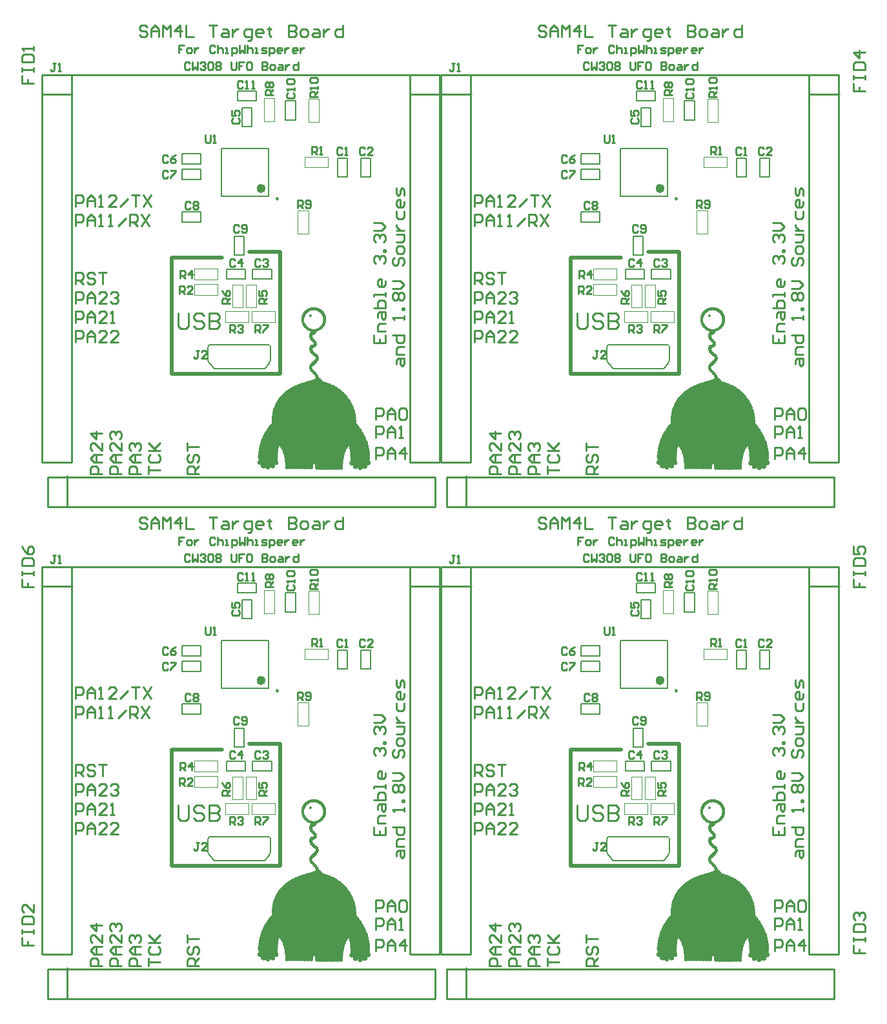
<source format=gto>
G04 Layer_Color=65535*
%FSLAX25Y25*%
%MOIN*%
G70*
G01*
G75*
%ADD17C,0.00800*%
%ADD18C,0.01000*%
%ADD19C,0.02000*%
%ADD33C,0.02362*%
%ADD34C,0.00984*%
%ADD35C,0.01493*%
%ADD36C,0.00787*%
%ADD37C,0.00394*%
G36*
X347416Y356841D02*
X347536D01*
Y356722D01*
X347655D01*
Y356841D01*
X347775D01*
Y356722D01*
X347894D01*
Y356841D01*
X348013D01*
Y356722D01*
X348133D01*
Y356841D01*
X348252D01*
Y356722D01*
X348372D01*
Y356603D01*
X348969D01*
Y356483D01*
X349088D01*
Y356364D01*
X349208D01*
Y356483D01*
X349327D01*
Y356364D01*
X349447D01*
Y356244D01*
X349566D01*
Y356125D01*
X349924D01*
Y356006D01*
X350044D01*
Y355886D01*
X350163D01*
Y355767D01*
X350282D01*
Y355886D01*
X350402D01*
Y355767D01*
X350521D01*
Y355647D01*
X350641D01*
Y355528D01*
X350760D01*
Y355408D01*
X350879D01*
Y355289D01*
X350999D01*
Y355170D01*
X351357D01*
Y355050D01*
X351238D01*
Y354931D01*
X351477D01*
Y354811D01*
Y354692D01*
X351596D01*
Y354573D01*
X351715D01*
Y354453D01*
X351835D01*
Y354334D01*
X351954D01*
Y354214D01*
X352074D01*
Y354095D01*
Y353976D01*
Y353856D01*
X352193D01*
Y353737D01*
X352312D01*
Y353617D01*
X352432D01*
Y353498D01*
Y353378D01*
Y353259D01*
X352551D01*
Y353140D01*
Y353020D01*
Y352901D01*
X352671D01*
Y352781D01*
X352790D01*
Y352662D01*
X352909D01*
Y352542D01*
Y352423D01*
Y352304D01*
X353029D01*
Y352184D01*
X352909D01*
Y352065D01*
X353029D01*
Y351945D01*
X352909D01*
Y351826D01*
X353029D01*
Y351707D01*
X353148D01*
Y351587D01*
X353029D01*
Y351468D01*
X352909D01*
Y351348D01*
X353029D01*
Y351229D01*
Y351110D01*
Y350990D01*
X352909D01*
Y350871D01*
X353029D01*
Y350751D01*
X353148D01*
Y350632D01*
X353029D01*
Y350513D01*
X352909D01*
Y350393D01*
X353029D01*
Y350274D01*
Y350154D01*
Y350035D01*
X352909D01*
Y349916D01*
X353029D01*
Y349796D01*
X353148D01*
Y349677D01*
X353029D01*
Y349557D01*
Y349438D01*
Y349318D01*
X352909D01*
Y349199D01*
Y349080D01*
Y348960D01*
X353029D01*
Y348841D01*
X352909D01*
Y348721D01*
X352790D01*
Y348602D01*
X352671D01*
Y348483D01*
X352790D01*
Y348363D01*
X352671D01*
Y348244D01*
X352790D01*
Y348124D01*
X352432D01*
Y348005D01*
X352551D01*
Y347885D01*
X352432D01*
Y347766D01*
Y347647D01*
Y347527D01*
X352312D01*
Y347408D01*
X352193D01*
Y347288D01*
X352312D01*
Y347169D01*
X351954D01*
Y347050D01*
X352074D01*
Y346930D01*
X351954D01*
Y346811D01*
X351835D01*
Y346691D01*
X351715D01*
Y346572D01*
X351596D01*
Y346453D01*
X351477D01*
Y346333D01*
Y346214D01*
Y346094D01*
X351357D01*
Y345975D01*
X351238D01*
Y345855D01*
X351118D01*
Y345736D01*
X350760D01*
Y345617D01*
X350641D01*
Y345497D01*
X350521D01*
Y345378D01*
X350402D01*
Y345258D01*
X350044D01*
Y345139D01*
X350163D01*
Y345020D01*
X349805D01*
Y344900D01*
X349685D01*
Y344781D01*
X349327D01*
Y344661D01*
X349208D01*
Y344781D01*
X349088D01*
Y344661D01*
X349208D01*
Y344542D01*
X349088D01*
Y344661D01*
X348969D01*
Y344542D01*
X348849D01*
Y344423D01*
X348730D01*
Y344542D01*
X348372D01*
Y344423D01*
X348491D01*
Y344303D01*
X348372D01*
Y344423D01*
X348252D01*
Y344303D01*
X348133D01*
Y344184D01*
X348252D01*
Y344064D01*
X348133D01*
Y343945D01*
Y343826D01*
Y343706D01*
X348013D01*
Y343587D01*
X347894D01*
Y343467D01*
X348013D01*
Y343348D01*
X347655D01*
Y343229D01*
X347775D01*
Y343109D01*
X347416D01*
Y342990D01*
X347536D01*
Y342870D01*
X347416D01*
Y342990D01*
X347297D01*
Y342870D01*
X347178D01*
Y342751D01*
X347058D01*
Y342631D01*
X346939D01*
Y342751D01*
X346819D01*
Y342870D01*
X346700D01*
Y342751D01*
X346819D01*
Y342631D01*
X346700D01*
Y342751D01*
X346581D01*
Y342631D01*
X346461D01*
Y342751D01*
X346342D01*
Y342870D01*
X346222D01*
Y342751D01*
X346342D01*
Y342631D01*
X346222D01*
Y342512D01*
X346103D01*
Y342393D01*
X345984D01*
Y342273D01*
X346103D01*
Y342154D01*
X345984D01*
Y342034D01*
X346103D01*
Y341915D01*
X345984D01*
Y341795D01*
X346103D01*
Y341676D01*
X345984D01*
Y341557D01*
X346103D01*
Y341437D01*
X346222D01*
Y341318D01*
X346103D01*
Y341198D01*
X346222D01*
Y341079D01*
X346342D01*
Y340960D01*
X346461D01*
Y340840D01*
X346581D01*
Y340721D01*
X346461D01*
Y340601D01*
X346819D01*
Y340482D01*
X346700D01*
Y340363D01*
X347058D01*
Y340243D01*
X346939D01*
Y340124D01*
X347297D01*
Y340004D01*
X347178D01*
Y339885D01*
X347536D01*
Y339766D01*
X347416D01*
Y339646D01*
X347775D01*
Y339527D01*
X347655D01*
Y339407D01*
X348013D01*
Y339288D01*
X347894D01*
Y339169D01*
X348013D01*
Y339049D01*
X348133D01*
Y338930D01*
Y338810D01*
Y338691D01*
X348252D01*
Y338571D01*
X348133D01*
Y338452D01*
X348252D01*
Y338333D01*
Y338213D01*
Y338094D01*
X348133D01*
Y337974D01*
X348252D01*
Y337855D01*
Y337736D01*
Y337616D01*
X348133D01*
Y337497D01*
X348252D01*
Y337377D01*
Y337258D01*
Y337139D01*
X348133D01*
Y337019D01*
Y336900D01*
X347894D01*
Y336780D01*
X348013D01*
Y336661D01*
X347655D01*
Y336541D01*
X347775D01*
Y336422D01*
X347416D01*
Y336303D01*
X347536D01*
Y336183D01*
X347416D01*
Y336303D01*
X347297D01*
Y336183D01*
X347178D01*
Y336064D01*
X347058D01*
Y335944D01*
X346939D01*
Y336064D01*
X346819D01*
Y336183D01*
X346700D01*
Y336064D01*
X346819D01*
Y335944D01*
X346461D01*
Y335825D01*
X346342D01*
Y335944D01*
X346222D01*
Y335825D01*
Y335706D01*
Y335586D01*
X346103D01*
Y335467D01*
X345984D01*
Y335347D01*
X346103D01*
Y335228D01*
X345984D01*
Y335108D01*
X346103D01*
Y334989D01*
X345984D01*
Y334870D01*
X346222D01*
Y334750D01*
Y334631D01*
X346342D01*
Y334511D01*
Y334392D01*
Y334273D01*
X346461D01*
Y334153D01*
X346581D01*
Y334034D01*
X346700D01*
Y333914D01*
X346819D01*
Y333795D01*
X346939D01*
Y333676D01*
X347058D01*
Y333556D01*
X347178D01*
Y333437D01*
X347297D01*
Y333317D01*
X347416D01*
Y333198D01*
X347536D01*
Y333079D01*
X347655D01*
Y332959D01*
X347775D01*
Y332840D01*
X347894D01*
Y332720D01*
X348252D01*
Y332601D01*
X348372D01*
Y332482D01*
X348491D01*
Y332362D01*
X348611D01*
Y332243D01*
X348730D01*
Y332123D01*
X348849D01*
Y332004D01*
X348969D01*
Y331884D01*
X349088D01*
Y331765D01*
Y331646D01*
Y331526D01*
X349208D01*
Y331407D01*
X349088D01*
Y331287D01*
X349447D01*
Y331168D01*
X349327D01*
Y331048D01*
X349447D01*
Y330929D01*
X349327D01*
Y330810D01*
X349447D01*
Y330690D01*
X349327D01*
Y330571D01*
X349447D01*
Y330451D01*
X349327D01*
Y330332D01*
X349447D01*
Y330213D01*
X349327D01*
Y330093D01*
X349208D01*
Y329974D01*
X349088D01*
Y329854D01*
X349208D01*
Y329735D01*
X349088D01*
Y329616D01*
X348969D01*
Y329496D01*
X348849D01*
Y329377D01*
X348969D01*
Y329257D01*
X348849D01*
Y329138D01*
X348730D01*
Y329019D01*
X348611D01*
Y328899D01*
X348730D01*
Y328780D01*
X348372D01*
Y328660D01*
X348491D01*
Y328541D01*
X348133D01*
Y328421D01*
X348252D01*
Y328302D01*
X348133D01*
Y328183D01*
X348013D01*
Y328063D01*
X347894D01*
Y327944D01*
X347775D01*
Y327824D01*
X347655D01*
Y327705D01*
X347536D01*
Y327586D01*
X347416D01*
Y327466D01*
X347297D01*
Y327347D01*
X347178D01*
Y327227D01*
X347058D01*
Y327108D01*
X346939D01*
Y326989D01*
X346819D01*
Y327108D01*
X346700D01*
Y326989D01*
X346819D01*
Y326869D01*
X346461D01*
Y326750D01*
X346581D01*
Y326630D01*
X346222D01*
Y326511D01*
X346342D01*
Y326392D01*
X345984D01*
Y326272D01*
X346103D01*
Y326153D01*
X345984D01*
Y326033D01*
X345864D01*
Y325914D01*
Y325794D01*
Y325675D01*
X345745D01*
Y325556D01*
X345864D01*
Y325436D01*
X345984D01*
Y325317D01*
X346103D01*
Y325197D01*
X345984D01*
Y325078D01*
X346103D01*
Y324959D01*
X346222D01*
Y324839D01*
X346342D01*
Y324720D01*
X346222D01*
Y324600D01*
X346581D01*
Y324481D01*
X346461D01*
Y324361D01*
X346819D01*
Y324242D01*
X346700D01*
Y324123D01*
X347058D01*
Y324003D01*
X346939D01*
Y323884D01*
X347297D01*
Y323764D01*
X347178D01*
Y323645D01*
X347536D01*
Y323526D01*
X347416D01*
Y323406D01*
X347775D01*
Y323287D01*
X347655D01*
Y323167D01*
X348013D01*
Y323048D01*
X347894D01*
Y322929D01*
X348252D01*
Y322809D01*
X348133D01*
Y322690D01*
X348252D01*
Y322570D01*
X348372D01*
Y322451D01*
X348491D01*
Y322332D01*
X348611D01*
Y322212D01*
X348730D01*
Y322093D01*
Y321973D01*
Y321854D01*
X348849D01*
Y321734D01*
X348969D01*
Y321615D01*
X349088D01*
Y321496D01*
X349208D01*
Y321376D01*
X349088D01*
Y321257D01*
X349208D01*
Y321137D01*
X349327D01*
Y321018D01*
X349447D01*
Y320899D01*
X349327D01*
Y320779D01*
X349447D01*
Y320660D01*
X349566D01*
Y320540D01*
X349685D01*
Y320421D01*
X349566D01*
Y320302D01*
X349924D01*
Y320182D01*
X349805D01*
Y320063D01*
X350163D01*
Y319943D01*
X350044D01*
Y319824D01*
X350402D01*
Y319705D01*
X350282D01*
Y319585D01*
X350641D01*
Y319466D01*
X350521D01*
Y319346D01*
X350879D01*
Y319227D01*
X350760D01*
Y319107D01*
X351118D01*
Y318988D01*
X351238D01*
Y318869D01*
X351357D01*
Y318749D01*
X351477D01*
Y318630D01*
X351596D01*
Y318749D01*
X351715D01*
Y318630D01*
X351835D01*
Y318510D01*
X351954D01*
Y318391D01*
X352312D01*
Y318271D01*
X352432D01*
Y318152D01*
X352551D01*
Y318271D01*
X352671D01*
Y318152D01*
X353029D01*
Y318033D01*
X353148D01*
Y318152D01*
X353268D01*
Y318033D01*
X353387D01*
Y317913D01*
X353745D01*
Y317794D01*
X353865D01*
Y317674D01*
X353984D01*
Y317794D01*
X354103D01*
Y317674D01*
X354462D01*
Y317555D01*
X354581D01*
Y317674D01*
X354701D01*
Y317555D01*
X354820D01*
Y317436D01*
X355178D01*
Y317316D01*
X355298D01*
Y317197D01*
X355417D01*
Y317316D01*
X355536D01*
Y317197D01*
X355656D01*
Y317077D01*
X355775D01*
Y316958D01*
X355895D01*
Y317077D01*
X355775D01*
Y317197D01*
X355895D01*
Y317077D01*
X356014D01*
Y316958D01*
X356372D01*
Y316839D01*
X356492D01*
Y316719D01*
X356611D01*
Y316839D01*
X356731D01*
Y316719D01*
X356850D01*
Y316600D01*
X356969D01*
Y316480D01*
X357328D01*
Y316361D01*
X357447D01*
Y316242D01*
X357805D01*
Y316122D01*
X357925D01*
Y316003D01*
X358044D01*
Y315883D01*
X358163D01*
Y315764D01*
X358283D01*
Y315883D01*
X358163D01*
Y316003D01*
X358283D01*
Y315883D01*
X358402D01*
Y315764D01*
X358522D01*
Y315645D01*
X358641D01*
Y315525D01*
X358999D01*
Y315406D01*
X359119D01*
Y315286D01*
X359238D01*
Y315167D01*
X359358D01*
Y315047D01*
X359477D01*
Y314928D01*
X359596D01*
Y314809D01*
X359716D01*
Y314928D01*
X359596D01*
Y315047D01*
X359716D01*
Y314928D01*
X359835D01*
Y314809D01*
X359955D01*
Y314689D01*
X360074D01*
Y314570D01*
X360193D01*
Y314450D01*
X360313D01*
Y314331D01*
X360432D01*
Y314450D01*
X360552D01*
Y314331D01*
X360671D01*
Y314212D01*
Y314092D01*
X360910D01*
Y313973D01*
X361029D01*
Y313853D01*
X361149D01*
Y313734D01*
X361029D01*
Y313615D01*
X361388D01*
Y313495D01*
X361507D01*
Y313376D01*
X361626D01*
Y313256D01*
X361746D01*
Y313137D01*
X361865D01*
Y313018D01*
X361985D01*
Y312898D01*
X362104D01*
Y312779D01*
X362224D01*
Y312659D01*
X362582D01*
Y312540D01*
X362462D01*
Y312420D01*
X362582D01*
Y312301D01*
X362701D01*
Y312182D01*
X363059D01*
Y312062D01*
X362940D01*
Y311943D01*
X363059D01*
Y311823D01*
X363179D01*
Y311704D01*
X363298D01*
Y311584D01*
X363418D01*
Y311465D01*
X363537D01*
Y311346D01*
X363656D01*
Y311226D01*
X363776D01*
Y311107D01*
X363895D01*
Y310987D01*
X364015D01*
Y310868D01*
X363895D01*
Y310749D01*
X364015D01*
Y310629D01*
X364134D01*
Y310510D01*
X364253D01*
Y310390D01*
X364373D01*
Y310271D01*
X364492D01*
Y310152D01*
X364612D01*
Y310032D01*
X364731D01*
Y309913D01*
X364612D01*
Y310032D01*
X364492D01*
Y309913D01*
X364612D01*
Y309793D01*
X364970D01*
Y309674D01*
X364850D01*
Y309555D01*
X364970D01*
Y309435D01*
X365089D01*
Y309316D01*
X365209D01*
Y309196D01*
X365328D01*
Y309077D01*
X365448D01*
Y308958D01*
X365328D01*
Y308838D01*
X365448D01*
Y308719D01*
X365567D01*
Y308599D01*
X365686D01*
Y308480D01*
X365567D01*
Y308599D01*
X365448D01*
Y308480D01*
X365567D01*
Y308360D01*
X365925D01*
Y308241D01*
X365806D01*
Y308122D01*
X365925D01*
Y308002D01*
X366045D01*
Y307883D01*
Y307763D01*
Y307644D01*
X366164D01*
Y307524D01*
X366045D01*
Y307405D01*
X366403D01*
Y307286D01*
X366283D01*
Y307166D01*
X366403D01*
Y307047D01*
X366283D01*
Y306927D01*
X366522D01*
Y306808D01*
Y306689D01*
X366642D01*
Y306569D01*
X366522D01*
Y306450D01*
X366880D01*
Y306330D01*
X366761D01*
Y306211D01*
X366880D01*
Y306092D01*
X367000D01*
Y305972D01*
Y305853D01*
Y305733D01*
X367119D01*
Y305614D01*
X367000D01*
Y305495D01*
X367119D01*
Y305375D01*
X367239D01*
Y305256D01*
X367358D01*
Y305136D01*
X367239D01*
Y305017D01*
X367358D01*
Y304897D01*
X367477D01*
Y304778D01*
X367358D01*
Y304659D01*
X367477D01*
Y304539D01*
X367597D01*
Y304420D01*
X367477D01*
Y304300D01*
X367597D01*
Y304181D01*
X367477D01*
Y304062D01*
X367836D01*
Y303942D01*
X367716D01*
Y303823D01*
X367836D01*
Y303703D01*
X367716D01*
Y303584D01*
X367836D01*
Y303465D01*
X367955D01*
Y303345D01*
X367836D01*
Y303226D01*
X367955D01*
Y303106D01*
Y302987D01*
Y302868D01*
X368075D01*
Y302748D01*
X367955D01*
Y302629D01*
X368075D01*
Y302509D01*
X367955D01*
Y302390D01*
X368075D01*
Y302271D01*
X368194D01*
Y302151D01*
X368313D01*
Y302032D01*
X368194D01*
Y301912D01*
X368313D01*
Y301793D01*
X368194D01*
Y301673D01*
X368313D01*
Y301554D01*
X368194D01*
Y301435D01*
X368313D01*
Y301315D01*
X368433D01*
Y301196D01*
Y301076D01*
Y300957D01*
X368313D01*
Y300837D01*
X368433D01*
Y300718D01*
Y300599D01*
Y300479D01*
X368552D01*
Y300360D01*
X368433D01*
Y300240D01*
X368552D01*
Y300121D01*
X368433D01*
Y300002D01*
X368552D01*
Y299882D01*
X368433D01*
Y299763D01*
X368552D01*
Y299643D01*
X368433D01*
Y299524D01*
X368552D01*
Y299405D01*
X368433D01*
Y299285D01*
X368791D01*
Y299166D01*
X368672D01*
Y299046D01*
X368791D01*
Y298927D01*
X368672D01*
Y298808D01*
X368791D01*
Y298688D01*
X368672D01*
Y298569D01*
X368791D01*
Y298449D01*
X368672D01*
Y298330D01*
X368791D01*
Y298211D01*
X368672D01*
Y298091D01*
X368791D01*
Y297972D01*
X368672D01*
Y297852D01*
X368791D01*
Y297733D01*
X368672D01*
Y297613D01*
X368791D01*
Y297494D01*
X368672D01*
Y297375D01*
X368791D01*
Y297255D01*
X368672D01*
Y297136D01*
X368791D01*
Y297016D01*
X368672D01*
Y296897D01*
X368791D01*
Y296778D01*
X368911D01*
Y296658D01*
X369030D01*
Y296539D01*
X369149D01*
Y296419D01*
X369269D01*
Y296300D01*
X369388D01*
Y296181D01*
X369508D01*
Y296061D01*
X369388D01*
Y295942D01*
X369746D01*
Y295822D01*
X369627D01*
Y295703D01*
X369985D01*
Y295583D01*
X369866D01*
Y295464D01*
X369985D01*
Y295345D01*
X370105D01*
Y295225D01*
X370224D01*
Y295106D01*
X370343D01*
Y294986D01*
X370463D01*
Y294867D01*
X370343D01*
Y294748D01*
X370463D01*
Y294628D01*
X370582D01*
Y294509D01*
X370702D01*
Y294389D01*
X370821D01*
Y294270D01*
X370940D01*
Y294150D01*
X370821D01*
Y294270D01*
X370702D01*
Y294150D01*
X370821D01*
Y294031D01*
X371179D01*
Y293912D01*
X371060D01*
Y293792D01*
X371179D01*
Y293673D01*
X371299D01*
Y293553D01*
X371418D01*
Y293434D01*
Y293315D01*
Y293195D01*
X371537D01*
Y293076D01*
X371657D01*
Y292956D01*
X371776D01*
Y292837D01*
X371896D01*
Y292718D01*
X371776D01*
Y292598D01*
X372135D01*
Y292479D01*
X372015D01*
Y292359D01*
X372135D01*
Y292240D01*
X372254D01*
Y292121D01*
Y292001D01*
Y291882D01*
X372373D01*
Y291762D01*
Y291643D01*
X372612D01*
Y291524D01*
X372493D01*
Y291404D01*
X372612D01*
Y291285D01*
X372732D01*
Y291165D01*
Y291046D01*
Y290926D01*
X372851D01*
Y290807D01*
X372970D01*
Y290688D01*
X373090D01*
Y290568D01*
X372970D01*
Y290449D01*
X373090D01*
Y290329D01*
X373209D01*
Y290210D01*
Y290090D01*
Y289971D01*
X373329D01*
Y289852D01*
Y289732D01*
X373568D01*
Y289613D01*
X373448D01*
Y289493D01*
X373568D01*
Y289374D01*
X373687D01*
Y289255D01*
Y289135D01*
Y289016D01*
X373806D01*
Y288896D01*
X373687D01*
Y288777D01*
X373806D01*
Y288658D01*
X373926D01*
Y288538D01*
X374045D01*
Y288419D01*
X373926D01*
Y288299D01*
X374045D01*
Y288180D01*
X374165D01*
Y288060D01*
X374045D01*
Y288180D01*
X373926D01*
Y288060D01*
X374045D01*
Y287941D01*
X374165D01*
Y287822D01*
X374284D01*
Y287702D01*
Y287583D01*
Y287463D01*
Y287344D01*
X374523D01*
Y287225D01*
X374403D01*
Y287105D01*
X374523D01*
Y286986D01*
X374403D01*
Y286866D01*
X374523D01*
Y286747D01*
X374642D01*
Y286628D01*
X374523D01*
Y286508D01*
X374642D01*
Y286389D01*
Y286269D01*
Y286150D01*
X374762D01*
Y286031D01*
Y285911D01*
Y285792D01*
X374881D01*
Y285672D01*
X375000D01*
Y285553D01*
X374881D01*
Y285434D01*
X375000D01*
Y285314D01*
X374881D01*
Y285195D01*
X375000D01*
Y285075D01*
X375120D01*
Y284956D01*
Y284836D01*
Y284717D01*
Y284598D01*
Y284478D01*
Y284359D01*
Y284239D01*
X375239D01*
Y284120D01*
Y284001D01*
Y283881D01*
Y283762D01*
Y283642D01*
Y283523D01*
X375478D01*
Y283403D01*
X375359D01*
Y283284D01*
X375478D01*
Y283165D01*
X375359D01*
Y283045D01*
X375478D01*
Y282926D01*
X375359D01*
Y282806D01*
X375478D01*
Y282687D01*
X375359D01*
Y282568D01*
X375478D01*
Y282448D01*
X375598D01*
Y282329D01*
Y282209D01*
Y282090D01*
Y281971D01*
Y281851D01*
Y281732D01*
Y281612D01*
Y281493D01*
Y281374D01*
Y281254D01*
Y281135D01*
X375717D01*
Y281015D01*
Y280896D01*
Y280777D01*
Y280657D01*
Y280538D01*
Y280418D01*
Y280299D01*
Y280179D01*
Y280060D01*
Y279941D01*
Y279821D01*
Y279702D01*
Y279582D01*
Y279463D01*
Y279344D01*
Y279224D01*
Y279105D01*
Y278985D01*
Y278866D01*
Y278747D01*
Y278627D01*
Y278508D01*
Y278388D01*
Y278269D01*
Y278149D01*
X375598D01*
Y278030D01*
X375478D01*
Y277911D01*
X375598D01*
Y277791D01*
Y277672D01*
Y277552D01*
X375717D01*
Y277433D01*
X375836D01*
Y277313D01*
X375956D01*
Y277194D01*
X375836D01*
Y277075D01*
X375956D01*
Y276955D01*
X376075D01*
Y276836D01*
Y276716D01*
Y276597D01*
X375956D01*
Y276478D01*
X376075D01*
Y276358D01*
Y276239D01*
Y276119D01*
X375956D01*
Y276000D01*
X375836D01*
Y275881D01*
X375956D01*
Y275761D01*
X375836D01*
Y275881D01*
X375717D01*
Y275761D01*
X375598D01*
Y275642D01*
X375478D01*
Y275522D01*
X375239D01*
Y275403D01*
Y275284D01*
X375120D01*
Y275403D01*
X375000D01*
Y275522D01*
X374881D01*
Y275403D01*
X375000D01*
Y275284D01*
X374881D01*
Y275403D01*
X374762D01*
Y275284D01*
X374642D01*
Y275403D01*
X374523D01*
Y275284D01*
X374403D01*
Y275403D01*
X374284D01*
Y275522D01*
X374165D01*
Y275403D01*
Y275284D01*
Y275164D01*
X374284D01*
Y275045D01*
X374165D01*
Y274925D01*
X374284D01*
Y274806D01*
X374165D01*
Y274687D01*
X374284D01*
Y274567D01*
Y274448D01*
Y274328D01*
X374165D01*
Y274209D01*
Y274089D01*
Y273970D01*
X374045D01*
Y273851D01*
X373926D01*
Y273731D01*
X373806D01*
Y273612D01*
X373448D01*
Y273492D01*
X373568D01*
Y273373D01*
X373448D01*
Y273492D01*
X373329D01*
Y273373D01*
X373209D01*
Y273492D01*
X373090D01*
Y273612D01*
X372970D01*
Y273492D01*
X373090D01*
Y273373D01*
X372970D01*
Y273492D01*
X372851D01*
Y273373D01*
X372732D01*
Y273492D01*
X372612D01*
Y273373D01*
X372493D01*
Y273492D01*
X372373D01*
Y273612D01*
X372254D01*
Y273731D01*
X372135D01*
Y273851D01*
X372015D01*
Y273970D01*
X371896D01*
Y273851D01*
X371776D01*
Y273731D01*
X371896D01*
Y273612D01*
X371776D01*
Y273492D01*
Y273373D01*
Y273253D01*
X371657D01*
Y273134D01*
X371418D01*
Y273015D01*
Y272895D01*
X371299D01*
Y273015D01*
X371179D01*
Y272895D01*
X371060D01*
Y272776D01*
X370940D01*
Y272895D01*
X370821D01*
Y272776D01*
X370702D01*
Y272895D01*
X370582D01*
Y272776D01*
X370463D01*
Y272895D01*
X370105D01*
Y273015D01*
X369985D01*
Y273134D01*
X369866D01*
Y273253D01*
X369746D01*
Y273373D01*
X369627D01*
Y273492D01*
X369508D01*
Y273612D01*
X369388D01*
Y273731D01*
X369508D01*
Y273851D01*
Y273970D01*
Y274089D01*
X369388D01*
Y273970D01*
X369269D01*
Y273851D01*
X369149D01*
Y273731D01*
X369030D01*
Y273612D01*
X368672D01*
Y273492D01*
X368791D01*
Y273373D01*
X368672D01*
Y273492D01*
X368552D01*
Y273373D01*
X368433D01*
Y273492D01*
X368313D01*
Y273612D01*
X368194D01*
Y273492D01*
X368313D01*
Y273373D01*
X368194D01*
Y273492D01*
X368075D01*
Y273373D01*
X367955D01*
Y273492D01*
X367836D01*
Y273612D01*
X367477D01*
Y273731D01*
X367358D01*
Y273851D01*
X367239D01*
Y273970D01*
X367119D01*
Y274089D01*
X367000D01*
Y274209D01*
X367119D01*
Y274328D01*
X367000D01*
Y274448D01*
Y274567D01*
Y274687D01*
X366880D01*
Y274806D01*
X367000D01*
Y274925D01*
Y275045D01*
Y275164D01*
X366880D01*
Y275284D01*
X366761D01*
Y275164D01*
X366642D01*
Y275284D01*
X366522D01*
Y275164D01*
X366403D01*
Y275284D01*
X366283D01*
Y275164D01*
X366164D01*
Y275284D01*
X365806D01*
Y275403D01*
X365686D01*
Y275522D01*
X365567D01*
Y275642D01*
X365448D01*
Y275761D01*
X365328D01*
Y275881D01*
X365448D01*
Y276000D01*
X365089D01*
Y276119D01*
X365209D01*
Y276239D01*
X365089D01*
Y276358D01*
X365209D01*
Y276478D01*
X365089D01*
Y276597D01*
X365209D01*
Y276716D01*
X365089D01*
Y276836D01*
X365209D01*
Y276955D01*
X365089D01*
Y277075D01*
X365328D01*
Y277194D01*
Y277313D01*
X365567D01*
Y277433D01*
Y277552D01*
X365806D01*
Y277672D01*
Y277791D01*
X365925D01*
Y277911D01*
X365806D01*
Y278030D01*
X365686D01*
Y278149D01*
X365567D01*
Y278269D01*
X365686D01*
Y278388D01*
X365567D01*
Y278508D01*
X365686D01*
Y278627D01*
X365567D01*
Y278747D01*
X365686D01*
Y278866D01*
X365567D01*
Y278985D01*
X365686D01*
Y279105D01*
X365567D01*
Y279224D01*
X365686D01*
Y279344D01*
X365567D01*
Y279463D01*
X365686D01*
Y279582D01*
X365567D01*
Y279702D01*
X365686D01*
Y279821D01*
X365567D01*
Y279941D01*
X365448D01*
Y280060D01*
X365567D01*
Y279941D01*
X365686D01*
Y280060D01*
X365567D01*
Y280179D01*
Y280299D01*
Y280418D01*
X365448D01*
Y280538D01*
X365567D01*
Y280657D01*
X365448D01*
Y280777D01*
X365567D01*
Y280896D01*
X365448D01*
Y281015D01*
X365567D01*
Y281135D01*
Y281254D01*
Y281374D01*
X365448D01*
Y281493D01*
X365567D01*
Y281612D01*
X365448D01*
Y281732D01*
X365567D01*
Y281851D01*
X365448D01*
Y281971D01*
X365567D01*
Y282090D01*
X365448D01*
Y282209D01*
X365328D01*
Y282329D01*
X365448D01*
Y282448D01*
X365328D01*
Y282568D01*
X365448D01*
Y282687D01*
X365328D01*
Y282806D01*
X365448D01*
Y282926D01*
X365328D01*
Y283045D01*
X365448D01*
Y283165D01*
X365328D01*
Y283284D01*
X365209D01*
Y283403D01*
X365089D01*
Y283523D01*
X365209D01*
Y283642D01*
X365089D01*
Y283762D01*
X365209D01*
Y283881D01*
X365089D01*
Y284001D01*
X365209D01*
Y284120D01*
X365089D01*
Y284239D01*
X364970D01*
Y284359D01*
X365089D01*
Y284478D01*
X364970D01*
Y284598D01*
X365089D01*
Y284717D01*
X364970D01*
Y284836D01*
X364850D01*
Y284956D01*
X364970D01*
Y285075D01*
X364612D01*
Y284956D01*
X364731D01*
Y284836D01*
X364612D01*
Y284717D01*
X364492D01*
Y284598D01*
X364373D01*
Y284478D01*
X364253D01*
Y284359D01*
X364134D01*
Y284239D01*
X364253D01*
Y284120D01*
X364134D01*
Y284001D01*
X364015D01*
Y283881D01*
X363895D01*
Y283762D01*
X363776D01*
Y283642D01*
X363656D01*
Y283523D01*
X363537D01*
Y283403D01*
X363418D01*
Y283284D01*
Y283165D01*
X363179D01*
Y283045D01*
X363298D01*
Y282926D01*
X363179D01*
Y282806D01*
X363059D01*
Y282687D01*
X363179D01*
Y282568D01*
X363059D01*
Y282448D01*
X362940D01*
Y282329D01*
X363059D01*
Y282209D01*
X362940D01*
Y282090D01*
X363059D01*
Y281971D01*
X362940D01*
Y281851D01*
Y281732D01*
X362701D01*
Y281612D01*
X362821D01*
Y281493D01*
X362701D01*
Y281374D01*
X362821D01*
Y281254D01*
X362701D01*
Y281135D01*
X362821D01*
Y281015D01*
X362701D01*
Y280896D01*
X362582D01*
Y280777D01*
X362701D01*
Y280657D01*
X362582D01*
Y280538D01*
X362462D01*
Y280418D01*
Y280299D01*
Y280179D01*
X362582D01*
Y280060D01*
X362462D01*
Y279941D01*
Y279821D01*
X362224D01*
Y279702D01*
X362343D01*
Y279582D01*
X362224D01*
Y279463D01*
X362343D01*
Y279344D01*
X362224D01*
Y279224D01*
X362343D01*
Y279105D01*
X362224D01*
Y278985D01*
X362104D01*
Y278866D01*
Y278747D01*
Y278627D01*
X362224D01*
Y278508D01*
X362104D01*
Y278388D01*
Y278269D01*
Y278149D01*
X361985D01*
Y278030D01*
Y277911D01*
Y277791D01*
X362104D01*
Y277672D01*
X361985D01*
Y277552D01*
Y277433D01*
X361746D01*
Y277313D01*
X361865D01*
Y277194D01*
X361746D01*
Y277075D01*
X361865D01*
Y276955D01*
X361746D01*
Y276836D01*
X361865D01*
Y276716D01*
X361746D01*
Y276597D01*
X361865D01*
Y276478D01*
X361746D01*
Y276358D01*
X361865D01*
Y276239D01*
X361746D01*
Y276119D01*
X361626D01*
Y276000D01*
Y275881D01*
Y275761D01*
X361746D01*
Y275642D01*
X361626D01*
Y275522D01*
Y275403D01*
Y275284D01*
X361746D01*
Y275164D01*
X361626D01*
Y275045D01*
X361746D01*
Y274925D01*
X361626D01*
Y274806D01*
X361746D01*
Y274687D01*
X361626D01*
Y274567D01*
X361507D01*
Y274448D01*
X361626D01*
Y274328D01*
X361507D01*
Y274209D01*
X361626D01*
Y274089D01*
X361507D01*
Y273970D01*
X361626D01*
Y273851D01*
X361507D01*
Y273731D01*
Y273612D01*
Y273492D01*
X361626D01*
Y273373D01*
X361507D01*
Y273253D01*
X361626D01*
Y273134D01*
X361507D01*
Y273015D01*
X361626D01*
Y272895D01*
X361507D01*
Y273015D01*
X361388D01*
Y272895D01*
X361268D01*
Y273015D01*
X361149D01*
Y272895D01*
X361029D01*
Y273015D01*
X360910D01*
Y272895D01*
X360790D01*
Y273015D01*
X360671D01*
Y272895D01*
X360552D01*
Y273015D01*
X360432D01*
Y272895D01*
X360313D01*
Y273015D01*
X360193D01*
Y272895D01*
X360074D01*
Y273015D01*
X359955D01*
Y272895D01*
X359835D01*
Y273015D01*
X359716D01*
Y272895D01*
X359596D01*
Y273015D01*
X359477D01*
Y272895D01*
X359358D01*
Y273015D01*
X359238D01*
Y272895D01*
X359119D01*
Y273015D01*
X358999D01*
Y272895D01*
X358880D01*
Y273015D01*
X358760D01*
Y272895D01*
X358641D01*
Y273015D01*
X358522D01*
Y272895D01*
X358402D01*
Y273015D01*
X358283D01*
Y272895D01*
X358163D01*
Y273015D01*
X358044D01*
Y272895D01*
X357925D01*
Y273015D01*
X357805D01*
Y272895D01*
X357686D01*
Y273015D01*
X357566D01*
Y272895D01*
X357447D01*
Y273015D01*
X357328D01*
Y272895D01*
X357208D01*
Y273015D01*
X357089D01*
Y272895D01*
X356969D01*
Y273015D01*
X356850D01*
Y272895D01*
X356731D01*
Y273015D01*
X356611D01*
Y272895D01*
X356492D01*
Y273015D01*
X356372D01*
Y272895D01*
X356253D01*
Y273015D01*
X356134D01*
Y272895D01*
X356014D01*
Y273015D01*
X355895D01*
Y272895D01*
X355775D01*
Y273015D01*
X355656D01*
Y272895D01*
X355536D01*
Y273015D01*
X355417D01*
Y272895D01*
X355298D01*
Y273015D01*
X355178D01*
Y272895D01*
X355059D01*
Y273015D01*
X354939D01*
Y272895D01*
X354820D01*
Y273015D01*
X354701D01*
Y272895D01*
X354581D01*
Y273015D01*
X354462D01*
Y272895D01*
X354342D01*
Y273015D01*
X354223D01*
Y272895D01*
X354103D01*
Y273015D01*
X353984D01*
Y272895D01*
X353865D01*
Y273015D01*
X353745D01*
Y272895D01*
X353626D01*
Y273015D01*
X353506D01*
Y272895D01*
X353387D01*
Y273015D01*
X353268D01*
Y272895D01*
X353148D01*
Y273015D01*
X353029D01*
Y272895D01*
X352909D01*
Y273015D01*
X352790D01*
Y272895D01*
X352671D01*
Y273015D01*
X352551D01*
Y272895D01*
X352432D01*
Y273015D01*
X352312D01*
Y272895D01*
X352193D01*
Y273015D01*
X352074D01*
Y272895D01*
X351954D01*
Y273015D01*
X351835D01*
Y272895D01*
X351715D01*
Y273015D01*
X351596D01*
Y272895D01*
X351477D01*
Y273015D01*
X351357D01*
Y272895D01*
X351238D01*
Y273015D01*
X351118D01*
Y272895D01*
X350999D01*
Y273015D01*
X350879D01*
Y272895D01*
X350760D01*
Y273015D01*
X350641D01*
Y272895D01*
X350521D01*
Y273015D01*
X350402D01*
Y272895D01*
X350282D01*
Y273015D01*
X350163D01*
Y272895D01*
X350044D01*
Y273015D01*
X349924D01*
Y272895D01*
X349805D01*
Y273015D01*
X349685D01*
Y272895D01*
X349566D01*
Y273015D01*
X349447D01*
Y272895D01*
X349327D01*
Y273015D01*
X349208D01*
Y272895D01*
X349088D01*
Y273015D01*
X348969D01*
Y272895D01*
X348849D01*
Y273015D01*
X348730D01*
Y272895D01*
X348611D01*
Y273015D01*
X348491D01*
Y272895D01*
X348372D01*
Y273015D01*
X348252D01*
Y272895D01*
X348133D01*
Y273015D01*
X348013D01*
Y272895D01*
X347894D01*
Y273015D01*
X347775D01*
Y272895D01*
X347655D01*
Y273015D01*
X347536D01*
Y273134D01*
X347416D01*
Y273253D01*
X347536D01*
Y273373D01*
X347416D01*
Y273492D01*
X347536D01*
Y273612D01*
X347416D01*
Y273731D01*
X347297D01*
Y273851D01*
X347178D01*
Y273970D01*
X347297D01*
Y274089D01*
Y274209D01*
Y274328D01*
X347178D01*
Y274448D01*
X347297D01*
Y274567D01*
Y274687D01*
Y274806D01*
X347178D01*
Y274925D01*
X347297D01*
Y275045D01*
Y275164D01*
Y275284D01*
X347178D01*
Y275403D01*
X347297D01*
Y275522D01*
X347178D01*
Y275642D01*
Y275761D01*
Y275881D01*
X347058D01*
Y275761D01*
X346939D01*
Y275881D01*
X346819D01*
Y276000D01*
X346700D01*
Y275881D01*
X346819D01*
Y275761D01*
X346700D01*
Y275881D01*
X346581D01*
Y275761D01*
X346461D01*
Y275642D01*
X346581D01*
Y275522D01*
X346461D01*
Y275403D01*
X346581D01*
Y275284D01*
X346461D01*
Y275403D01*
X346342D01*
Y275522D01*
X346222D01*
Y275403D01*
X346342D01*
Y275284D01*
Y275164D01*
Y275045D01*
X346222D01*
Y274925D01*
X346342D01*
Y274806D01*
Y274687D01*
Y274567D01*
X346222D01*
Y274448D01*
X346342D01*
Y274328D01*
Y274209D01*
Y274089D01*
X346222D01*
Y273970D01*
X346342D01*
Y273851D01*
X346222D01*
Y273731D01*
Y273612D01*
Y273492D01*
X346103D01*
Y273373D01*
X345984D01*
Y273253D01*
X345864D01*
Y273373D01*
X345745D01*
Y273253D01*
X345625D01*
Y273373D01*
X345506D01*
Y273253D01*
X345387D01*
Y273373D01*
X345267D01*
Y273253D01*
X345148D01*
Y273373D01*
X345028D01*
Y273253D01*
X344909D01*
Y273373D01*
X344789D01*
Y273253D01*
X344670D01*
Y273373D01*
X344551D01*
Y273253D01*
X344431D01*
Y273373D01*
X344312D01*
Y273253D01*
X344192D01*
Y273373D01*
X344073D01*
Y273253D01*
X343953D01*
Y273373D01*
X343834D01*
Y273253D01*
X343715D01*
Y273373D01*
X343595D01*
Y273253D01*
X343476D01*
Y273373D01*
X343356D01*
Y273253D01*
X343237D01*
Y273373D01*
X343118D01*
Y273253D01*
X342998D01*
Y273373D01*
X342879D01*
Y273253D01*
X342759D01*
Y273373D01*
X342640D01*
Y273253D01*
X342521D01*
Y273373D01*
X342401D01*
Y273253D01*
X342282D01*
Y273373D01*
X342162D01*
Y273253D01*
X342043D01*
Y273373D01*
X341924D01*
Y273253D01*
X341804D01*
Y273373D01*
X341685D01*
Y273253D01*
X341565D01*
Y273373D01*
X341446D01*
Y273253D01*
X341326D01*
Y273373D01*
X341207D01*
Y273253D01*
X341088D01*
Y273373D01*
X340968D01*
Y273253D01*
X340849D01*
Y273373D01*
X340729D01*
Y273253D01*
X340610D01*
Y273373D01*
X340491D01*
Y273253D01*
X340371D01*
Y273373D01*
X340252D01*
Y273253D01*
X340132D01*
Y273373D01*
X340013D01*
Y273253D01*
X339894D01*
Y273373D01*
X339774D01*
Y273253D01*
X339655D01*
Y273373D01*
X339535D01*
Y273253D01*
X339416D01*
Y273373D01*
X339297D01*
Y273253D01*
X339177D01*
Y273373D01*
X339058D01*
Y273253D01*
X338938D01*
Y273373D01*
X338819D01*
Y273253D01*
X338700D01*
Y273373D01*
X338580D01*
Y273253D01*
X338461D01*
Y273373D01*
X338341D01*
Y273253D01*
X338222D01*
Y273373D01*
X338102D01*
Y273253D01*
X337983D01*
Y273373D01*
X337864D01*
Y273253D01*
X337744D01*
Y273373D01*
X337625D01*
Y273253D01*
X337505D01*
Y273373D01*
X337386D01*
Y273253D01*
X337266D01*
Y273373D01*
X337147D01*
Y273253D01*
X337028D01*
Y273373D01*
X336908D01*
Y273253D01*
X336789D01*
Y273373D01*
X336669D01*
Y273253D01*
X336550D01*
Y273373D01*
X336431D01*
Y273253D01*
X336311D01*
Y273373D01*
X336192D01*
Y273253D01*
X336072D01*
Y273373D01*
X335953D01*
Y273253D01*
X335834D01*
Y273373D01*
X335714D01*
Y273253D01*
X335595D01*
Y273373D01*
X335475D01*
Y273253D01*
X335356D01*
Y273373D01*
X335237D01*
Y273253D01*
X335117D01*
Y273373D01*
X334998D01*
Y273253D01*
X334878D01*
Y273373D01*
X334759D01*
Y273253D01*
X334640D01*
Y273373D01*
X334520D01*
Y273253D01*
X334401D01*
Y273373D01*
X334281D01*
Y273253D01*
X334162D01*
Y273373D01*
X334042D01*
Y273253D01*
X333923D01*
Y273373D01*
X333804D01*
Y273253D01*
X333684D01*
Y273373D01*
X333565D01*
Y273253D01*
X333445D01*
Y273373D01*
X333326D01*
Y273253D01*
X333207D01*
Y273373D01*
X333087D01*
Y273253D01*
X332968D01*
Y273373D01*
X332848D01*
Y273253D01*
X332729D01*
Y273373D01*
X332610D01*
Y273253D01*
X332490D01*
Y273373D01*
X332371D01*
Y273253D01*
X332251D01*
Y273373D01*
X332132D01*
Y273492D01*
Y273612D01*
Y273731D01*
X332251D01*
Y273851D01*
X332132D01*
Y273970D01*
Y274089D01*
Y274209D01*
Y274328D01*
Y274448D01*
Y274567D01*
Y274687D01*
X332251D01*
Y274806D01*
X332132D01*
Y274925D01*
Y275045D01*
Y275164D01*
X332012D01*
Y275284D01*
X331893D01*
Y275403D01*
X332012D01*
Y275522D01*
X331893D01*
Y275642D01*
X332012D01*
Y275761D01*
X331893D01*
Y275881D01*
X332012D01*
Y276000D01*
X331893D01*
Y276119D01*
X332012D01*
Y276239D01*
X331893D01*
Y276358D01*
X332012D01*
Y276478D01*
X331893D01*
Y276597D01*
X332012D01*
Y276716D01*
X331893D01*
Y276836D01*
X331774D01*
Y276955D01*
Y277075D01*
Y277194D01*
Y277313D01*
Y277433D01*
Y277552D01*
Y277672D01*
X331654D01*
Y277791D01*
Y277911D01*
Y278030D01*
X331774D01*
Y278149D01*
X331654D01*
Y278269D01*
Y278388D01*
Y278508D01*
X331774D01*
Y278627D01*
X331654D01*
Y278747D01*
X331535D01*
Y278866D01*
X331415D01*
Y278985D01*
X331535D01*
Y279105D01*
X331415D01*
Y279224D01*
X331535D01*
Y279344D01*
X331415D01*
Y279463D01*
X331296D01*
Y279582D01*
Y279702D01*
Y279821D01*
Y279941D01*
Y280060D01*
X331177D01*
Y280179D01*
Y280299D01*
Y280418D01*
X331296D01*
Y280538D01*
X331177D01*
Y280657D01*
Y280777D01*
X330938D01*
Y280896D01*
X331057D01*
Y281015D01*
X330938D01*
Y281135D01*
X331057D01*
Y281254D01*
X330938D01*
Y281374D01*
X330818D01*
Y281493D01*
Y281612D01*
Y281732D01*
Y281851D01*
Y281971D01*
X330699D01*
Y282090D01*
Y282209D01*
Y282329D01*
Y282448D01*
Y282568D01*
Y282687D01*
X330460D01*
Y282806D01*
X330579D01*
Y282926D01*
X330460D01*
Y283045D01*
X330579D01*
Y283165D01*
X330460D01*
Y283284D01*
Y283403D01*
X330221D01*
Y283523D01*
Y283642D01*
X329982D01*
Y283762D01*
Y283881D01*
X329744D01*
Y284001D01*
Y284120D01*
Y284239D01*
X329624D01*
Y284359D01*
X329505D01*
Y284478D01*
X329385D01*
Y284598D01*
X329266D01*
Y284717D01*
Y284836D01*
Y284956D01*
X329147D01*
Y285075D01*
X329027D01*
Y285195D01*
X328908D01*
Y285314D01*
X328788D01*
Y285195D01*
X328908D01*
Y285075D01*
X328788D01*
Y285195D01*
X328669D01*
Y285075D01*
X328550D01*
Y284956D01*
X328669D01*
Y284836D01*
X328550D01*
Y284717D01*
X328669D01*
Y284598D01*
X328550D01*
Y284478D01*
X328669D01*
Y284359D01*
X328550D01*
Y284239D01*
X328430D01*
Y284120D01*
Y284001D01*
Y283881D01*
Y283762D01*
Y283642D01*
Y283523D01*
Y283403D01*
X328311D01*
Y283284D01*
X328191D01*
Y283165D01*
X328311D01*
Y283045D01*
Y282926D01*
Y282806D01*
Y282687D01*
Y282568D01*
Y282448D01*
Y282329D01*
X328191D01*
Y282209D01*
X328072D01*
Y282090D01*
X328191D01*
Y281971D01*
X328072D01*
Y281851D01*
X328191D01*
Y281732D01*
X328072D01*
Y281612D01*
X328191D01*
Y281493D01*
X328072D01*
Y281374D01*
X328191D01*
Y281254D01*
X328072D01*
Y281135D01*
X328191D01*
Y281015D01*
X328072D01*
Y280896D01*
X328191D01*
Y280777D01*
X328072D01*
Y280657D01*
X328191D01*
Y280538D01*
X328072D01*
Y280418D01*
X328191D01*
Y280299D01*
X328072D01*
Y280179D01*
X328191D01*
Y280060D01*
X328072D01*
Y279941D01*
X328191D01*
Y279821D01*
X328072D01*
Y279702D01*
X328191D01*
Y279582D01*
X328072D01*
Y279463D01*
X328191D01*
Y279344D01*
X328072D01*
Y279224D01*
X328191D01*
Y279105D01*
X328072D01*
Y278985D01*
X327953D01*
Y278866D01*
Y278747D01*
Y278627D01*
Y278508D01*
Y278388D01*
Y278269D01*
Y278149D01*
X327833D01*
Y278030D01*
X327953D01*
Y277911D01*
X327833D01*
Y277791D01*
X328191D01*
Y277672D01*
X328072D01*
Y277552D01*
X328191D01*
Y277433D01*
X328311D01*
Y277313D01*
X328430D01*
Y277194D01*
Y277075D01*
Y276955D01*
Y276836D01*
Y276716D01*
X328311D01*
Y276597D01*
X328430D01*
Y276478D01*
Y276358D01*
Y276239D01*
X328311D01*
Y276119D01*
Y276000D01*
Y275881D01*
X328191D01*
Y275761D01*
X328072D01*
Y275881D01*
X327953D01*
Y275761D01*
X327833D01*
Y275642D01*
X327714D01*
Y275522D01*
X326639D01*
Y275403D01*
X326758D01*
Y275284D01*
X326639D01*
Y275164D01*
X326758D01*
Y275045D01*
X326639D01*
Y274925D01*
X326758D01*
Y274806D01*
X326639D01*
Y274687D01*
X326758D01*
Y274567D01*
X326639D01*
Y274448D01*
X326758D01*
Y274328D01*
X326639D01*
Y274448D01*
X326519D01*
Y274328D01*
Y274209D01*
Y274089D01*
X326400D01*
Y273970D01*
X326281D01*
Y273851D01*
X326161D01*
Y273970D01*
X326042D01*
Y273851D01*
X325922D01*
Y273731D01*
X325803D01*
Y273851D01*
X325684D01*
Y273731D01*
X325564D01*
Y273612D01*
X325206D01*
Y273731D01*
X325087D01*
Y273851D01*
X324967D01*
Y273731D01*
X324848D01*
Y273851D01*
X324728D01*
Y273970D01*
X324609D01*
Y274089D01*
X324489D01*
Y274209D01*
X324370D01*
Y274328D01*
X324251D01*
Y274209D01*
X324131D01*
Y274089D01*
X324012D01*
Y273970D01*
X324131D01*
Y273851D01*
Y273731D01*
Y273612D01*
X324012D01*
Y273492D01*
X323892D01*
Y273373D01*
X323773D01*
Y273253D01*
X323654D01*
Y273373D01*
X323534D01*
Y273253D01*
X323415D01*
Y273134D01*
X322340D01*
Y273253D01*
X322221D01*
Y273373D01*
X322101D01*
Y273492D01*
X321982D01*
Y273612D01*
X321863D01*
Y273731D01*
X321982D01*
Y273851D01*
X321863D01*
Y273970D01*
X321743D01*
Y274089D01*
X321624D01*
Y273970D01*
X321504D01*
Y273851D01*
X321385D01*
Y273731D01*
X321265D01*
Y273851D01*
X321146D01*
Y273731D01*
X321027D01*
Y273851D01*
X320907D01*
Y273731D01*
X321027D01*
Y273612D01*
X320668D01*
Y273731D01*
X320549D01*
Y273851D01*
X320430D01*
Y273731D01*
X320310D01*
Y273851D01*
X320191D01*
Y273731D01*
X320071D01*
Y273851D01*
X319952D01*
Y273970D01*
X319832D01*
Y274089D01*
X319713D01*
Y274209D01*
X319594D01*
Y274328D01*
X319474D01*
Y274448D01*
X319594D01*
Y274567D01*
X319474D01*
Y274687D01*
X319594D01*
Y274806D01*
X319474D01*
Y274925D01*
X319355D01*
Y275045D01*
X319235D01*
Y275164D01*
X319474D01*
Y275284D01*
Y275403D01*
X319594D01*
Y275522D01*
X319474D01*
Y275642D01*
X319355D01*
Y275761D01*
X319235D01*
Y275642D01*
X319116D01*
Y275761D01*
X318997D01*
Y275642D01*
X319116D01*
Y275522D01*
X318758D01*
Y275642D01*
X318638D01*
Y275761D01*
X318519D01*
Y275642D01*
X318400D01*
Y275761D01*
X318041D01*
Y275881D01*
X318161D01*
Y276000D01*
X317803D01*
Y276119D01*
X317683D01*
Y276239D01*
X317803D01*
Y276119D01*
X317922D01*
Y276239D01*
X317803D01*
Y276358D01*
X317683D01*
Y276478D01*
X317564D01*
Y276597D01*
Y276716D01*
Y276836D01*
X317683D01*
Y276955D01*
X317564D01*
Y277075D01*
X317683D01*
Y277194D01*
X317564D01*
Y277313D01*
X317683D01*
Y277433D01*
X317803D01*
Y277552D01*
X317922D01*
Y277672D01*
X318041D01*
Y277791D01*
X318161D01*
Y277911D01*
X318280D01*
Y278030D01*
X318161D01*
Y278149D01*
X318041D01*
Y278269D01*
X318161D01*
Y278388D01*
X318041D01*
Y278508D01*
X318161D01*
Y278627D01*
X318041D01*
Y278747D01*
X317922D01*
Y278866D01*
X317803D01*
Y278985D01*
X317922D01*
Y279105D01*
X317803D01*
Y279224D01*
X317922D01*
Y279344D01*
X317803D01*
Y279463D01*
X317922D01*
Y279582D01*
X317803D01*
Y279702D01*
X317922D01*
Y279821D01*
X317803D01*
Y279941D01*
X317922D01*
Y280060D01*
X317803D01*
Y280179D01*
X317922D01*
Y280299D01*
X317803D01*
Y280418D01*
X317922D01*
Y280538D01*
X317803D01*
Y280657D01*
X317922D01*
Y280777D01*
X317803D01*
Y280896D01*
X317922D01*
Y281015D01*
X318041D01*
Y281135D01*
X318161D01*
Y281254D01*
X318041D01*
Y281374D01*
X318161D01*
Y281493D01*
X318041D01*
Y281612D01*
X318161D01*
Y281732D01*
X318041D01*
Y281851D01*
X318161D01*
Y281971D01*
X318041D01*
Y282090D01*
X318161D01*
Y282209D01*
X318041D01*
Y282329D01*
Y282448D01*
Y282568D01*
X318161D01*
Y282687D01*
X318280D01*
Y282806D01*
X318161D01*
Y282926D01*
X318280D01*
Y283045D01*
X318161D01*
Y283165D01*
X318280D01*
Y283284D01*
X318161D01*
Y283403D01*
X318280D01*
Y283523D01*
X318400D01*
Y283642D01*
X318280D01*
Y283762D01*
X318400D01*
Y283881D01*
X318280D01*
Y284001D01*
X318400D01*
Y284120D01*
X318280D01*
Y284239D01*
X318400D01*
Y284359D01*
X318280D01*
Y284478D01*
X318400D01*
Y284359D01*
X318519D01*
Y284478D01*
X318638D01*
Y284598D01*
X318519D01*
Y284717D01*
X318638D01*
Y284836D01*
X318519D01*
Y284956D01*
X318638D01*
Y285075D01*
X318758D01*
Y285195D01*
X318638D01*
Y285314D01*
X318758D01*
Y285434D01*
X318638D01*
Y285553D01*
X318758D01*
Y285672D01*
X318877D01*
Y285792D01*
X318758D01*
Y285911D01*
X318877D01*
Y286031D01*
X318758D01*
Y286150D01*
X318877D01*
Y286269D01*
X318997D01*
Y286389D01*
X319116D01*
Y286508D01*
X318997D01*
Y286628D01*
X319116D01*
Y286747D01*
X318997D01*
Y286866D01*
X319116D01*
Y286986D01*
X319235D01*
Y287105D01*
X319116D01*
Y287225D01*
X319235D01*
Y287344D01*
X319355D01*
Y287463D01*
X319235D01*
Y287583D01*
X319355D01*
Y287702D01*
X319474D01*
Y287822D01*
X319594D01*
Y287941D01*
X319474D01*
Y288060D01*
X319594D01*
Y288180D01*
X319474D01*
Y288299D01*
X319594D01*
Y288419D01*
X319713D01*
Y288538D01*
X319594D01*
Y288658D01*
X319713D01*
Y288777D01*
X319832D01*
Y288896D01*
X319713D01*
Y289016D01*
X319952D01*
Y289135D01*
Y289255D01*
X320071D01*
Y289374D01*
X320191D01*
Y289493D01*
X320071D01*
Y289613D01*
X320191D01*
Y289732D01*
Y289852D01*
Y289971D01*
X320310D01*
Y290090D01*
X320430D01*
Y290210D01*
X320549D01*
Y290329D01*
X320430D01*
Y290449D01*
X320549D01*
Y290568D01*
X320668D01*
Y290688D01*
Y290807D01*
Y290926D01*
X320788D01*
Y291046D01*
X320907D01*
Y291165D01*
X321027D01*
Y291285D01*
X320907D01*
Y291404D01*
X321027D01*
Y291524D01*
X321146D01*
Y291643D01*
Y291762D01*
Y291882D01*
X321265D01*
Y292001D01*
X321385D01*
Y292121D01*
X321504D01*
Y292240D01*
X321385D01*
Y292359D01*
X321504D01*
Y292479D01*
X321624D01*
Y292598D01*
X321743D01*
Y292718D01*
X321624D01*
Y292837D01*
X321863D01*
Y292956D01*
Y293076D01*
X321982D01*
Y293195D01*
X322101D01*
Y293315D01*
X322221D01*
Y293434D01*
Y293553D01*
Y293673D01*
X322340D01*
Y293553D01*
X322460D01*
Y293673D01*
X322340D01*
Y293792D01*
X322460D01*
Y293912D01*
X322579D01*
Y294031D01*
Y294150D01*
Y294270D01*
X322818D01*
Y294389D01*
Y294509D01*
X322937D01*
Y294628D01*
X323057D01*
Y294748D01*
X323176D01*
Y294867D01*
Y294986D01*
Y295106D01*
X323295D01*
Y295225D01*
X323415D01*
Y295345D01*
X323534D01*
Y295464D01*
X323654D01*
Y295583D01*
Y295703D01*
X323773D01*
Y295822D01*
Y295942D01*
X324012D01*
Y296061D01*
Y296181D01*
X324131D01*
Y296300D01*
X324251D01*
Y296419D01*
X324370D01*
Y296539D01*
X324489D01*
Y296658D01*
X324609D01*
Y296778D01*
X324728D01*
Y296897D01*
X324848D01*
Y297016D01*
X324967D01*
Y297136D01*
X324848D01*
Y297255D01*
X324967D01*
Y297375D01*
Y297494D01*
Y297613D01*
X324848D01*
Y297733D01*
X324967D01*
Y297852D01*
Y297972D01*
Y298091D01*
X324848D01*
Y298211D01*
X324967D01*
Y298330D01*
Y298449D01*
Y298569D01*
X324848D01*
Y298688D01*
X324967D01*
Y298808D01*
Y298927D01*
Y299046D01*
X324848D01*
Y299166D01*
X324967D01*
Y299285D01*
X325087D01*
Y299405D01*
Y299524D01*
Y299643D01*
Y299763D01*
Y299882D01*
X324967D01*
Y300002D01*
X325087D01*
Y300121D01*
Y300240D01*
Y300360D01*
X324967D01*
Y300479D01*
X325087D01*
Y300599D01*
Y300718D01*
Y300837D01*
X324967D01*
Y300957D01*
X325206D01*
Y301076D01*
Y301196D01*
X325325D01*
Y301315D01*
X325206D01*
Y301435D01*
X325325D01*
Y301554D01*
X325206D01*
Y301673D01*
X325325D01*
Y301793D01*
X325206D01*
Y301912D01*
X325325D01*
Y302032D01*
X325445D01*
Y302151D01*
Y302271D01*
Y302390D01*
X325325D01*
Y302509D01*
X325445D01*
Y302629D01*
Y302748D01*
Y302868D01*
X325564D01*
Y302987D01*
Y303106D01*
Y303226D01*
X325445D01*
Y303345D01*
X325564D01*
Y303465D01*
X325684D01*
Y303584D01*
X325803D01*
Y303703D01*
X325684D01*
Y303823D01*
X325803D01*
Y303942D01*
X325684D01*
Y304062D01*
X325922D01*
Y304181D01*
Y304300D01*
X325803D01*
Y304420D01*
X325922D01*
Y304539D01*
Y304659D01*
Y304778D01*
X326042D01*
Y304897D01*
Y305017D01*
Y305136D01*
X326161D01*
Y305017D01*
X326281D01*
Y305136D01*
X326161D01*
Y305256D01*
X326281D01*
Y305375D01*
X326161D01*
Y305495D01*
X326400D01*
Y305614D01*
Y305733D01*
X326281D01*
Y305853D01*
X326400D01*
Y305972D01*
X326519D01*
Y306092D01*
Y306211D01*
X326758D01*
Y306330D01*
X326639D01*
Y306450D01*
X326758D01*
Y306569D01*
X326639D01*
Y306689D01*
X326758D01*
Y306808D01*
X326878D01*
Y306927D01*
Y307047D01*
Y307166D01*
X326997D01*
Y307286D01*
X327117D01*
Y307405D01*
X327236D01*
Y307524D01*
X327117D01*
Y307644D01*
X327236D01*
Y307763D01*
X327355D01*
Y307883D01*
Y308002D01*
Y308122D01*
X327714D01*
Y308241D01*
X327594D01*
Y308360D01*
X327714D01*
Y308480D01*
X327833D01*
Y308599D01*
Y308719D01*
Y308838D01*
X327953D01*
Y308958D01*
X328072D01*
Y308838D01*
X328191D01*
Y308958D01*
X328072D01*
Y309077D01*
X328191D01*
Y309196D01*
X328072D01*
Y309316D01*
X328311D01*
Y309435D01*
Y309555D01*
X328430D01*
Y309674D01*
X328550D01*
Y309793D01*
X328669D01*
Y309913D01*
X328788D01*
Y310032D01*
X328908D01*
Y310152D01*
Y310271D01*
Y310390D01*
X329027D01*
Y310510D01*
X329147D01*
Y310629D01*
X329266D01*
Y310749D01*
X329385D01*
Y310868D01*
X329505D01*
Y310987D01*
X329624D01*
Y311107D01*
X329744D01*
Y311226D01*
X329863D01*
Y311346D01*
X329982D01*
Y311465D01*
X330102D01*
Y311584D01*
X330221D01*
Y311704D01*
X330341D01*
Y311823D01*
X330460D01*
Y311943D01*
X330579D01*
Y312062D01*
X330699D01*
Y312182D01*
X330818D01*
Y312301D01*
X330938D01*
Y312420D01*
X331057D01*
Y312540D01*
X331177D01*
Y312659D01*
X331296D01*
Y312779D01*
X331415D01*
Y312898D01*
X331535D01*
Y313018D01*
X331654D01*
Y313137D01*
X332012D01*
Y313256D01*
X332132D01*
Y313376D01*
X332251D01*
Y313495D01*
X332371D01*
Y313615D01*
X332490D01*
Y313734D01*
X332610D01*
Y313853D01*
X332968D01*
Y313973D01*
X332848D01*
Y314092D01*
X333207D01*
Y314212D01*
X333326D01*
Y314092D01*
X333445D01*
Y314212D01*
X333326D01*
Y314331D01*
X333445D01*
Y314450D01*
X333565D01*
Y314331D01*
X333684D01*
Y314450D01*
X333804D01*
Y314570D01*
X333923D01*
Y314689D01*
X334042D01*
Y314809D01*
X334401D01*
Y314928D01*
X334281D01*
Y315047D01*
X334640D01*
Y315167D01*
X334759D01*
Y315047D01*
X334878D01*
Y315167D01*
X334759D01*
Y315286D01*
X334878D01*
Y315167D01*
X334998D01*
Y315286D01*
X335117D01*
Y315406D01*
X335237D01*
Y315525D01*
X335595D01*
Y315645D01*
X335475D01*
Y315764D01*
X335595D01*
Y315645D01*
X335714D01*
Y315525D01*
X335834D01*
Y315645D01*
X335714D01*
Y315764D01*
X335834D01*
Y315883D01*
X335953D01*
Y315764D01*
X336072D01*
Y315883D01*
X336192D01*
Y316003D01*
X336550D01*
Y316122D01*
X336431D01*
Y316242D01*
X336550D01*
Y316122D01*
X336669D01*
Y316242D01*
X336789D01*
Y316361D01*
X336908D01*
Y316242D01*
X337028D01*
Y316361D01*
X337147D01*
Y316480D01*
X337505D01*
Y316600D01*
X337386D01*
Y316719D01*
X337505D01*
Y316600D01*
X337625D01*
Y316480D01*
X337744D01*
Y316600D01*
X337625D01*
Y316719D01*
X337744D01*
Y316600D01*
X337864D01*
Y316719D01*
X337983D01*
Y316839D01*
X338102D01*
Y316719D01*
X338222D01*
Y316839D01*
X338102D01*
Y316958D01*
X338461D01*
Y317077D01*
X338580D01*
Y316958D01*
X338700D01*
Y317077D01*
X338580D01*
Y317197D01*
X338700D01*
Y317077D01*
X338819D01*
Y317197D01*
X339177D01*
Y317316D01*
X339297D01*
Y317436D01*
X339894D01*
Y317555D01*
X339774D01*
Y317674D01*
X339894D01*
Y317555D01*
X340013D01*
Y317436D01*
X340132D01*
Y317555D01*
X340013D01*
Y317674D01*
X340132D01*
Y317555D01*
X340252D01*
Y317674D01*
X340371D01*
Y317794D01*
X340491D01*
Y317674D01*
X340610D01*
Y317794D01*
X340491D01*
Y317913D01*
X341088D01*
Y318033D01*
X341207D01*
Y318152D01*
X341326D01*
Y318033D01*
X341446D01*
Y317913D01*
X341565D01*
Y318033D01*
X341446D01*
Y318152D01*
X341565D01*
Y318033D01*
X341685D01*
Y318152D01*
X341804D01*
Y318271D01*
X341924D01*
Y318152D01*
X342043D01*
Y318271D01*
X342162D01*
Y318391D01*
X342759D01*
Y318510D01*
X342640D01*
Y318630D01*
X342759D01*
Y318510D01*
X342879D01*
Y318391D01*
X342998D01*
Y318510D01*
X342879D01*
Y318630D01*
X342998D01*
Y318510D01*
X343118D01*
Y318630D01*
X343237D01*
Y318749D01*
X343356D01*
Y318630D01*
X343476D01*
Y318749D01*
X343595D01*
Y318630D01*
X343715D01*
Y318749D01*
X343834D01*
Y318869D01*
X344431D01*
Y318988D01*
X344551D01*
Y319107D01*
X344670D01*
Y318988D01*
X344789D01*
Y318869D01*
X344909D01*
Y318988D01*
X344789D01*
Y319107D01*
X344909D01*
Y319227D01*
X345028D01*
Y319107D01*
X345148D01*
Y319227D01*
X345267D01*
Y319107D01*
X345387D01*
Y319227D01*
X345506D01*
Y319107D01*
X345625D01*
Y319227D01*
X345506D01*
Y319346D01*
X346103D01*
Y319466D01*
X345984D01*
Y319585D01*
X346103D01*
Y319466D01*
X346222D01*
Y319346D01*
X346342D01*
Y319466D01*
X346222D01*
Y319585D01*
X346342D01*
Y319466D01*
X346461D01*
Y319585D01*
X346581D01*
Y319705D01*
X346700D01*
Y319585D01*
X346819D01*
Y319705D01*
X346700D01*
Y319824D01*
X347058D01*
Y319943D01*
X347178D01*
Y320063D01*
X347297D01*
Y320182D01*
X347416D01*
Y320063D01*
X347536D01*
Y320182D01*
X347416D01*
Y320302D01*
X347536D01*
Y320421D01*
X347655D01*
Y320540D01*
Y320660D01*
Y320779D01*
X347536D01*
Y320899D01*
X347416D01*
Y321018D01*
X347536D01*
Y321137D01*
X347416D01*
Y321257D01*
X347297D01*
Y321376D01*
X347178D01*
Y321496D01*
Y321615D01*
Y321734D01*
X347058D01*
Y321854D01*
X346939D01*
Y321973D01*
X346819D01*
Y322093D01*
X346700D01*
Y322212D01*
X346581D01*
Y322332D01*
X346461D01*
Y322451D01*
X346342D01*
Y322570D01*
X346222D01*
Y322690D01*
X346103D01*
Y322809D01*
X345984D01*
Y322929D01*
X345864D01*
Y323048D01*
X345745D01*
Y323167D01*
X345625D01*
Y323287D01*
X345506D01*
Y323406D01*
X345387D01*
Y323526D01*
X345267D01*
Y323645D01*
X345148D01*
Y323764D01*
X345028D01*
Y323884D01*
X344909D01*
Y324003D01*
X344789D01*
Y324123D01*
X344670D01*
Y324242D01*
X344789D01*
Y324123D01*
X344909D01*
Y324242D01*
X344789D01*
Y324361D01*
X344670D01*
Y324481D01*
X344551D01*
Y324600D01*
X344670D01*
Y324720D01*
X344551D01*
Y324839D01*
X344431D01*
Y324959D01*
X344312D01*
Y325078D01*
X344192D01*
Y325197D01*
X344312D01*
Y325078D01*
X344431D01*
Y325197D01*
X344312D01*
Y325317D01*
X344192D01*
Y325436D01*
X344312D01*
Y325556D01*
X344192D01*
Y325675D01*
X344312D01*
Y325794D01*
X344192D01*
Y325914D01*
X344312D01*
Y326033D01*
X344192D01*
Y326153D01*
X344312D01*
Y326272D01*
X344192D01*
Y326392D01*
X344312D01*
Y326511D01*
X344431D01*
Y326630D01*
Y326750D01*
Y326869D01*
X344312D01*
Y326989D01*
X344670D01*
Y327108D01*
X344551D01*
Y327227D01*
X344670D01*
Y327108D01*
X344789D01*
Y327227D01*
Y327347D01*
Y327466D01*
X344909D01*
Y327586D01*
X345028D01*
Y327705D01*
X345148D01*
Y327824D01*
X345267D01*
Y327944D01*
X345387D01*
Y328063D01*
X345506D01*
Y328183D01*
X345625D01*
Y328302D01*
X345745D01*
Y328421D01*
X345864D01*
Y328541D01*
X345984D01*
Y328660D01*
X346103D01*
Y328780D01*
X346222D01*
Y328899D01*
X346342D01*
Y329019D01*
X346461D01*
Y329138D01*
X346581D01*
Y329257D01*
X346700D01*
Y329377D01*
X346819D01*
Y329496D01*
X346939D01*
Y329616D01*
X347058D01*
Y329735D01*
X347178D01*
Y329854D01*
X347297D01*
Y329974D01*
X347416D01*
Y330093D01*
X347536D01*
Y330213D01*
X347416D01*
Y330332D01*
X347536D01*
Y330451D01*
X347655D01*
Y330571D01*
X347775D01*
Y330690D01*
X347655D01*
Y330810D01*
X347775D01*
Y330929D01*
X347655D01*
Y331048D01*
X347536D01*
Y331168D01*
X347416D01*
Y331287D01*
X347297D01*
Y331407D01*
X347178D01*
Y331526D01*
X347058D01*
Y331646D01*
X346939D01*
Y331526D01*
X346819D01*
Y331646D01*
X346700D01*
Y331765D01*
X346581D01*
Y331884D01*
X346461D01*
Y332004D01*
X346342D01*
Y332123D01*
X346222D01*
Y332243D01*
X346103D01*
Y332362D01*
X345984D01*
Y332482D01*
X345864D01*
Y332601D01*
X345745D01*
Y332720D01*
X345625D01*
Y332840D01*
X345506D01*
Y332959D01*
X345387D01*
Y333079D01*
X345267D01*
Y333198D01*
X345148D01*
Y333317D01*
X345028D01*
Y333437D01*
X344909D01*
Y333556D01*
X344789D01*
Y333676D01*
X344670D01*
Y333795D01*
X344789D01*
Y333676D01*
X344909D01*
Y333795D01*
X344789D01*
Y333914D01*
X344670D01*
Y334034D01*
X344551D01*
Y334153D01*
X344670D01*
Y334273D01*
X344551D01*
Y334392D01*
X344431D01*
Y334511D01*
X344312D01*
Y334631D01*
X344431D01*
Y334750D01*
Y334870D01*
Y334989D01*
X344312D01*
Y335108D01*
X344431D01*
Y335228D01*
Y335347D01*
Y335467D01*
X344312D01*
Y335586D01*
X344431D01*
Y335706D01*
Y335825D01*
Y335944D01*
X344312D01*
Y336064D01*
X344431D01*
Y336183D01*
X344312D01*
Y336303D01*
X344431D01*
Y336422D01*
X344551D01*
Y336303D01*
X344670D01*
Y336422D01*
X344551D01*
Y336541D01*
X344670D01*
Y336661D01*
X344551D01*
Y336780D01*
X344670D01*
Y336661D01*
X344789D01*
Y336780D01*
Y336900D01*
Y337019D01*
X344909D01*
Y337139D01*
X345028D01*
Y337258D01*
X345148D01*
Y337377D01*
X345267D01*
Y337258D01*
X345387D01*
Y337377D01*
X345267D01*
Y337497D01*
X345864D01*
Y337616D01*
X345984D01*
Y337736D01*
X346103D01*
Y337616D01*
X346222D01*
Y337497D01*
X346342D01*
Y337616D01*
X346222D01*
Y337736D01*
X346342D01*
Y337616D01*
X346461D01*
Y337736D01*
X346581D01*
Y337855D01*
X346700D01*
Y337974D01*
X346581D01*
Y338094D01*
X346700D01*
Y338213D01*
Y338333D01*
Y338452D01*
X346581D01*
Y338571D01*
X346461D01*
Y338691D01*
X346342D01*
Y338810D01*
X346222D01*
Y338930D01*
X346103D01*
Y339049D01*
X345984D01*
Y339169D01*
X345864D01*
Y339288D01*
X345745D01*
Y339407D01*
X345625D01*
Y339527D01*
X345506D01*
Y339646D01*
X345387D01*
Y339766D01*
X345267D01*
Y339885D01*
X345148D01*
Y340004D01*
X345028D01*
Y340124D01*
X344909D01*
Y340243D01*
X344789D01*
Y340363D01*
X344909D01*
Y340482D01*
X344789D01*
Y340601D01*
X344670D01*
Y340721D01*
X344551D01*
Y340840D01*
X344670D01*
Y340960D01*
X344551D01*
Y341079D01*
X344431D01*
Y341198D01*
X344312D01*
Y341318D01*
X344431D01*
Y341437D01*
X344312D01*
Y341557D01*
X344192D01*
Y341676D01*
X344312D01*
Y341795D01*
X344192D01*
Y341915D01*
X344312D01*
Y342034D01*
X344192D01*
Y342154D01*
X344312D01*
Y342273D01*
X344192D01*
Y342393D01*
X344312D01*
Y342512D01*
X344192D01*
Y342631D01*
X344312D01*
Y342751D01*
X344431D01*
Y342870D01*
Y342990D01*
Y343109D01*
X344312D01*
Y343229D01*
X344670D01*
Y343348D01*
X344551D01*
Y343467D01*
X344670D01*
Y343587D01*
X344789D01*
Y343706D01*
X344670D01*
Y343826D01*
X344789D01*
Y343945D01*
X344909D01*
Y344064D01*
X345028D01*
Y343945D01*
X345148D01*
Y344064D01*
X345028D01*
Y344184D01*
X345387D01*
Y344303D01*
X345028D01*
Y344423D01*
X344909D01*
Y344542D01*
X344551D01*
Y344661D01*
X344431D01*
Y344781D01*
X344312D01*
Y344661D01*
X344431D01*
Y344542D01*
X344312D01*
Y344661D01*
X344192D01*
Y344781D01*
X344073D01*
Y344900D01*
X343953D01*
Y344781D01*
X343834D01*
Y344900D01*
X343715D01*
Y345020D01*
X343595D01*
Y344900D01*
X343476D01*
Y345020D01*
X343356D01*
Y345139D01*
X343237D01*
Y345258D01*
X343118D01*
Y345378D01*
X342998D01*
Y345497D01*
X342879D01*
Y345378D01*
X342759D01*
Y345497D01*
X342640D01*
Y345617D01*
X342521D01*
Y345736D01*
X342401D01*
Y345855D01*
X342282D01*
Y345975D01*
X342162D01*
Y346094D01*
X342043D01*
Y346214D01*
X341924D01*
Y346333D01*
X341804D01*
Y346453D01*
X341685D01*
Y346572D01*
X341565D01*
Y346691D01*
X341446D01*
Y346811D01*
X341565D01*
Y346930D01*
X341446D01*
Y347050D01*
X341326D01*
Y347169D01*
X341207D01*
Y347288D01*
X341088D01*
Y347408D01*
X340968D01*
Y347527D01*
X341088D01*
Y347647D01*
X340968D01*
Y347766D01*
X340849D01*
Y347885D01*
X340729D01*
Y348005D01*
X340849D01*
Y347885D01*
X340968D01*
Y348005D01*
X340849D01*
Y348124D01*
X340729D01*
Y348244D01*
X340610D01*
Y348363D01*
X340491D01*
Y348483D01*
X340610D01*
Y348602D01*
X340491D01*
Y348721D01*
X340610D01*
Y348841D01*
X340491D01*
Y348960D01*
X340371D01*
Y349080D01*
X340491D01*
Y348960D01*
X340610D01*
Y349080D01*
X340491D01*
Y349199D01*
X340371D01*
Y349318D01*
X340491D01*
Y349438D01*
X340371D01*
Y349557D01*
X340491D01*
Y349677D01*
X340371D01*
Y349796D01*
X340252D01*
Y349916D01*
X340371D01*
Y350035D01*
X340252D01*
Y350154D01*
X340371D01*
Y350274D01*
X340252D01*
Y350393D01*
X340371D01*
Y350513D01*
X340252D01*
Y350632D01*
X340371D01*
Y350751D01*
X340252D01*
Y350871D01*
X340371D01*
Y350990D01*
X340252D01*
Y351110D01*
X340371D01*
Y351229D01*
X340252D01*
Y351348D01*
X340371D01*
Y351468D01*
X340491D01*
Y351587D01*
X340371D01*
Y351707D01*
X340491D01*
Y351826D01*
X340371D01*
Y351945D01*
X340491D01*
Y352065D01*
X340610D01*
Y352184D01*
X340491D01*
Y352304D01*
X340610D01*
Y352423D01*
X340491D01*
Y352542D01*
X340610D01*
Y352662D01*
X340491D01*
Y352781D01*
X340849D01*
Y352901D01*
X340729D01*
Y353020D01*
X340849D01*
Y353140D01*
X340968D01*
Y353259D01*
X340849D01*
Y353378D01*
X340968D01*
Y353498D01*
X341088D01*
Y353617D01*
X340968D01*
Y353737D01*
X341326D01*
Y353856D01*
X341207D01*
Y353976D01*
X341326D01*
Y354095D01*
X341446D01*
Y354214D01*
X341565D01*
Y354334D01*
X341446D01*
Y354453D01*
X341565D01*
Y354573D01*
X341685D01*
Y354692D01*
X341804D01*
Y354811D01*
X341924D01*
Y354931D01*
X342043D01*
Y355050D01*
X342162D01*
Y355170D01*
X342282D01*
Y355289D01*
X342401D01*
Y355408D01*
X342521D01*
Y355528D01*
X342640D01*
Y355647D01*
X342998D01*
Y355767D01*
X343118D01*
Y355886D01*
X343237D01*
Y356006D01*
X343356D01*
Y355886D01*
X343476D01*
Y356006D01*
X343356D01*
Y356125D01*
X343715D01*
Y356244D01*
X343834D01*
Y356364D01*
X343953D01*
Y356244D01*
X344073D01*
Y356364D01*
X344192D01*
Y356483D01*
X344312D01*
Y356364D01*
X344431D01*
Y356483D01*
X344312D01*
Y356603D01*
X345148D01*
Y356722D01*
X345028D01*
Y356841D01*
X345148D01*
Y356722D01*
X345267D01*
Y356603D01*
X345387D01*
Y356722D01*
X345267D01*
Y356841D01*
X345387D01*
Y356722D01*
X345506D01*
Y356841D01*
X345625D01*
Y356722D01*
X345745D01*
Y356841D01*
X345864D01*
Y356961D01*
X345984D01*
Y356841D01*
X346103D01*
Y356961D01*
X346222D01*
Y356841D01*
X346342D01*
Y356961D01*
X346461D01*
Y356841D01*
X346581D01*
Y356961D01*
X346700D01*
Y356841D01*
X346819D01*
Y356961D01*
X346939D01*
Y356841D01*
X347058D01*
Y356961D01*
X347178D01*
Y356841D01*
X347297D01*
Y356961D01*
X347416D01*
Y356841D01*
D02*
G37*
G36*
X141417D02*
X141536D01*
Y356722D01*
X141655D01*
Y356841D01*
X141775D01*
Y356722D01*
X141894D01*
Y356841D01*
X142014D01*
Y356722D01*
X142133D01*
Y356841D01*
X142252D01*
Y356722D01*
X142372D01*
Y356603D01*
X142969D01*
Y356483D01*
X143088D01*
Y356364D01*
X143208D01*
Y356483D01*
X143327D01*
Y356364D01*
X143447D01*
Y356244D01*
X143566D01*
Y356125D01*
X143924D01*
Y356006D01*
X144044D01*
Y355886D01*
X144163D01*
Y355767D01*
X144282D01*
Y355886D01*
X144402D01*
Y355767D01*
X144521D01*
Y355647D01*
X144641D01*
Y355528D01*
X144760D01*
Y355408D01*
X144879D01*
Y355289D01*
X144999D01*
Y355170D01*
X145357D01*
Y355050D01*
X145238D01*
Y354931D01*
X145476D01*
Y354811D01*
Y354692D01*
X145596D01*
Y354573D01*
X145715D01*
Y354453D01*
X145835D01*
Y354334D01*
X145954D01*
Y354214D01*
X146073D01*
Y354095D01*
Y353976D01*
Y353856D01*
X146193D01*
Y353737D01*
X146312D01*
Y353617D01*
X146432D01*
Y353498D01*
Y353378D01*
Y353259D01*
X146551D01*
Y353140D01*
Y353020D01*
Y352901D01*
X146671D01*
Y352781D01*
X146790D01*
Y352662D01*
X146909D01*
Y352542D01*
Y352423D01*
Y352304D01*
X147029D01*
Y352184D01*
X146909D01*
Y352065D01*
X147029D01*
Y351945D01*
X146909D01*
Y351826D01*
X147029D01*
Y351707D01*
X147148D01*
Y351587D01*
X147029D01*
Y351468D01*
X146909D01*
Y351348D01*
X147029D01*
Y351229D01*
Y351110D01*
Y350990D01*
X146909D01*
Y350871D01*
X147029D01*
Y350751D01*
X147148D01*
Y350632D01*
X147029D01*
Y350513D01*
X146909D01*
Y350393D01*
X147029D01*
Y350274D01*
Y350154D01*
Y350035D01*
X146909D01*
Y349916D01*
X147029D01*
Y349796D01*
X147148D01*
Y349677D01*
X147029D01*
Y349557D01*
Y349438D01*
Y349318D01*
X146909D01*
Y349199D01*
Y349080D01*
Y348960D01*
X147029D01*
Y348841D01*
X146909D01*
Y348721D01*
X146790D01*
Y348602D01*
X146671D01*
Y348483D01*
X146790D01*
Y348363D01*
X146671D01*
Y348244D01*
X146790D01*
Y348124D01*
X146432D01*
Y348005D01*
X146551D01*
Y347885D01*
X146432D01*
Y347766D01*
Y347647D01*
Y347527D01*
X146312D01*
Y347408D01*
X146193D01*
Y347288D01*
X146312D01*
Y347169D01*
X145954D01*
Y347050D01*
X146073D01*
Y346930D01*
X145954D01*
Y346811D01*
X145835D01*
Y346691D01*
X145715D01*
Y346572D01*
X145596D01*
Y346453D01*
X145476D01*
Y346333D01*
Y346214D01*
Y346094D01*
X145357D01*
Y345975D01*
X145238D01*
Y345855D01*
X145118D01*
Y345736D01*
X144760D01*
Y345617D01*
X144641D01*
Y345497D01*
X144521D01*
Y345378D01*
X144402D01*
Y345258D01*
X144044D01*
Y345139D01*
X144163D01*
Y345020D01*
X143805D01*
Y344900D01*
X143685D01*
Y344781D01*
X143327D01*
Y344661D01*
X143208D01*
Y344781D01*
X143088D01*
Y344661D01*
X143208D01*
Y344542D01*
X143088D01*
Y344661D01*
X142969D01*
Y344542D01*
X142849D01*
Y344423D01*
X142730D01*
Y344542D01*
X142372D01*
Y344423D01*
X142491D01*
Y344303D01*
X142372D01*
Y344423D01*
X142252D01*
Y344303D01*
X142133D01*
Y344184D01*
X142252D01*
Y344064D01*
X142133D01*
Y343945D01*
Y343826D01*
Y343706D01*
X142014D01*
Y343587D01*
X141894D01*
Y343467D01*
X142014D01*
Y343348D01*
X141655D01*
Y343229D01*
X141775D01*
Y343109D01*
X141417D01*
Y342990D01*
X141536D01*
Y342870D01*
X141417D01*
Y342990D01*
X141297D01*
Y342870D01*
X141178D01*
Y342751D01*
X141058D01*
Y342631D01*
X140939D01*
Y342751D01*
X140819D01*
Y342870D01*
X140700D01*
Y342751D01*
X140819D01*
Y342631D01*
X140700D01*
Y342751D01*
X140581D01*
Y342631D01*
X140461D01*
Y342751D01*
X140342D01*
Y342870D01*
X140222D01*
Y342751D01*
X140342D01*
Y342631D01*
X140222D01*
Y342512D01*
X140103D01*
Y342393D01*
X139983D01*
Y342273D01*
X140103D01*
Y342154D01*
X139983D01*
Y342034D01*
X140103D01*
Y341915D01*
X139983D01*
Y341795D01*
X140103D01*
Y341676D01*
X139983D01*
Y341557D01*
X140103D01*
Y341437D01*
X140222D01*
Y341318D01*
X140103D01*
Y341198D01*
X140222D01*
Y341079D01*
X140342D01*
Y340960D01*
X140461D01*
Y340840D01*
X140581D01*
Y340721D01*
X140461D01*
Y340601D01*
X140819D01*
Y340482D01*
X140700D01*
Y340363D01*
X141058D01*
Y340243D01*
X140939D01*
Y340124D01*
X141297D01*
Y340004D01*
X141178D01*
Y339885D01*
X141536D01*
Y339766D01*
X141417D01*
Y339646D01*
X141775D01*
Y339527D01*
X141655D01*
Y339407D01*
X142014D01*
Y339288D01*
X141894D01*
Y339169D01*
X142014D01*
Y339049D01*
X142133D01*
Y338930D01*
Y338810D01*
Y338691D01*
X142252D01*
Y338571D01*
X142133D01*
Y338452D01*
X142252D01*
Y338333D01*
Y338213D01*
Y338094D01*
X142133D01*
Y337974D01*
X142252D01*
Y337855D01*
Y337736D01*
Y337616D01*
X142133D01*
Y337497D01*
X142252D01*
Y337377D01*
Y337258D01*
Y337139D01*
X142133D01*
Y337019D01*
Y336900D01*
X141894D01*
Y336780D01*
X142014D01*
Y336661D01*
X141655D01*
Y336541D01*
X141775D01*
Y336422D01*
X141417D01*
Y336303D01*
X141536D01*
Y336183D01*
X141417D01*
Y336303D01*
X141297D01*
Y336183D01*
X141178D01*
Y336064D01*
X141058D01*
Y335944D01*
X140939D01*
Y336064D01*
X140819D01*
Y336183D01*
X140700D01*
Y336064D01*
X140819D01*
Y335944D01*
X140461D01*
Y335825D01*
X140342D01*
Y335944D01*
X140222D01*
Y335825D01*
Y335706D01*
Y335586D01*
X140103D01*
Y335467D01*
X139983D01*
Y335347D01*
X140103D01*
Y335228D01*
X139983D01*
Y335108D01*
X140103D01*
Y334989D01*
X139983D01*
Y334870D01*
X140222D01*
Y334750D01*
Y334631D01*
X140342D01*
Y334511D01*
Y334392D01*
Y334273D01*
X140461D01*
Y334153D01*
X140581D01*
Y334034D01*
X140700D01*
Y333914D01*
X140819D01*
Y333795D01*
X140939D01*
Y333676D01*
X141058D01*
Y333556D01*
X141178D01*
Y333437D01*
X141297D01*
Y333317D01*
X141417D01*
Y333198D01*
X141536D01*
Y333079D01*
X141655D01*
Y332959D01*
X141775D01*
Y332840D01*
X141894D01*
Y332720D01*
X142252D01*
Y332601D01*
X142372D01*
Y332482D01*
X142491D01*
Y332362D01*
X142611D01*
Y332243D01*
X142730D01*
Y332123D01*
X142849D01*
Y332004D01*
X142969D01*
Y331884D01*
X143088D01*
Y331765D01*
Y331646D01*
Y331526D01*
X143208D01*
Y331407D01*
X143088D01*
Y331287D01*
X143447D01*
Y331168D01*
X143327D01*
Y331048D01*
X143447D01*
Y330929D01*
X143327D01*
Y330810D01*
X143447D01*
Y330690D01*
X143327D01*
Y330571D01*
X143447D01*
Y330451D01*
X143327D01*
Y330332D01*
X143447D01*
Y330213D01*
X143327D01*
Y330093D01*
X143208D01*
Y329974D01*
X143088D01*
Y329854D01*
X143208D01*
Y329735D01*
X143088D01*
Y329616D01*
X142969D01*
Y329496D01*
X142849D01*
Y329377D01*
X142969D01*
Y329257D01*
X142849D01*
Y329138D01*
X142730D01*
Y329019D01*
X142611D01*
Y328899D01*
X142730D01*
Y328780D01*
X142372D01*
Y328660D01*
X142491D01*
Y328541D01*
X142133D01*
Y328421D01*
X142252D01*
Y328302D01*
X142133D01*
Y328183D01*
X142014D01*
Y328063D01*
X141894D01*
Y327944D01*
X141775D01*
Y327824D01*
X141655D01*
Y327705D01*
X141536D01*
Y327586D01*
X141417D01*
Y327466D01*
X141297D01*
Y327347D01*
X141178D01*
Y327227D01*
X141058D01*
Y327108D01*
X140939D01*
Y326989D01*
X140819D01*
Y327108D01*
X140700D01*
Y326989D01*
X140819D01*
Y326869D01*
X140461D01*
Y326750D01*
X140581D01*
Y326630D01*
X140222D01*
Y326511D01*
X140342D01*
Y326392D01*
X139983D01*
Y326272D01*
X140103D01*
Y326153D01*
X139983D01*
Y326033D01*
X139864D01*
Y325914D01*
Y325794D01*
Y325675D01*
X139745D01*
Y325556D01*
X139864D01*
Y325436D01*
X139983D01*
Y325317D01*
X140103D01*
Y325197D01*
X139983D01*
Y325078D01*
X140103D01*
Y324959D01*
X140222D01*
Y324839D01*
X140342D01*
Y324720D01*
X140222D01*
Y324600D01*
X140581D01*
Y324481D01*
X140461D01*
Y324361D01*
X140819D01*
Y324242D01*
X140700D01*
Y324123D01*
X141058D01*
Y324003D01*
X140939D01*
Y323884D01*
X141297D01*
Y323764D01*
X141178D01*
Y323645D01*
X141536D01*
Y323526D01*
X141417D01*
Y323406D01*
X141775D01*
Y323287D01*
X141655D01*
Y323167D01*
X142014D01*
Y323048D01*
X141894D01*
Y322929D01*
X142252D01*
Y322809D01*
X142133D01*
Y322690D01*
X142252D01*
Y322570D01*
X142372D01*
Y322451D01*
X142491D01*
Y322332D01*
X142611D01*
Y322212D01*
X142730D01*
Y322093D01*
Y321973D01*
Y321854D01*
X142849D01*
Y321734D01*
X142969D01*
Y321615D01*
X143088D01*
Y321496D01*
X143208D01*
Y321376D01*
X143088D01*
Y321257D01*
X143208D01*
Y321137D01*
X143327D01*
Y321018D01*
X143447D01*
Y320899D01*
X143327D01*
Y320779D01*
X143447D01*
Y320660D01*
X143566D01*
Y320540D01*
X143685D01*
Y320421D01*
X143566D01*
Y320302D01*
X143924D01*
Y320182D01*
X143805D01*
Y320063D01*
X144163D01*
Y319943D01*
X144044D01*
Y319824D01*
X144402D01*
Y319705D01*
X144282D01*
Y319585D01*
X144641D01*
Y319466D01*
X144521D01*
Y319346D01*
X144879D01*
Y319227D01*
X144760D01*
Y319107D01*
X145118D01*
Y318988D01*
X145238D01*
Y318869D01*
X145357D01*
Y318749D01*
X145476D01*
Y318630D01*
X145596D01*
Y318749D01*
X145715D01*
Y318630D01*
X145835D01*
Y318510D01*
X145954D01*
Y318391D01*
X146312D01*
Y318271D01*
X146432D01*
Y318152D01*
X146551D01*
Y318271D01*
X146671D01*
Y318152D01*
X147029D01*
Y318033D01*
X147148D01*
Y318152D01*
X147268D01*
Y318033D01*
X147387D01*
Y317913D01*
X147745D01*
Y317794D01*
X147865D01*
Y317674D01*
X147984D01*
Y317794D01*
X148103D01*
Y317674D01*
X148462D01*
Y317555D01*
X148581D01*
Y317674D01*
X148700D01*
Y317555D01*
X148820D01*
Y317436D01*
X149178D01*
Y317316D01*
X149298D01*
Y317197D01*
X149417D01*
Y317316D01*
X149536D01*
Y317197D01*
X149656D01*
Y317077D01*
X149775D01*
Y316958D01*
X149895D01*
Y317077D01*
X149775D01*
Y317197D01*
X149895D01*
Y317077D01*
X150014D01*
Y316958D01*
X150372D01*
Y316839D01*
X150492D01*
Y316719D01*
X150611D01*
Y316839D01*
X150731D01*
Y316719D01*
X150850D01*
Y316600D01*
X150969D01*
Y316480D01*
X151328D01*
Y316361D01*
X151447D01*
Y316242D01*
X151805D01*
Y316122D01*
X151925D01*
Y316003D01*
X152044D01*
Y315883D01*
X152164D01*
Y315764D01*
X152283D01*
Y315883D01*
X152164D01*
Y316003D01*
X152283D01*
Y315883D01*
X152402D01*
Y315764D01*
X152522D01*
Y315645D01*
X152641D01*
Y315525D01*
X152999D01*
Y315406D01*
X153119D01*
Y315286D01*
X153238D01*
Y315167D01*
X153358D01*
Y315047D01*
X153477D01*
Y314928D01*
X153596D01*
Y314809D01*
X153716D01*
Y314928D01*
X153596D01*
Y315047D01*
X153716D01*
Y314928D01*
X153835D01*
Y314809D01*
X153955D01*
Y314689D01*
X154074D01*
Y314570D01*
X154193D01*
Y314450D01*
X154313D01*
Y314331D01*
X154432D01*
Y314450D01*
X154552D01*
Y314331D01*
X154671D01*
Y314212D01*
Y314092D01*
X154910D01*
Y313973D01*
X155029D01*
Y313853D01*
X155149D01*
Y313734D01*
X155029D01*
Y313615D01*
X155388D01*
Y313495D01*
X155507D01*
Y313376D01*
X155626D01*
Y313256D01*
X155746D01*
Y313137D01*
X155865D01*
Y313018D01*
X155985D01*
Y312898D01*
X156104D01*
Y312779D01*
X156223D01*
Y312659D01*
X156582D01*
Y312540D01*
X156462D01*
Y312420D01*
X156582D01*
Y312301D01*
X156701D01*
Y312182D01*
X157059D01*
Y312062D01*
X156940D01*
Y311943D01*
X157059D01*
Y311823D01*
X157179D01*
Y311704D01*
X157298D01*
Y311584D01*
X157418D01*
Y311465D01*
X157537D01*
Y311346D01*
X157656D01*
Y311226D01*
X157776D01*
Y311107D01*
X157895D01*
Y310987D01*
X158015D01*
Y310868D01*
X157895D01*
Y310749D01*
X158015D01*
Y310629D01*
X158134D01*
Y310510D01*
X158253D01*
Y310390D01*
X158373D01*
Y310271D01*
X158492D01*
Y310152D01*
X158612D01*
Y310032D01*
X158731D01*
Y309913D01*
X158612D01*
Y310032D01*
X158492D01*
Y309913D01*
X158612D01*
Y309793D01*
X158970D01*
Y309674D01*
X158851D01*
Y309555D01*
X158970D01*
Y309435D01*
X159089D01*
Y309316D01*
X159209D01*
Y309196D01*
X159328D01*
Y309077D01*
X159448D01*
Y308958D01*
X159328D01*
Y308838D01*
X159448D01*
Y308719D01*
X159567D01*
Y308599D01*
X159686D01*
Y308480D01*
X159567D01*
Y308599D01*
X159448D01*
Y308480D01*
X159567D01*
Y308360D01*
X159925D01*
Y308241D01*
X159806D01*
Y308122D01*
X159925D01*
Y308002D01*
X160045D01*
Y307883D01*
Y307763D01*
Y307644D01*
X160164D01*
Y307524D01*
X160045D01*
Y307405D01*
X160403D01*
Y307286D01*
X160283D01*
Y307166D01*
X160403D01*
Y307047D01*
X160283D01*
Y306927D01*
X160522D01*
Y306808D01*
Y306689D01*
X160642D01*
Y306569D01*
X160522D01*
Y306450D01*
X160880D01*
Y306330D01*
X160761D01*
Y306211D01*
X160880D01*
Y306092D01*
X161000D01*
Y305972D01*
Y305853D01*
Y305733D01*
X161119D01*
Y305614D01*
X161000D01*
Y305495D01*
X161119D01*
Y305375D01*
X161239D01*
Y305256D01*
X161358D01*
Y305136D01*
X161239D01*
Y305017D01*
X161358D01*
Y304897D01*
X161477D01*
Y304778D01*
X161358D01*
Y304659D01*
X161477D01*
Y304539D01*
X161597D01*
Y304420D01*
X161477D01*
Y304300D01*
X161597D01*
Y304181D01*
X161477D01*
Y304062D01*
X161836D01*
Y303942D01*
X161716D01*
Y303823D01*
X161836D01*
Y303703D01*
X161716D01*
Y303584D01*
X161836D01*
Y303465D01*
X161955D01*
Y303345D01*
X161836D01*
Y303226D01*
X161955D01*
Y303106D01*
Y302987D01*
Y302868D01*
X162075D01*
Y302748D01*
X161955D01*
Y302629D01*
X162075D01*
Y302509D01*
X161955D01*
Y302390D01*
X162075D01*
Y302271D01*
X162194D01*
Y302151D01*
X162313D01*
Y302032D01*
X162194D01*
Y301912D01*
X162313D01*
Y301793D01*
X162194D01*
Y301673D01*
X162313D01*
Y301554D01*
X162194D01*
Y301435D01*
X162313D01*
Y301315D01*
X162433D01*
Y301196D01*
Y301076D01*
Y300957D01*
X162313D01*
Y300837D01*
X162433D01*
Y300718D01*
Y300599D01*
Y300479D01*
X162552D01*
Y300360D01*
X162433D01*
Y300240D01*
X162552D01*
Y300121D01*
X162433D01*
Y300002D01*
X162552D01*
Y299882D01*
X162433D01*
Y299763D01*
X162552D01*
Y299643D01*
X162433D01*
Y299524D01*
X162552D01*
Y299405D01*
X162433D01*
Y299285D01*
X162791D01*
Y299166D01*
X162672D01*
Y299046D01*
X162791D01*
Y298927D01*
X162672D01*
Y298808D01*
X162791D01*
Y298688D01*
X162672D01*
Y298569D01*
X162791D01*
Y298449D01*
X162672D01*
Y298330D01*
X162791D01*
Y298211D01*
X162672D01*
Y298091D01*
X162791D01*
Y297972D01*
X162672D01*
Y297852D01*
X162791D01*
Y297733D01*
X162672D01*
Y297613D01*
X162791D01*
Y297494D01*
X162672D01*
Y297375D01*
X162791D01*
Y297255D01*
X162672D01*
Y297136D01*
X162791D01*
Y297016D01*
X162672D01*
Y296897D01*
X162791D01*
Y296778D01*
X162910D01*
Y296658D01*
X163030D01*
Y296539D01*
X163149D01*
Y296419D01*
X163269D01*
Y296300D01*
X163388D01*
Y296181D01*
X163507D01*
Y296061D01*
X163388D01*
Y295942D01*
X163746D01*
Y295822D01*
X163627D01*
Y295703D01*
X163985D01*
Y295583D01*
X163866D01*
Y295464D01*
X163985D01*
Y295345D01*
X164105D01*
Y295225D01*
X164224D01*
Y295106D01*
X164343D01*
Y294986D01*
X164463D01*
Y294867D01*
X164343D01*
Y294748D01*
X164463D01*
Y294628D01*
X164582D01*
Y294509D01*
X164702D01*
Y294389D01*
X164821D01*
Y294270D01*
X164941D01*
Y294150D01*
X164821D01*
Y294270D01*
X164702D01*
Y294150D01*
X164821D01*
Y294031D01*
X165179D01*
Y293912D01*
X165060D01*
Y293792D01*
X165179D01*
Y293673D01*
X165299D01*
Y293553D01*
X165418D01*
Y293434D01*
Y293315D01*
Y293195D01*
X165538D01*
Y293076D01*
X165657D01*
Y292956D01*
X165776D01*
Y292837D01*
X165896D01*
Y292718D01*
X165776D01*
Y292598D01*
X166135D01*
Y292479D01*
X166015D01*
Y292359D01*
X166135D01*
Y292240D01*
X166254D01*
Y292121D01*
Y292001D01*
Y291882D01*
X166373D01*
Y291762D01*
Y291643D01*
X166612D01*
Y291524D01*
X166493D01*
Y291404D01*
X166612D01*
Y291285D01*
X166732D01*
Y291165D01*
Y291046D01*
Y290926D01*
X166851D01*
Y290807D01*
X166971D01*
Y290688D01*
X167090D01*
Y290568D01*
X166971D01*
Y290449D01*
X167090D01*
Y290329D01*
X167209D01*
Y290210D01*
Y290090D01*
Y289971D01*
X167329D01*
Y289852D01*
Y289732D01*
X167568D01*
Y289613D01*
X167448D01*
Y289493D01*
X167568D01*
Y289374D01*
X167687D01*
Y289255D01*
Y289135D01*
Y289016D01*
X167806D01*
Y288896D01*
X167687D01*
Y288777D01*
X167806D01*
Y288658D01*
X167926D01*
Y288538D01*
X168045D01*
Y288419D01*
X167926D01*
Y288299D01*
X168045D01*
Y288180D01*
X168165D01*
Y288060D01*
X168045D01*
Y288180D01*
X167926D01*
Y288060D01*
X168045D01*
Y287941D01*
X168165D01*
Y287822D01*
X168284D01*
Y287702D01*
Y287583D01*
Y287463D01*
Y287344D01*
X168523D01*
Y287225D01*
X168403D01*
Y287105D01*
X168523D01*
Y286986D01*
X168403D01*
Y286866D01*
X168523D01*
Y286747D01*
X168642D01*
Y286628D01*
X168523D01*
Y286508D01*
X168642D01*
Y286389D01*
Y286269D01*
Y286150D01*
X168762D01*
Y286031D01*
Y285911D01*
Y285792D01*
X168881D01*
Y285672D01*
X169000D01*
Y285553D01*
X168881D01*
Y285434D01*
X169000D01*
Y285314D01*
X168881D01*
Y285195D01*
X169000D01*
Y285075D01*
X169120D01*
Y284956D01*
Y284836D01*
Y284717D01*
Y284598D01*
Y284478D01*
Y284359D01*
Y284239D01*
X169239D01*
Y284120D01*
Y284001D01*
Y283881D01*
Y283762D01*
Y283642D01*
Y283523D01*
X169478D01*
Y283403D01*
X169359D01*
Y283284D01*
X169478D01*
Y283165D01*
X169359D01*
Y283045D01*
X169478D01*
Y282926D01*
X169359D01*
Y282806D01*
X169478D01*
Y282687D01*
X169359D01*
Y282568D01*
X169478D01*
Y282448D01*
X169597D01*
Y282329D01*
Y282209D01*
Y282090D01*
Y281971D01*
Y281851D01*
Y281732D01*
Y281612D01*
Y281493D01*
Y281374D01*
Y281254D01*
Y281135D01*
X169717D01*
Y281015D01*
Y280896D01*
Y280777D01*
Y280657D01*
Y280538D01*
Y280418D01*
Y280299D01*
Y280179D01*
Y280060D01*
Y279941D01*
Y279821D01*
Y279702D01*
Y279582D01*
Y279463D01*
Y279344D01*
Y279224D01*
Y279105D01*
Y278985D01*
Y278866D01*
Y278747D01*
Y278627D01*
Y278508D01*
Y278388D01*
Y278269D01*
Y278149D01*
X169597D01*
Y278030D01*
X169478D01*
Y277911D01*
X169597D01*
Y277791D01*
Y277672D01*
Y277552D01*
X169717D01*
Y277433D01*
X169836D01*
Y277313D01*
X169956D01*
Y277194D01*
X169836D01*
Y277075D01*
X169956D01*
Y276955D01*
X170075D01*
Y276836D01*
Y276716D01*
Y276597D01*
X169956D01*
Y276478D01*
X170075D01*
Y276358D01*
Y276239D01*
Y276119D01*
X169956D01*
Y276000D01*
X169836D01*
Y275881D01*
X169956D01*
Y275761D01*
X169836D01*
Y275881D01*
X169717D01*
Y275761D01*
X169597D01*
Y275642D01*
X169478D01*
Y275522D01*
X169239D01*
Y275403D01*
Y275284D01*
X169120D01*
Y275403D01*
X169000D01*
Y275522D01*
X168881D01*
Y275403D01*
X169000D01*
Y275284D01*
X168881D01*
Y275403D01*
X168762D01*
Y275284D01*
X168642D01*
Y275403D01*
X168523D01*
Y275284D01*
X168403D01*
Y275403D01*
X168284D01*
Y275522D01*
X168165D01*
Y275403D01*
Y275284D01*
Y275164D01*
X168284D01*
Y275045D01*
X168165D01*
Y274925D01*
X168284D01*
Y274806D01*
X168165D01*
Y274687D01*
X168284D01*
Y274567D01*
Y274448D01*
Y274328D01*
X168165D01*
Y274209D01*
Y274089D01*
Y273970D01*
X168045D01*
Y273851D01*
X167926D01*
Y273731D01*
X167806D01*
Y273612D01*
X167448D01*
Y273492D01*
X167568D01*
Y273373D01*
X167448D01*
Y273492D01*
X167329D01*
Y273373D01*
X167209D01*
Y273492D01*
X167090D01*
Y273612D01*
X166971D01*
Y273492D01*
X167090D01*
Y273373D01*
X166971D01*
Y273492D01*
X166851D01*
Y273373D01*
X166732D01*
Y273492D01*
X166612D01*
Y273373D01*
X166493D01*
Y273492D01*
X166373D01*
Y273612D01*
X166254D01*
Y273731D01*
X166135D01*
Y273851D01*
X166015D01*
Y273970D01*
X165896D01*
Y273851D01*
X165776D01*
Y273731D01*
X165896D01*
Y273612D01*
X165776D01*
Y273492D01*
Y273373D01*
Y273253D01*
X165657D01*
Y273134D01*
X165418D01*
Y273015D01*
Y272895D01*
X165299D01*
Y273015D01*
X165179D01*
Y272895D01*
X165060D01*
Y272776D01*
X164941D01*
Y272895D01*
X164821D01*
Y272776D01*
X164702D01*
Y272895D01*
X164582D01*
Y272776D01*
X164463D01*
Y272895D01*
X164105D01*
Y273015D01*
X163985D01*
Y273134D01*
X163866D01*
Y273253D01*
X163746D01*
Y273373D01*
X163627D01*
Y273492D01*
X163507D01*
Y273612D01*
X163388D01*
Y273731D01*
X163507D01*
Y273851D01*
Y273970D01*
Y274089D01*
X163388D01*
Y273970D01*
X163269D01*
Y273851D01*
X163149D01*
Y273731D01*
X163030D01*
Y273612D01*
X162672D01*
Y273492D01*
X162791D01*
Y273373D01*
X162672D01*
Y273492D01*
X162552D01*
Y273373D01*
X162433D01*
Y273492D01*
X162313D01*
Y273612D01*
X162194D01*
Y273492D01*
X162313D01*
Y273373D01*
X162194D01*
Y273492D01*
X162075D01*
Y273373D01*
X161955D01*
Y273492D01*
X161836D01*
Y273612D01*
X161477D01*
Y273731D01*
X161358D01*
Y273851D01*
X161239D01*
Y273970D01*
X161119D01*
Y274089D01*
X161000D01*
Y274209D01*
X161119D01*
Y274328D01*
X161000D01*
Y274448D01*
Y274567D01*
Y274687D01*
X160880D01*
Y274806D01*
X161000D01*
Y274925D01*
Y275045D01*
Y275164D01*
X160880D01*
Y275284D01*
X160761D01*
Y275164D01*
X160642D01*
Y275284D01*
X160522D01*
Y275164D01*
X160403D01*
Y275284D01*
X160283D01*
Y275164D01*
X160164D01*
Y275284D01*
X159806D01*
Y275403D01*
X159686D01*
Y275522D01*
X159567D01*
Y275642D01*
X159448D01*
Y275761D01*
X159328D01*
Y275881D01*
X159448D01*
Y276000D01*
X159089D01*
Y276119D01*
X159209D01*
Y276239D01*
X159089D01*
Y276358D01*
X159209D01*
Y276478D01*
X159089D01*
Y276597D01*
X159209D01*
Y276716D01*
X159089D01*
Y276836D01*
X159209D01*
Y276955D01*
X159089D01*
Y277075D01*
X159328D01*
Y277194D01*
Y277313D01*
X159567D01*
Y277433D01*
Y277552D01*
X159806D01*
Y277672D01*
Y277791D01*
X159925D01*
Y277911D01*
X159806D01*
Y278030D01*
X159686D01*
Y278149D01*
X159567D01*
Y278269D01*
X159686D01*
Y278388D01*
X159567D01*
Y278508D01*
X159686D01*
Y278627D01*
X159567D01*
Y278747D01*
X159686D01*
Y278866D01*
X159567D01*
Y278985D01*
X159686D01*
Y279105D01*
X159567D01*
Y279224D01*
X159686D01*
Y279344D01*
X159567D01*
Y279463D01*
X159686D01*
Y279582D01*
X159567D01*
Y279702D01*
X159686D01*
Y279821D01*
X159567D01*
Y279941D01*
X159448D01*
Y280060D01*
X159567D01*
Y279941D01*
X159686D01*
Y280060D01*
X159567D01*
Y280179D01*
Y280299D01*
Y280418D01*
X159448D01*
Y280538D01*
X159567D01*
Y280657D01*
X159448D01*
Y280777D01*
X159567D01*
Y280896D01*
X159448D01*
Y281015D01*
X159567D01*
Y281135D01*
Y281254D01*
Y281374D01*
X159448D01*
Y281493D01*
X159567D01*
Y281612D01*
X159448D01*
Y281732D01*
X159567D01*
Y281851D01*
X159448D01*
Y281971D01*
X159567D01*
Y282090D01*
X159448D01*
Y282209D01*
X159328D01*
Y282329D01*
X159448D01*
Y282448D01*
X159328D01*
Y282568D01*
X159448D01*
Y282687D01*
X159328D01*
Y282806D01*
X159448D01*
Y282926D01*
X159328D01*
Y283045D01*
X159448D01*
Y283165D01*
X159328D01*
Y283284D01*
X159209D01*
Y283403D01*
X159089D01*
Y283523D01*
X159209D01*
Y283642D01*
X159089D01*
Y283762D01*
X159209D01*
Y283881D01*
X159089D01*
Y284001D01*
X159209D01*
Y284120D01*
X159089D01*
Y284239D01*
X158970D01*
Y284359D01*
X159089D01*
Y284478D01*
X158970D01*
Y284598D01*
X159089D01*
Y284717D01*
X158970D01*
Y284836D01*
X158851D01*
Y284956D01*
X158970D01*
Y285075D01*
X158612D01*
Y284956D01*
X158731D01*
Y284836D01*
X158612D01*
Y284717D01*
X158492D01*
Y284598D01*
X158373D01*
Y284478D01*
X158253D01*
Y284359D01*
X158134D01*
Y284239D01*
X158253D01*
Y284120D01*
X158134D01*
Y284001D01*
X158015D01*
Y283881D01*
X157895D01*
Y283762D01*
X157776D01*
Y283642D01*
X157656D01*
Y283523D01*
X157537D01*
Y283403D01*
X157418D01*
Y283284D01*
Y283165D01*
X157179D01*
Y283045D01*
X157298D01*
Y282926D01*
X157179D01*
Y282806D01*
X157059D01*
Y282687D01*
X157179D01*
Y282568D01*
X157059D01*
Y282448D01*
X156940D01*
Y282329D01*
X157059D01*
Y282209D01*
X156940D01*
Y282090D01*
X157059D01*
Y281971D01*
X156940D01*
Y281851D01*
Y281732D01*
X156701D01*
Y281612D01*
X156820D01*
Y281493D01*
X156701D01*
Y281374D01*
X156820D01*
Y281254D01*
X156701D01*
Y281135D01*
X156820D01*
Y281015D01*
X156701D01*
Y280896D01*
X156582D01*
Y280777D01*
X156701D01*
Y280657D01*
X156582D01*
Y280538D01*
X156462D01*
Y280418D01*
Y280299D01*
Y280179D01*
X156582D01*
Y280060D01*
X156462D01*
Y279941D01*
Y279821D01*
X156223D01*
Y279702D01*
X156343D01*
Y279582D01*
X156223D01*
Y279463D01*
X156343D01*
Y279344D01*
X156223D01*
Y279224D01*
X156343D01*
Y279105D01*
X156223D01*
Y278985D01*
X156104D01*
Y278866D01*
Y278747D01*
Y278627D01*
X156223D01*
Y278508D01*
X156104D01*
Y278388D01*
Y278269D01*
Y278149D01*
X155985D01*
Y278030D01*
Y277911D01*
Y277791D01*
X156104D01*
Y277672D01*
X155985D01*
Y277552D01*
Y277433D01*
X155746D01*
Y277313D01*
X155865D01*
Y277194D01*
X155746D01*
Y277075D01*
X155865D01*
Y276955D01*
X155746D01*
Y276836D01*
X155865D01*
Y276716D01*
X155746D01*
Y276597D01*
X155865D01*
Y276478D01*
X155746D01*
Y276358D01*
X155865D01*
Y276239D01*
X155746D01*
Y276119D01*
X155626D01*
Y276000D01*
Y275881D01*
Y275761D01*
X155746D01*
Y275642D01*
X155626D01*
Y275522D01*
Y275403D01*
Y275284D01*
X155746D01*
Y275164D01*
X155626D01*
Y275045D01*
X155746D01*
Y274925D01*
X155626D01*
Y274806D01*
X155746D01*
Y274687D01*
X155626D01*
Y274567D01*
X155507D01*
Y274448D01*
X155626D01*
Y274328D01*
X155507D01*
Y274209D01*
X155626D01*
Y274089D01*
X155507D01*
Y273970D01*
X155626D01*
Y273851D01*
X155507D01*
Y273731D01*
Y273612D01*
Y273492D01*
X155626D01*
Y273373D01*
X155507D01*
Y273253D01*
X155626D01*
Y273134D01*
X155507D01*
Y273015D01*
X155626D01*
Y272895D01*
X155507D01*
Y273015D01*
X155388D01*
Y272895D01*
X155268D01*
Y273015D01*
X155149D01*
Y272895D01*
X155029D01*
Y273015D01*
X154910D01*
Y272895D01*
X154790D01*
Y273015D01*
X154671D01*
Y272895D01*
X154552D01*
Y273015D01*
X154432D01*
Y272895D01*
X154313D01*
Y273015D01*
X154193D01*
Y272895D01*
X154074D01*
Y273015D01*
X153955D01*
Y272895D01*
X153835D01*
Y273015D01*
X153716D01*
Y272895D01*
X153596D01*
Y273015D01*
X153477D01*
Y272895D01*
X153358D01*
Y273015D01*
X153238D01*
Y272895D01*
X153119D01*
Y273015D01*
X152999D01*
Y272895D01*
X152880D01*
Y273015D01*
X152761D01*
Y272895D01*
X152641D01*
Y273015D01*
X152522D01*
Y272895D01*
X152402D01*
Y273015D01*
X152283D01*
Y272895D01*
X152164D01*
Y273015D01*
X152044D01*
Y272895D01*
X151925D01*
Y273015D01*
X151805D01*
Y272895D01*
X151686D01*
Y273015D01*
X151566D01*
Y272895D01*
X151447D01*
Y273015D01*
X151328D01*
Y272895D01*
X151208D01*
Y273015D01*
X151089D01*
Y272895D01*
X150969D01*
Y273015D01*
X150850D01*
Y272895D01*
X150731D01*
Y273015D01*
X150611D01*
Y272895D01*
X150492D01*
Y273015D01*
X150372D01*
Y272895D01*
X150253D01*
Y273015D01*
X150134D01*
Y272895D01*
X150014D01*
Y273015D01*
X149895D01*
Y272895D01*
X149775D01*
Y273015D01*
X149656D01*
Y272895D01*
X149536D01*
Y273015D01*
X149417D01*
Y272895D01*
X149298D01*
Y273015D01*
X149178D01*
Y272895D01*
X149059D01*
Y273015D01*
X148939D01*
Y272895D01*
X148820D01*
Y273015D01*
X148700D01*
Y272895D01*
X148581D01*
Y273015D01*
X148462D01*
Y272895D01*
X148342D01*
Y273015D01*
X148223D01*
Y272895D01*
X148103D01*
Y273015D01*
X147984D01*
Y272895D01*
X147865D01*
Y273015D01*
X147745D01*
Y272895D01*
X147626D01*
Y273015D01*
X147506D01*
Y272895D01*
X147387D01*
Y273015D01*
X147268D01*
Y272895D01*
X147148D01*
Y273015D01*
X147029D01*
Y272895D01*
X146909D01*
Y273015D01*
X146790D01*
Y272895D01*
X146671D01*
Y273015D01*
X146551D01*
Y272895D01*
X146432D01*
Y273015D01*
X146312D01*
Y272895D01*
X146193D01*
Y273015D01*
X146073D01*
Y272895D01*
X145954D01*
Y273015D01*
X145835D01*
Y272895D01*
X145715D01*
Y273015D01*
X145596D01*
Y272895D01*
X145476D01*
Y273015D01*
X145357D01*
Y272895D01*
X145238D01*
Y273015D01*
X145118D01*
Y272895D01*
X144999D01*
Y273015D01*
X144879D01*
Y272895D01*
X144760D01*
Y273015D01*
X144641D01*
Y272895D01*
X144521D01*
Y273015D01*
X144402D01*
Y272895D01*
X144282D01*
Y273015D01*
X144163D01*
Y272895D01*
X144044D01*
Y273015D01*
X143924D01*
Y272895D01*
X143805D01*
Y273015D01*
X143685D01*
Y272895D01*
X143566D01*
Y273015D01*
X143447D01*
Y272895D01*
X143327D01*
Y273015D01*
X143208D01*
Y272895D01*
X143088D01*
Y273015D01*
X142969D01*
Y272895D01*
X142849D01*
Y273015D01*
X142730D01*
Y272895D01*
X142611D01*
Y273015D01*
X142491D01*
Y272895D01*
X142372D01*
Y273015D01*
X142252D01*
Y272895D01*
X142133D01*
Y273015D01*
X142014D01*
Y272895D01*
X141894D01*
Y273015D01*
X141775D01*
Y272895D01*
X141655D01*
Y273015D01*
X141536D01*
Y273134D01*
X141417D01*
Y273253D01*
X141536D01*
Y273373D01*
X141417D01*
Y273492D01*
X141536D01*
Y273612D01*
X141417D01*
Y273731D01*
X141297D01*
Y273851D01*
X141178D01*
Y273970D01*
X141297D01*
Y274089D01*
Y274209D01*
Y274328D01*
X141178D01*
Y274448D01*
X141297D01*
Y274567D01*
Y274687D01*
Y274806D01*
X141178D01*
Y274925D01*
X141297D01*
Y275045D01*
Y275164D01*
Y275284D01*
X141178D01*
Y275403D01*
X141297D01*
Y275522D01*
X141178D01*
Y275642D01*
Y275761D01*
Y275881D01*
X141058D01*
Y275761D01*
X140939D01*
Y275881D01*
X140819D01*
Y276000D01*
X140700D01*
Y275881D01*
X140819D01*
Y275761D01*
X140700D01*
Y275881D01*
X140581D01*
Y275761D01*
X140461D01*
Y275642D01*
X140581D01*
Y275522D01*
X140461D01*
Y275403D01*
X140581D01*
Y275284D01*
X140461D01*
Y275403D01*
X140342D01*
Y275522D01*
X140222D01*
Y275403D01*
X140342D01*
Y275284D01*
Y275164D01*
Y275045D01*
X140222D01*
Y274925D01*
X140342D01*
Y274806D01*
Y274687D01*
Y274567D01*
X140222D01*
Y274448D01*
X140342D01*
Y274328D01*
Y274209D01*
Y274089D01*
X140222D01*
Y273970D01*
X140342D01*
Y273851D01*
X140222D01*
Y273731D01*
Y273612D01*
Y273492D01*
X140103D01*
Y273373D01*
X139983D01*
Y273253D01*
X139864D01*
Y273373D01*
X139745D01*
Y273253D01*
X139625D01*
Y273373D01*
X139506D01*
Y273253D01*
X139386D01*
Y273373D01*
X139267D01*
Y273253D01*
X139148D01*
Y273373D01*
X139028D01*
Y273253D01*
X138909D01*
Y273373D01*
X138789D01*
Y273253D01*
X138670D01*
Y273373D01*
X138551D01*
Y273253D01*
X138431D01*
Y273373D01*
X138312D01*
Y273253D01*
X138192D01*
Y273373D01*
X138073D01*
Y273253D01*
X137953D01*
Y273373D01*
X137834D01*
Y273253D01*
X137715D01*
Y273373D01*
X137595D01*
Y273253D01*
X137476D01*
Y273373D01*
X137356D01*
Y273253D01*
X137237D01*
Y273373D01*
X137118D01*
Y273253D01*
X136998D01*
Y273373D01*
X136879D01*
Y273253D01*
X136759D01*
Y273373D01*
X136640D01*
Y273253D01*
X136521D01*
Y273373D01*
X136401D01*
Y273253D01*
X136282D01*
Y273373D01*
X136162D01*
Y273253D01*
X136043D01*
Y273373D01*
X135924D01*
Y273253D01*
X135804D01*
Y273373D01*
X135685D01*
Y273253D01*
X135565D01*
Y273373D01*
X135446D01*
Y273253D01*
X135327D01*
Y273373D01*
X135207D01*
Y273253D01*
X135088D01*
Y273373D01*
X134968D01*
Y273253D01*
X134849D01*
Y273373D01*
X134729D01*
Y273253D01*
X134610D01*
Y273373D01*
X134491D01*
Y273253D01*
X134371D01*
Y273373D01*
X134252D01*
Y273253D01*
X134132D01*
Y273373D01*
X134013D01*
Y273253D01*
X133894D01*
Y273373D01*
X133774D01*
Y273253D01*
X133655D01*
Y273373D01*
X133535D01*
Y273253D01*
X133416D01*
Y273373D01*
X133297D01*
Y273253D01*
X133177D01*
Y273373D01*
X133058D01*
Y273253D01*
X132938D01*
Y273373D01*
X132819D01*
Y273253D01*
X132700D01*
Y273373D01*
X132580D01*
Y273253D01*
X132461D01*
Y273373D01*
X132341D01*
Y273253D01*
X132222D01*
Y273373D01*
X132102D01*
Y273253D01*
X131983D01*
Y273373D01*
X131864D01*
Y273253D01*
X131744D01*
Y273373D01*
X131625D01*
Y273253D01*
X131505D01*
Y273373D01*
X131386D01*
Y273253D01*
X131266D01*
Y273373D01*
X131147D01*
Y273253D01*
X131028D01*
Y273373D01*
X130908D01*
Y273253D01*
X130789D01*
Y273373D01*
X130669D01*
Y273253D01*
X130550D01*
Y273373D01*
X130431D01*
Y273253D01*
X130311D01*
Y273373D01*
X130192D01*
Y273253D01*
X130072D01*
Y273373D01*
X129953D01*
Y273253D01*
X129834D01*
Y273373D01*
X129714D01*
Y273253D01*
X129595D01*
Y273373D01*
X129475D01*
Y273253D01*
X129356D01*
Y273373D01*
X129236D01*
Y273253D01*
X129117D01*
Y273373D01*
X128998D01*
Y273253D01*
X128878D01*
Y273373D01*
X128759D01*
Y273253D01*
X128639D01*
Y273373D01*
X128520D01*
Y273253D01*
X128401D01*
Y273373D01*
X128281D01*
Y273253D01*
X128162D01*
Y273373D01*
X128042D01*
Y273253D01*
X127923D01*
Y273373D01*
X127804D01*
Y273253D01*
X127684D01*
Y273373D01*
X127565D01*
Y273253D01*
X127445D01*
Y273373D01*
X127326D01*
Y273253D01*
X127207D01*
Y273373D01*
X127087D01*
Y273253D01*
X126968D01*
Y273373D01*
X126848D01*
Y273253D01*
X126729D01*
Y273373D01*
X126610D01*
Y273253D01*
X126490D01*
Y273373D01*
X126371D01*
Y273253D01*
X126251D01*
Y273373D01*
X126132D01*
Y273492D01*
Y273612D01*
Y273731D01*
X126251D01*
Y273851D01*
X126132D01*
Y273970D01*
Y274089D01*
Y274209D01*
Y274328D01*
Y274448D01*
Y274567D01*
Y274687D01*
X126251D01*
Y274806D01*
X126132D01*
Y274925D01*
Y275045D01*
Y275164D01*
X126012D01*
Y275284D01*
X125893D01*
Y275403D01*
X126012D01*
Y275522D01*
X125893D01*
Y275642D01*
X126012D01*
Y275761D01*
X125893D01*
Y275881D01*
X126012D01*
Y276000D01*
X125893D01*
Y276119D01*
X126012D01*
Y276239D01*
X125893D01*
Y276358D01*
X126012D01*
Y276478D01*
X125893D01*
Y276597D01*
X126012D01*
Y276716D01*
X125893D01*
Y276836D01*
X125774D01*
Y276955D01*
Y277075D01*
Y277194D01*
Y277313D01*
Y277433D01*
Y277552D01*
Y277672D01*
X125654D01*
Y277791D01*
Y277911D01*
Y278030D01*
X125774D01*
Y278149D01*
X125654D01*
Y278269D01*
Y278388D01*
Y278508D01*
X125774D01*
Y278627D01*
X125654D01*
Y278747D01*
X125535D01*
Y278866D01*
X125415D01*
Y278985D01*
X125535D01*
Y279105D01*
X125415D01*
Y279224D01*
X125535D01*
Y279344D01*
X125415D01*
Y279463D01*
X125296D01*
Y279582D01*
Y279702D01*
Y279821D01*
Y279941D01*
Y280060D01*
X125177D01*
Y280179D01*
Y280299D01*
Y280418D01*
X125296D01*
Y280538D01*
X125177D01*
Y280657D01*
Y280777D01*
X124938D01*
Y280896D01*
X125057D01*
Y281015D01*
X124938D01*
Y281135D01*
X125057D01*
Y281254D01*
X124938D01*
Y281374D01*
X124818D01*
Y281493D01*
Y281612D01*
Y281732D01*
Y281851D01*
Y281971D01*
X124699D01*
Y282090D01*
Y282209D01*
Y282329D01*
Y282448D01*
Y282568D01*
Y282687D01*
X124460D01*
Y282806D01*
X124580D01*
Y282926D01*
X124460D01*
Y283045D01*
X124580D01*
Y283165D01*
X124460D01*
Y283284D01*
Y283403D01*
X124221D01*
Y283523D01*
Y283642D01*
X123982D01*
Y283762D01*
Y283881D01*
X123744D01*
Y284001D01*
Y284120D01*
Y284239D01*
X123624D01*
Y284359D01*
X123505D01*
Y284478D01*
X123385D01*
Y284598D01*
X123266D01*
Y284717D01*
Y284836D01*
Y284956D01*
X123147D01*
Y285075D01*
X123027D01*
Y285195D01*
X122908D01*
Y285314D01*
X122788D01*
Y285195D01*
X122908D01*
Y285075D01*
X122788D01*
Y285195D01*
X122669D01*
Y285075D01*
X122549D01*
Y284956D01*
X122669D01*
Y284836D01*
X122549D01*
Y284717D01*
X122669D01*
Y284598D01*
X122549D01*
Y284478D01*
X122669D01*
Y284359D01*
X122549D01*
Y284239D01*
X122430D01*
Y284120D01*
Y284001D01*
Y283881D01*
Y283762D01*
Y283642D01*
Y283523D01*
Y283403D01*
X122311D01*
Y283284D01*
X122191D01*
Y283165D01*
X122311D01*
Y283045D01*
Y282926D01*
Y282806D01*
Y282687D01*
Y282568D01*
Y282448D01*
Y282329D01*
X122191D01*
Y282209D01*
X122072D01*
Y282090D01*
X122191D01*
Y281971D01*
X122072D01*
Y281851D01*
X122191D01*
Y281732D01*
X122072D01*
Y281612D01*
X122191D01*
Y281493D01*
X122072D01*
Y281374D01*
X122191D01*
Y281254D01*
X122072D01*
Y281135D01*
X122191D01*
Y281015D01*
X122072D01*
Y280896D01*
X122191D01*
Y280777D01*
X122072D01*
Y280657D01*
X122191D01*
Y280538D01*
X122072D01*
Y280418D01*
X122191D01*
Y280299D01*
X122072D01*
Y280179D01*
X122191D01*
Y280060D01*
X122072D01*
Y279941D01*
X122191D01*
Y279821D01*
X122072D01*
Y279702D01*
X122191D01*
Y279582D01*
X122072D01*
Y279463D01*
X122191D01*
Y279344D01*
X122072D01*
Y279224D01*
X122191D01*
Y279105D01*
X122072D01*
Y278985D01*
X121952D01*
Y278866D01*
Y278747D01*
Y278627D01*
Y278508D01*
Y278388D01*
Y278269D01*
Y278149D01*
X121833D01*
Y278030D01*
X121952D01*
Y277911D01*
X121833D01*
Y277791D01*
X122191D01*
Y277672D01*
X122072D01*
Y277552D01*
X122191D01*
Y277433D01*
X122311D01*
Y277313D01*
X122430D01*
Y277194D01*
Y277075D01*
Y276955D01*
Y276836D01*
Y276716D01*
X122311D01*
Y276597D01*
X122430D01*
Y276478D01*
Y276358D01*
Y276239D01*
X122311D01*
Y276119D01*
Y276000D01*
Y275881D01*
X122191D01*
Y275761D01*
X122072D01*
Y275881D01*
X121952D01*
Y275761D01*
X121833D01*
Y275642D01*
X121714D01*
Y275522D01*
X120639D01*
Y275403D01*
X120758D01*
Y275284D01*
X120639D01*
Y275164D01*
X120758D01*
Y275045D01*
X120639D01*
Y274925D01*
X120758D01*
Y274806D01*
X120639D01*
Y274687D01*
X120758D01*
Y274567D01*
X120639D01*
Y274448D01*
X120758D01*
Y274328D01*
X120639D01*
Y274448D01*
X120519D01*
Y274328D01*
Y274209D01*
Y274089D01*
X120400D01*
Y273970D01*
X120281D01*
Y273851D01*
X120161D01*
Y273970D01*
X120042D01*
Y273851D01*
X119922D01*
Y273731D01*
X119803D01*
Y273851D01*
X119684D01*
Y273731D01*
X119564D01*
Y273612D01*
X119206D01*
Y273731D01*
X119087D01*
Y273851D01*
X118967D01*
Y273731D01*
X118848D01*
Y273851D01*
X118728D01*
Y273970D01*
X118609D01*
Y274089D01*
X118490D01*
Y274209D01*
X118370D01*
Y274328D01*
X118251D01*
Y274209D01*
X118131D01*
Y274089D01*
X118012D01*
Y273970D01*
X118131D01*
Y273851D01*
Y273731D01*
Y273612D01*
X118012D01*
Y273492D01*
X117893D01*
Y273373D01*
X117773D01*
Y273253D01*
X117654D01*
Y273373D01*
X117534D01*
Y273253D01*
X117415D01*
Y273134D01*
X116340D01*
Y273253D01*
X116221D01*
Y273373D01*
X116101D01*
Y273492D01*
X115982D01*
Y273612D01*
X115863D01*
Y273731D01*
X115982D01*
Y273851D01*
X115863D01*
Y273970D01*
X115743D01*
Y274089D01*
X115624D01*
Y273970D01*
X115504D01*
Y273851D01*
X115385D01*
Y273731D01*
X115265D01*
Y273851D01*
X115146D01*
Y273731D01*
X115027D01*
Y273851D01*
X114907D01*
Y273731D01*
X115027D01*
Y273612D01*
X114668D01*
Y273731D01*
X114549D01*
Y273851D01*
X114430D01*
Y273731D01*
X114310D01*
Y273851D01*
X114191D01*
Y273731D01*
X114071D01*
Y273851D01*
X113952D01*
Y273970D01*
X113832D01*
Y274089D01*
X113713D01*
Y274209D01*
X113594D01*
Y274328D01*
X113474D01*
Y274448D01*
X113594D01*
Y274567D01*
X113474D01*
Y274687D01*
X113594D01*
Y274806D01*
X113474D01*
Y274925D01*
X113355D01*
Y275045D01*
X113235D01*
Y275164D01*
X113474D01*
Y275284D01*
Y275403D01*
X113594D01*
Y275522D01*
X113474D01*
Y275642D01*
X113355D01*
Y275761D01*
X113235D01*
Y275642D01*
X113116D01*
Y275761D01*
X112997D01*
Y275642D01*
X113116D01*
Y275522D01*
X112758D01*
Y275642D01*
X112638D01*
Y275761D01*
X112519D01*
Y275642D01*
X112400D01*
Y275761D01*
X112041D01*
Y275881D01*
X112161D01*
Y276000D01*
X111802D01*
Y276119D01*
X111683D01*
Y276239D01*
X111802D01*
Y276119D01*
X111922D01*
Y276239D01*
X111802D01*
Y276358D01*
X111683D01*
Y276478D01*
X111564D01*
Y276597D01*
Y276716D01*
Y276836D01*
X111683D01*
Y276955D01*
X111564D01*
Y277075D01*
X111683D01*
Y277194D01*
X111564D01*
Y277313D01*
X111683D01*
Y277433D01*
X111802D01*
Y277552D01*
X111922D01*
Y277672D01*
X112041D01*
Y277791D01*
X112161D01*
Y277911D01*
X112280D01*
Y278030D01*
X112161D01*
Y278149D01*
X112041D01*
Y278269D01*
X112161D01*
Y278388D01*
X112041D01*
Y278508D01*
X112161D01*
Y278627D01*
X112041D01*
Y278747D01*
X111922D01*
Y278866D01*
X111802D01*
Y278985D01*
X111922D01*
Y279105D01*
X111802D01*
Y279224D01*
X111922D01*
Y279344D01*
X111802D01*
Y279463D01*
X111922D01*
Y279582D01*
X111802D01*
Y279702D01*
X111922D01*
Y279821D01*
X111802D01*
Y279941D01*
X111922D01*
Y280060D01*
X111802D01*
Y280179D01*
X111922D01*
Y280299D01*
X111802D01*
Y280418D01*
X111922D01*
Y280538D01*
X111802D01*
Y280657D01*
X111922D01*
Y280777D01*
X111802D01*
Y280896D01*
X111922D01*
Y281015D01*
X112041D01*
Y281135D01*
X112161D01*
Y281254D01*
X112041D01*
Y281374D01*
X112161D01*
Y281493D01*
X112041D01*
Y281612D01*
X112161D01*
Y281732D01*
X112041D01*
Y281851D01*
X112161D01*
Y281971D01*
X112041D01*
Y282090D01*
X112161D01*
Y282209D01*
X112041D01*
Y282329D01*
Y282448D01*
Y282568D01*
X112161D01*
Y282687D01*
X112280D01*
Y282806D01*
X112161D01*
Y282926D01*
X112280D01*
Y283045D01*
X112161D01*
Y283165D01*
X112280D01*
Y283284D01*
X112161D01*
Y283403D01*
X112280D01*
Y283523D01*
X112400D01*
Y283642D01*
X112280D01*
Y283762D01*
X112400D01*
Y283881D01*
X112280D01*
Y284001D01*
X112400D01*
Y284120D01*
X112280D01*
Y284239D01*
X112400D01*
Y284359D01*
X112280D01*
Y284478D01*
X112400D01*
Y284359D01*
X112519D01*
Y284478D01*
X112638D01*
Y284598D01*
X112519D01*
Y284717D01*
X112638D01*
Y284836D01*
X112519D01*
Y284956D01*
X112638D01*
Y285075D01*
X112758D01*
Y285195D01*
X112638D01*
Y285314D01*
X112758D01*
Y285434D01*
X112638D01*
Y285553D01*
X112758D01*
Y285672D01*
X112877D01*
Y285792D01*
X112758D01*
Y285911D01*
X112877D01*
Y286031D01*
X112758D01*
Y286150D01*
X112877D01*
Y286269D01*
X112997D01*
Y286389D01*
X113116D01*
Y286508D01*
X112997D01*
Y286628D01*
X113116D01*
Y286747D01*
X112997D01*
Y286866D01*
X113116D01*
Y286986D01*
X113235D01*
Y287105D01*
X113116D01*
Y287225D01*
X113235D01*
Y287344D01*
X113355D01*
Y287463D01*
X113235D01*
Y287583D01*
X113355D01*
Y287702D01*
X113474D01*
Y287822D01*
X113594D01*
Y287941D01*
X113474D01*
Y288060D01*
X113594D01*
Y288180D01*
X113474D01*
Y288299D01*
X113594D01*
Y288419D01*
X113713D01*
Y288538D01*
X113594D01*
Y288658D01*
X113713D01*
Y288777D01*
X113832D01*
Y288896D01*
X113713D01*
Y289016D01*
X113952D01*
Y289135D01*
Y289255D01*
X114071D01*
Y289374D01*
X114191D01*
Y289493D01*
X114071D01*
Y289613D01*
X114191D01*
Y289732D01*
Y289852D01*
Y289971D01*
X114310D01*
Y290090D01*
X114430D01*
Y290210D01*
X114549D01*
Y290329D01*
X114430D01*
Y290449D01*
X114549D01*
Y290568D01*
X114668D01*
Y290688D01*
Y290807D01*
Y290926D01*
X114788D01*
Y291046D01*
X114907D01*
Y291165D01*
X115027D01*
Y291285D01*
X114907D01*
Y291404D01*
X115027D01*
Y291524D01*
X115146D01*
Y291643D01*
Y291762D01*
Y291882D01*
X115265D01*
Y292001D01*
X115385D01*
Y292121D01*
X115504D01*
Y292240D01*
X115385D01*
Y292359D01*
X115504D01*
Y292479D01*
X115624D01*
Y292598D01*
X115743D01*
Y292718D01*
X115624D01*
Y292837D01*
X115863D01*
Y292956D01*
Y293076D01*
X115982D01*
Y293195D01*
X116101D01*
Y293315D01*
X116221D01*
Y293434D01*
Y293553D01*
Y293673D01*
X116340D01*
Y293553D01*
X116460D01*
Y293673D01*
X116340D01*
Y293792D01*
X116460D01*
Y293912D01*
X116579D01*
Y294031D01*
Y294150D01*
Y294270D01*
X116818D01*
Y294389D01*
Y294509D01*
X116937D01*
Y294628D01*
X117057D01*
Y294748D01*
X117176D01*
Y294867D01*
Y294986D01*
Y295106D01*
X117295D01*
Y295225D01*
X117415D01*
Y295345D01*
X117534D01*
Y295464D01*
X117654D01*
Y295583D01*
Y295703D01*
X117773D01*
Y295822D01*
Y295942D01*
X118012D01*
Y296061D01*
Y296181D01*
X118131D01*
Y296300D01*
X118251D01*
Y296419D01*
X118370D01*
Y296539D01*
X118490D01*
Y296658D01*
X118609D01*
Y296778D01*
X118728D01*
Y296897D01*
X118848D01*
Y297016D01*
X118967D01*
Y297136D01*
X118848D01*
Y297255D01*
X118967D01*
Y297375D01*
Y297494D01*
Y297613D01*
X118848D01*
Y297733D01*
X118967D01*
Y297852D01*
Y297972D01*
Y298091D01*
X118848D01*
Y298211D01*
X118967D01*
Y298330D01*
Y298449D01*
Y298569D01*
X118848D01*
Y298688D01*
X118967D01*
Y298808D01*
Y298927D01*
Y299046D01*
X118848D01*
Y299166D01*
X118967D01*
Y299285D01*
X119087D01*
Y299405D01*
Y299524D01*
Y299643D01*
Y299763D01*
Y299882D01*
X118967D01*
Y300002D01*
X119087D01*
Y300121D01*
Y300240D01*
Y300360D01*
X118967D01*
Y300479D01*
X119087D01*
Y300599D01*
Y300718D01*
Y300837D01*
X118967D01*
Y300957D01*
X119206D01*
Y301076D01*
Y301196D01*
X119325D01*
Y301315D01*
X119206D01*
Y301435D01*
X119325D01*
Y301554D01*
X119206D01*
Y301673D01*
X119325D01*
Y301793D01*
X119206D01*
Y301912D01*
X119325D01*
Y302032D01*
X119445D01*
Y302151D01*
Y302271D01*
Y302390D01*
X119325D01*
Y302509D01*
X119445D01*
Y302629D01*
Y302748D01*
Y302868D01*
X119564D01*
Y302987D01*
Y303106D01*
Y303226D01*
X119445D01*
Y303345D01*
X119564D01*
Y303465D01*
X119684D01*
Y303584D01*
X119803D01*
Y303703D01*
X119684D01*
Y303823D01*
X119803D01*
Y303942D01*
X119684D01*
Y304062D01*
X119922D01*
Y304181D01*
Y304300D01*
X119803D01*
Y304420D01*
X119922D01*
Y304539D01*
Y304659D01*
Y304778D01*
X120042D01*
Y304897D01*
Y305017D01*
Y305136D01*
X120161D01*
Y305017D01*
X120281D01*
Y305136D01*
X120161D01*
Y305256D01*
X120281D01*
Y305375D01*
X120161D01*
Y305495D01*
X120400D01*
Y305614D01*
Y305733D01*
X120281D01*
Y305853D01*
X120400D01*
Y305972D01*
X120519D01*
Y306092D01*
Y306211D01*
X120758D01*
Y306330D01*
X120639D01*
Y306450D01*
X120758D01*
Y306569D01*
X120639D01*
Y306689D01*
X120758D01*
Y306808D01*
X120878D01*
Y306927D01*
Y307047D01*
Y307166D01*
X120997D01*
Y307286D01*
X121117D01*
Y307405D01*
X121236D01*
Y307524D01*
X121117D01*
Y307644D01*
X121236D01*
Y307763D01*
X121355D01*
Y307883D01*
Y308002D01*
Y308122D01*
X121714D01*
Y308241D01*
X121594D01*
Y308360D01*
X121714D01*
Y308480D01*
X121833D01*
Y308599D01*
Y308719D01*
Y308838D01*
X121952D01*
Y308958D01*
X122072D01*
Y308838D01*
X122191D01*
Y308958D01*
X122072D01*
Y309077D01*
X122191D01*
Y309196D01*
X122072D01*
Y309316D01*
X122311D01*
Y309435D01*
Y309555D01*
X122430D01*
Y309674D01*
X122549D01*
Y309793D01*
X122669D01*
Y309913D01*
X122788D01*
Y310032D01*
X122908D01*
Y310152D01*
Y310271D01*
Y310390D01*
X123027D01*
Y310510D01*
X123147D01*
Y310629D01*
X123266D01*
Y310749D01*
X123385D01*
Y310868D01*
X123505D01*
Y310987D01*
X123624D01*
Y311107D01*
X123744D01*
Y311226D01*
X123863D01*
Y311346D01*
X123982D01*
Y311465D01*
X124102D01*
Y311584D01*
X124221D01*
Y311704D01*
X124341D01*
Y311823D01*
X124460D01*
Y311943D01*
X124580D01*
Y312062D01*
X124699D01*
Y312182D01*
X124818D01*
Y312301D01*
X124938D01*
Y312420D01*
X125057D01*
Y312540D01*
X125177D01*
Y312659D01*
X125296D01*
Y312779D01*
X125415D01*
Y312898D01*
X125535D01*
Y313018D01*
X125654D01*
Y313137D01*
X126012D01*
Y313256D01*
X126132D01*
Y313376D01*
X126251D01*
Y313495D01*
X126371D01*
Y313615D01*
X126490D01*
Y313734D01*
X126610D01*
Y313853D01*
X126968D01*
Y313973D01*
X126848D01*
Y314092D01*
X127207D01*
Y314212D01*
X127326D01*
Y314092D01*
X127445D01*
Y314212D01*
X127326D01*
Y314331D01*
X127445D01*
Y314450D01*
X127565D01*
Y314331D01*
X127684D01*
Y314450D01*
X127804D01*
Y314570D01*
X127923D01*
Y314689D01*
X128042D01*
Y314809D01*
X128401D01*
Y314928D01*
X128281D01*
Y315047D01*
X128639D01*
Y315167D01*
X128759D01*
Y315047D01*
X128878D01*
Y315167D01*
X128759D01*
Y315286D01*
X128878D01*
Y315167D01*
X128998D01*
Y315286D01*
X129117D01*
Y315406D01*
X129236D01*
Y315525D01*
X129595D01*
Y315645D01*
X129475D01*
Y315764D01*
X129595D01*
Y315645D01*
X129714D01*
Y315525D01*
X129834D01*
Y315645D01*
X129714D01*
Y315764D01*
X129834D01*
Y315883D01*
X129953D01*
Y315764D01*
X130072D01*
Y315883D01*
X130192D01*
Y316003D01*
X130550D01*
Y316122D01*
X130431D01*
Y316242D01*
X130550D01*
Y316122D01*
X130669D01*
Y316242D01*
X130789D01*
Y316361D01*
X130908D01*
Y316242D01*
X131028D01*
Y316361D01*
X131147D01*
Y316480D01*
X131505D01*
Y316600D01*
X131386D01*
Y316719D01*
X131505D01*
Y316600D01*
X131625D01*
Y316480D01*
X131744D01*
Y316600D01*
X131625D01*
Y316719D01*
X131744D01*
Y316600D01*
X131864D01*
Y316719D01*
X131983D01*
Y316839D01*
X132102D01*
Y316719D01*
X132222D01*
Y316839D01*
X132102D01*
Y316958D01*
X132461D01*
Y317077D01*
X132580D01*
Y316958D01*
X132700D01*
Y317077D01*
X132580D01*
Y317197D01*
X132700D01*
Y317077D01*
X132819D01*
Y317197D01*
X133177D01*
Y317316D01*
X133297D01*
Y317436D01*
X133894D01*
Y317555D01*
X133774D01*
Y317674D01*
X133894D01*
Y317555D01*
X134013D01*
Y317436D01*
X134132D01*
Y317555D01*
X134013D01*
Y317674D01*
X134132D01*
Y317555D01*
X134252D01*
Y317674D01*
X134371D01*
Y317794D01*
X134491D01*
Y317674D01*
X134610D01*
Y317794D01*
X134491D01*
Y317913D01*
X135088D01*
Y318033D01*
X135207D01*
Y318152D01*
X135327D01*
Y318033D01*
X135446D01*
Y317913D01*
X135565D01*
Y318033D01*
X135446D01*
Y318152D01*
X135565D01*
Y318033D01*
X135685D01*
Y318152D01*
X135804D01*
Y318271D01*
X135924D01*
Y318152D01*
X136043D01*
Y318271D01*
X136162D01*
Y318391D01*
X136759D01*
Y318510D01*
X136640D01*
Y318630D01*
X136759D01*
Y318510D01*
X136879D01*
Y318391D01*
X136998D01*
Y318510D01*
X136879D01*
Y318630D01*
X136998D01*
Y318510D01*
X137118D01*
Y318630D01*
X137237D01*
Y318749D01*
X137356D01*
Y318630D01*
X137476D01*
Y318749D01*
X137595D01*
Y318630D01*
X137715D01*
Y318749D01*
X137834D01*
Y318869D01*
X138431D01*
Y318988D01*
X138551D01*
Y319107D01*
X138670D01*
Y318988D01*
X138789D01*
Y318869D01*
X138909D01*
Y318988D01*
X138789D01*
Y319107D01*
X138909D01*
Y319227D01*
X139028D01*
Y319107D01*
X139148D01*
Y319227D01*
X139267D01*
Y319107D01*
X139386D01*
Y319227D01*
X139506D01*
Y319107D01*
X139625D01*
Y319227D01*
X139506D01*
Y319346D01*
X140103D01*
Y319466D01*
X139983D01*
Y319585D01*
X140103D01*
Y319466D01*
X140222D01*
Y319346D01*
X140342D01*
Y319466D01*
X140222D01*
Y319585D01*
X140342D01*
Y319466D01*
X140461D01*
Y319585D01*
X140581D01*
Y319705D01*
X140700D01*
Y319585D01*
X140819D01*
Y319705D01*
X140700D01*
Y319824D01*
X141058D01*
Y319943D01*
X141178D01*
Y320063D01*
X141297D01*
Y320182D01*
X141417D01*
Y320063D01*
X141536D01*
Y320182D01*
X141417D01*
Y320302D01*
X141536D01*
Y320421D01*
X141655D01*
Y320540D01*
Y320660D01*
Y320779D01*
X141536D01*
Y320899D01*
X141417D01*
Y321018D01*
X141536D01*
Y321137D01*
X141417D01*
Y321257D01*
X141297D01*
Y321376D01*
X141178D01*
Y321496D01*
Y321615D01*
Y321734D01*
X141058D01*
Y321854D01*
X140939D01*
Y321973D01*
X140819D01*
Y322093D01*
X140700D01*
Y322212D01*
X140581D01*
Y322332D01*
X140461D01*
Y322451D01*
X140342D01*
Y322570D01*
X140222D01*
Y322690D01*
X140103D01*
Y322809D01*
X139983D01*
Y322929D01*
X139864D01*
Y323048D01*
X139745D01*
Y323167D01*
X139625D01*
Y323287D01*
X139506D01*
Y323406D01*
X139386D01*
Y323526D01*
X139267D01*
Y323645D01*
X139148D01*
Y323764D01*
X139028D01*
Y323884D01*
X138909D01*
Y324003D01*
X138789D01*
Y324123D01*
X138670D01*
Y324242D01*
X138789D01*
Y324123D01*
X138909D01*
Y324242D01*
X138789D01*
Y324361D01*
X138670D01*
Y324481D01*
X138551D01*
Y324600D01*
X138670D01*
Y324720D01*
X138551D01*
Y324839D01*
X138431D01*
Y324959D01*
X138312D01*
Y325078D01*
X138192D01*
Y325197D01*
X138312D01*
Y325078D01*
X138431D01*
Y325197D01*
X138312D01*
Y325317D01*
X138192D01*
Y325436D01*
X138312D01*
Y325556D01*
X138192D01*
Y325675D01*
X138312D01*
Y325794D01*
X138192D01*
Y325914D01*
X138312D01*
Y326033D01*
X138192D01*
Y326153D01*
X138312D01*
Y326272D01*
X138192D01*
Y326392D01*
X138312D01*
Y326511D01*
X138431D01*
Y326630D01*
Y326750D01*
Y326869D01*
X138312D01*
Y326989D01*
X138670D01*
Y327108D01*
X138551D01*
Y327227D01*
X138670D01*
Y327108D01*
X138789D01*
Y327227D01*
Y327347D01*
Y327466D01*
X138909D01*
Y327586D01*
X139028D01*
Y327705D01*
X139148D01*
Y327824D01*
X139267D01*
Y327944D01*
X139386D01*
Y328063D01*
X139506D01*
Y328183D01*
X139625D01*
Y328302D01*
X139745D01*
Y328421D01*
X139864D01*
Y328541D01*
X139983D01*
Y328660D01*
X140103D01*
Y328780D01*
X140222D01*
Y328899D01*
X140342D01*
Y329019D01*
X140461D01*
Y329138D01*
X140581D01*
Y329257D01*
X140700D01*
Y329377D01*
X140819D01*
Y329496D01*
X140939D01*
Y329616D01*
X141058D01*
Y329735D01*
X141178D01*
Y329854D01*
X141297D01*
Y329974D01*
X141417D01*
Y330093D01*
X141536D01*
Y330213D01*
X141417D01*
Y330332D01*
X141536D01*
Y330451D01*
X141655D01*
Y330571D01*
X141775D01*
Y330690D01*
X141655D01*
Y330810D01*
X141775D01*
Y330929D01*
X141655D01*
Y331048D01*
X141536D01*
Y331168D01*
X141417D01*
Y331287D01*
X141297D01*
Y331407D01*
X141178D01*
Y331526D01*
X141058D01*
Y331646D01*
X140939D01*
Y331526D01*
X140819D01*
Y331646D01*
X140700D01*
Y331765D01*
X140581D01*
Y331884D01*
X140461D01*
Y332004D01*
X140342D01*
Y332123D01*
X140222D01*
Y332243D01*
X140103D01*
Y332362D01*
X139983D01*
Y332482D01*
X139864D01*
Y332601D01*
X139745D01*
Y332720D01*
X139625D01*
Y332840D01*
X139506D01*
Y332959D01*
X139386D01*
Y333079D01*
X139267D01*
Y333198D01*
X139148D01*
Y333317D01*
X139028D01*
Y333437D01*
X138909D01*
Y333556D01*
X138789D01*
Y333676D01*
X138670D01*
Y333795D01*
X138789D01*
Y333676D01*
X138909D01*
Y333795D01*
X138789D01*
Y333914D01*
X138670D01*
Y334034D01*
X138551D01*
Y334153D01*
X138670D01*
Y334273D01*
X138551D01*
Y334392D01*
X138431D01*
Y334511D01*
X138312D01*
Y334631D01*
X138431D01*
Y334750D01*
Y334870D01*
Y334989D01*
X138312D01*
Y335108D01*
X138431D01*
Y335228D01*
Y335347D01*
Y335467D01*
X138312D01*
Y335586D01*
X138431D01*
Y335706D01*
Y335825D01*
Y335944D01*
X138312D01*
Y336064D01*
X138431D01*
Y336183D01*
X138312D01*
Y336303D01*
X138431D01*
Y336422D01*
X138551D01*
Y336303D01*
X138670D01*
Y336422D01*
X138551D01*
Y336541D01*
X138670D01*
Y336661D01*
X138551D01*
Y336780D01*
X138670D01*
Y336661D01*
X138789D01*
Y336780D01*
Y336900D01*
Y337019D01*
X138909D01*
Y337139D01*
X139028D01*
Y337258D01*
X139148D01*
Y337377D01*
X139267D01*
Y337258D01*
X139386D01*
Y337377D01*
X139267D01*
Y337497D01*
X139864D01*
Y337616D01*
X139983D01*
Y337736D01*
X140103D01*
Y337616D01*
X140222D01*
Y337497D01*
X140342D01*
Y337616D01*
X140222D01*
Y337736D01*
X140342D01*
Y337616D01*
X140461D01*
Y337736D01*
X140581D01*
Y337855D01*
X140700D01*
Y337974D01*
X140581D01*
Y338094D01*
X140700D01*
Y338213D01*
Y338333D01*
Y338452D01*
X140581D01*
Y338571D01*
X140461D01*
Y338691D01*
X140342D01*
Y338810D01*
X140222D01*
Y338930D01*
X140103D01*
Y339049D01*
X139983D01*
Y339169D01*
X139864D01*
Y339288D01*
X139745D01*
Y339407D01*
X139625D01*
Y339527D01*
X139506D01*
Y339646D01*
X139386D01*
Y339766D01*
X139267D01*
Y339885D01*
X139148D01*
Y340004D01*
X139028D01*
Y340124D01*
X138909D01*
Y340243D01*
X138789D01*
Y340363D01*
X138909D01*
Y340482D01*
X138789D01*
Y340601D01*
X138670D01*
Y340721D01*
X138551D01*
Y340840D01*
X138670D01*
Y340960D01*
X138551D01*
Y341079D01*
X138431D01*
Y341198D01*
X138312D01*
Y341318D01*
X138431D01*
Y341437D01*
X138312D01*
Y341557D01*
X138192D01*
Y341676D01*
X138312D01*
Y341795D01*
X138192D01*
Y341915D01*
X138312D01*
Y342034D01*
X138192D01*
Y342154D01*
X138312D01*
Y342273D01*
X138192D01*
Y342393D01*
X138312D01*
Y342512D01*
X138192D01*
Y342631D01*
X138312D01*
Y342751D01*
X138431D01*
Y342870D01*
Y342990D01*
Y343109D01*
X138312D01*
Y343229D01*
X138670D01*
Y343348D01*
X138551D01*
Y343467D01*
X138670D01*
Y343587D01*
X138789D01*
Y343706D01*
X138670D01*
Y343826D01*
X138789D01*
Y343945D01*
X138909D01*
Y344064D01*
X139028D01*
Y343945D01*
X139148D01*
Y344064D01*
X139028D01*
Y344184D01*
X139386D01*
Y344303D01*
X139028D01*
Y344423D01*
X138909D01*
Y344542D01*
X138551D01*
Y344661D01*
X138431D01*
Y344781D01*
X138312D01*
Y344661D01*
X138431D01*
Y344542D01*
X138312D01*
Y344661D01*
X138192D01*
Y344781D01*
X138073D01*
Y344900D01*
X137953D01*
Y344781D01*
X137834D01*
Y344900D01*
X137715D01*
Y345020D01*
X137595D01*
Y344900D01*
X137476D01*
Y345020D01*
X137356D01*
Y345139D01*
X137237D01*
Y345258D01*
X137118D01*
Y345378D01*
X136998D01*
Y345497D01*
X136879D01*
Y345378D01*
X136759D01*
Y345497D01*
X136640D01*
Y345617D01*
X136521D01*
Y345736D01*
X136401D01*
Y345855D01*
X136282D01*
Y345975D01*
X136162D01*
Y346094D01*
X136043D01*
Y346214D01*
X135924D01*
Y346333D01*
X135804D01*
Y346453D01*
X135685D01*
Y346572D01*
X135565D01*
Y346691D01*
X135446D01*
Y346811D01*
X135565D01*
Y346930D01*
X135446D01*
Y347050D01*
X135327D01*
Y347169D01*
X135207D01*
Y347288D01*
X135088D01*
Y347408D01*
X134968D01*
Y347527D01*
X135088D01*
Y347647D01*
X134968D01*
Y347766D01*
X134849D01*
Y347885D01*
X134729D01*
Y348005D01*
X134849D01*
Y347885D01*
X134968D01*
Y348005D01*
X134849D01*
Y348124D01*
X134729D01*
Y348244D01*
X134610D01*
Y348363D01*
X134491D01*
Y348483D01*
X134610D01*
Y348602D01*
X134491D01*
Y348721D01*
X134610D01*
Y348841D01*
X134491D01*
Y348960D01*
X134371D01*
Y349080D01*
X134491D01*
Y348960D01*
X134610D01*
Y349080D01*
X134491D01*
Y349199D01*
X134371D01*
Y349318D01*
X134491D01*
Y349438D01*
X134371D01*
Y349557D01*
X134491D01*
Y349677D01*
X134371D01*
Y349796D01*
X134252D01*
Y349916D01*
X134371D01*
Y350035D01*
X134252D01*
Y350154D01*
X134371D01*
Y350274D01*
X134252D01*
Y350393D01*
X134371D01*
Y350513D01*
X134252D01*
Y350632D01*
X134371D01*
Y350751D01*
X134252D01*
Y350871D01*
X134371D01*
Y350990D01*
X134252D01*
Y351110D01*
X134371D01*
Y351229D01*
X134252D01*
Y351348D01*
X134371D01*
Y351468D01*
X134491D01*
Y351587D01*
X134371D01*
Y351707D01*
X134491D01*
Y351826D01*
X134371D01*
Y351945D01*
X134491D01*
Y352065D01*
X134610D01*
Y352184D01*
X134491D01*
Y352304D01*
X134610D01*
Y352423D01*
X134491D01*
Y352542D01*
X134610D01*
Y352662D01*
X134491D01*
Y352781D01*
X134849D01*
Y352901D01*
X134729D01*
Y353020D01*
X134849D01*
Y353140D01*
X134968D01*
Y353259D01*
X134849D01*
Y353378D01*
X134968D01*
Y353498D01*
X135088D01*
Y353617D01*
X134968D01*
Y353737D01*
X135327D01*
Y353856D01*
X135207D01*
Y353976D01*
X135327D01*
Y354095D01*
X135446D01*
Y354214D01*
X135565D01*
Y354334D01*
X135446D01*
Y354453D01*
X135565D01*
Y354573D01*
X135685D01*
Y354692D01*
X135804D01*
Y354811D01*
X135924D01*
Y354931D01*
X136043D01*
Y355050D01*
X136162D01*
Y355170D01*
X136282D01*
Y355289D01*
X136401D01*
Y355408D01*
X136521D01*
Y355528D01*
X136640D01*
Y355647D01*
X136998D01*
Y355767D01*
X137118D01*
Y355886D01*
X137237D01*
Y356006D01*
X137356D01*
Y355886D01*
X137476D01*
Y356006D01*
X137356D01*
Y356125D01*
X137715D01*
Y356244D01*
X137834D01*
Y356364D01*
X137953D01*
Y356244D01*
X138073D01*
Y356364D01*
X138192D01*
Y356483D01*
X138312D01*
Y356364D01*
X138431D01*
Y356483D01*
X138312D01*
Y356603D01*
X139148D01*
Y356722D01*
X139028D01*
Y356841D01*
X139148D01*
Y356722D01*
X139267D01*
Y356603D01*
X139386D01*
Y356722D01*
X139267D01*
Y356841D01*
X139386D01*
Y356722D01*
X139506D01*
Y356841D01*
X139625D01*
Y356722D01*
X139745D01*
Y356841D01*
X139864D01*
Y356961D01*
X139983D01*
Y356841D01*
X140103D01*
Y356961D01*
X140222D01*
Y356841D01*
X140342D01*
Y356961D01*
X140461D01*
Y356841D01*
X140581D01*
Y356961D01*
X140700D01*
Y356841D01*
X140819D01*
Y356961D01*
X140939D01*
Y356841D01*
X141058D01*
Y356961D01*
X141178D01*
Y356841D01*
X141297D01*
Y356961D01*
X141417D01*
Y356841D01*
D02*
G37*
G36*
X347416Y102841D02*
X347536D01*
Y102722D01*
X347655D01*
Y102841D01*
X347775D01*
Y102722D01*
X347894D01*
Y102841D01*
X348013D01*
Y102722D01*
X348133D01*
Y102841D01*
X348252D01*
Y102722D01*
X348372D01*
Y102603D01*
X348969D01*
Y102483D01*
X349088D01*
Y102364D01*
X349208D01*
Y102483D01*
X349327D01*
Y102364D01*
X349447D01*
Y102244D01*
X349566D01*
Y102125D01*
X349924D01*
Y102006D01*
X350044D01*
Y101886D01*
X350163D01*
Y101767D01*
X350282D01*
Y101886D01*
X350402D01*
Y101767D01*
X350521D01*
Y101647D01*
X350641D01*
Y101528D01*
X350760D01*
Y101408D01*
X350879D01*
Y101289D01*
X350999D01*
Y101170D01*
X351357D01*
Y101050D01*
X351238D01*
Y100931D01*
X351477D01*
Y100811D01*
Y100692D01*
X351596D01*
Y100573D01*
X351715D01*
Y100453D01*
X351835D01*
Y100334D01*
X351954D01*
Y100214D01*
X352074D01*
Y100095D01*
Y99976D01*
Y99856D01*
X352193D01*
Y99737D01*
X352312D01*
Y99617D01*
X352432D01*
Y99498D01*
Y99378D01*
Y99259D01*
X352551D01*
Y99140D01*
Y99020D01*
Y98901D01*
X352671D01*
Y98781D01*
X352790D01*
Y98662D01*
X352909D01*
Y98542D01*
Y98423D01*
Y98304D01*
X353029D01*
Y98184D01*
X352909D01*
Y98065D01*
X353029D01*
Y97945D01*
X352909D01*
Y97826D01*
X353029D01*
Y97707D01*
X353148D01*
Y97587D01*
X353029D01*
Y97468D01*
X352909D01*
Y97348D01*
X353029D01*
Y97229D01*
Y97110D01*
Y96990D01*
X352909D01*
Y96871D01*
X353029D01*
Y96751D01*
X353148D01*
Y96632D01*
X353029D01*
Y96513D01*
X352909D01*
Y96393D01*
X353029D01*
Y96274D01*
Y96154D01*
Y96035D01*
X352909D01*
Y95916D01*
X353029D01*
Y95796D01*
X353148D01*
Y95677D01*
X353029D01*
Y95557D01*
Y95438D01*
Y95318D01*
X352909D01*
Y95199D01*
Y95080D01*
Y94960D01*
X353029D01*
Y94841D01*
X352909D01*
Y94721D01*
X352790D01*
Y94602D01*
X352671D01*
Y94483D01*
X352790D01*
Y94363D01*
X352671D01*
Y94244D01*
X352790D01*
Y94124D01*
X352432D01*
Y94005D01*
X352551D01*
Y93885D01*
X352432D01*
Y93766D01*
Y93647D01*
Y93527D01*
X352312D01*
Y93408D01*
X352193D01*
Y93288D01*
X352312D01*
Y93169D01*
X351954D01*
Y93050D01*
X352074D01*
Y92930D01*
X351954D01*
Y92811D01*
X351835D01*
Y92691D01*
X351715D01*
Y92572D01*
X351596D01*
Y92453D01*
X351477D01*
Y92333D01*
Y92214D01*
Y92094D01*
X351357D01*
Y91975D01*
X351238D01*
Y91856D01*
X351118D01*
Y91736D01*
X350760D01*
Y91617D01*
X350641D01*
Y91497D01*
X350521D01*
Y91378D01*
X350402D01*
Y91259D01*
X350044D01*
Y91139D01*
X350163D01*
Y91020D01*
X349805D01*
Y90900D01*
X349685D01*
Y90781D01*
X349327D01*
Y90661D01*
X349208D01*
Y90781D01*
X349088D01*
Y90661D01*
X349208D01*
Y90542D01*
X349088D01*
Y90661D01*
X348969D01*
Y90542D01*
X348849D01*
Y90423D01*
X348730D01*
Y90542D01*
X348372D01*
Y90423D01*
X348491D01*
Y90303D01*
X348372D01*
Y90423D01*
X348252D01*
Y90303D01*
X348133D01*
Y90184D01*
X348252D01*
Y90064D01*
X348133D01*
Y89945D01*
Y89825D01*
Y89706D01*
X348013D01*
Y89587D01*
X347894D01*
Y89467D01*
X348013D01*
Y89348D01*
X347655D01*
Y89228D01*
X347775D01*
Y89109D01*
X347416D01*
Y88990D01*
X347536D01*
Y88870D01*
X347416D01*
Y88990D01*
X347297D01*
Y88870D01*
X347178D01*
Y88751D01*
X347058D01*
Y88631D01*
X346939D01*
Y88751D01*
X346819D01*
Y88870D01*
X346700D01*
Y88751D01*
X346819D01*
Y88631D01*
X346700D01*
Y88751D01*
X346581D01*
Y88631D01*
X346461D01*
Y88751D01*
X346342D01*
Y88870D01*
X346222D01*
Y88751D01*
X346342D01*
Y88631D01*
X346222D01*
Y88512D01*
X346103D01*
Y88393D01*
X345984D01*
Y88273D01*
X346103D01*
Y88154D01*
X345984D01*
Y88034D01*
X346103D01*
Y87915D01*
X345984D01*
Y87796D01*
X346103D01*
Y87676D01*
X345984D01*
Y87557D01*
X346103D01*
Y87437D01*
X346222D01*
Y87318D01*
X346103D01*
Y87199D01*
X346222D01*
Y87079D01*
X346342D01*
Y86960D01*
X346461D01*
Y86840D01*
X346581D01*
Y86721D01*
X346461D01*
Y86601D01*
X346819D01*
Y86482D01*
X346700D01*
Y86363D01*
X347058D01*
Y86243D01*
X346939D01*
Y86124D01*
X347297D01*
Y86004D01*
X347178D01*
Y85885D01*
X347536D01*
Y85765D01*
X347416D01*
Y85646D01*
X347775D01*
Y85527D01*
X347655D01*
Y85407D01*
X348013D01*
Y85288D01*
X347894D01*
Y85168D01*
X348013D01*
Y85049D01*
X348133D01*
Y84930D01*
Y84810D01*
Y84691D01*
X348252D01*
Y84571D01*
X348133D01*
Y84452D01*
X348252D01*
Y84333D01*
Y84213D01*
Y84094D01*
X348133D01*
Y83974D01*
X348252D01*
Y83855D01*
Y83736D01*
Y83616D01*
X348133D01*
Y83497D01*
X348252D01*
Y83377D01*
Y83258D01*
Y83139D01*
X348133D01*
Y83019D01*
Y82900D01*
X347894D01*
Y82780D01*
X348013D01*
Y82661D01*
X347655D01*
Y82541D01*
X347775D01*
Y82422D01*
X347416D01*
Y82303D01*
X347536D01*
Y82183D01*
X347416D01*
Y82303D01*
X347297D01*
Y82183D01*
X347178D01*
Y82064D01*
X347058D01*
Y81944D01*
X346939D01*
Y82064D01*
X346819D01*
Y82183D01*
X346700D01*
Y82064D01*
X346819D01*
Y81944D01*
X346461D01*
Y81825D01*
X346342D01*
Y81944D01*
X346222D01*
Y81825D01*
Y81706D01*
Y81586D01*
X346103D01*
Y81467D01*
X345984D01*
Y81347D01*
X346103D01*
Y81228D01*
X345984D01*
Y81108D01*
X346103D01*
Y80989D01*
X345984D01*
Y80870D01*
X346222D01*
Y80750D01*
Y80631D01*
X346342D01*
Y80511D01*
Y80392D01*
Y80273D01*
X346461D01*
Y80153D01*
X346581D01*
Y80034D01*
X346700D01*
Y79914D01*
X346819D01*
Y79795D01*
X346939D01*
Y79676D01*
X347058D01*
Y79556D01*
X347178D01*
Y79437D01*
X347297D01*
Y79317D01*
X347416D01*
Y79198D01*
X347536D01*
Y79079D01*
X347655D01*
Y78959D01*
X347775D01*
Y78840D01*
X347894D01*
Y78720D01*
X348252D01*
Y78601D01*
X348372D01*
Y78482D01*
X348491D01*
Y78362D01*
X348611D01*
Y78243D01*
X348730D01*
Y78123D01*
X348849D01*
Y78004D01*
X348969D01*
Y77884D01*
X349088D01*
Y77765D01*
Y77646D01*
Y77526D01*
X349208D01*
Y77407D01*
X349088D01*
Y77287D01*
X349447D01*
Y77168D01*
X349327D01*
Y77048D01*
X349447D01*
Y76929D01*
X349327D01*
Y76810D01*
X349447D01*
Y76690D01*
X349327D01*
Y76571D01*
X349447D01*
Y76451D01*
X349327D01*
Y76332D01*
X349447D01*
Y76213D01*
X349327D01*
Y76093D01*
X349208D01*
Y75974D01*
X349088D01*
Y75854D01*
X349208D01*
Y75735D01*
X349088D01*
Y75616D01*
X348969D01*
Y75496D01*
X348849D01*
Y75377D01*
X348969D01*
Y75257D01*
X348849D01*
Y75138D01*
X348730D01*
Y75019D01*
X348611D01*
Y74899D01*
X348730D01*
Y74780D01*
X348372D01*
Y74660D01*
X348491D01*
Y74541D01*
X348133D01*
Y74422D01*
X348252D01*
Y74302D01*
X348133D01*
Y74183D01*
X348013D01*
Y74063D01*
X347894D01*
Y73944D01*
X347775D01*
Y73824D01*
X347655D01*
Y73705D01*
X347536D01*
Y73586D01*
X347416D01*
Y73466D01*
X347297D01*
Y73347D01*
X347178D01*
Y73227D01*
X347058D01*
Y73108D01*
X346939D01*
Y72989D01*
X346819D01*
Y73108D01*
X346700D01*
Y72989D01*
X346819D01*
Y72869D01*
X346461D01*
Y72750D01*
X346581D01*
Y72630D01*
X346222D01*
Y72511D01*
X346342D01*
Y72391D01*
X345984D01*
Y72272D01*
X346103D01*
Y72153D01*
X345984D01*
Y72033D01*
X345864D01*
Y71914D01*
Y71794D01*
Y71675D01*
X345745D01*
Y71556D01*
X345864D01*
Y71436D01*
X345984D01*
Y71317D01*
X346103D01*
Y71197D01*
X345984D01*
Y71078D01*
X346103D01*
Y70959D01*
X346222D01*
Y70839D01*
X346342D01*
Y70720D01*
X346222D01*
Y70600D01*
X346581D01*
Y70481D01*
X346461D01*
Y70362D01*
X346819D01*
Y70242D01*
X346700D01*
Y70123D01*
X347058D01*
Y70003D01*
X346939D01*
Y69884D01*
X347297D01*
Y69764D01*
X347178D01*
Y69645D01*
X347536D01*
Y69526D01*
X347416D01*
Y69406D01*
X347775D01*
Y69287D01*
X347655D01*
Y69167D01*
X348013D01*
Y69048D01*
X347894D01*
Y68929D01*
X348252D01*
Y68809D01*
X348133D01*
Y68690D01*
X348252D01*
Y68570D01*
X348372D01*
Y68451D01*
X348491D01*
Y68331D01*
X348611D01*
Y68212D01*
X348730D01*
Y68093D01*
Y67973D01*
Y67854D01*
X348849D01*
Y67734D01*
X348969D01*
Y67615D01*
X349088D01*
Y67496D01*
X349208D01*
Y67376D01*
X349088D01*
Y67257D01*
X349208D01*
Y67137D01*
X349327D01*
Y67018D01*
X349447D01*
Y66899D01*
X349327D01*
Y66779D01*
X349447D01*
Y66660D01*
X349566D01*
Y66540D01*
X349685D01*
Y66421D01*
X349566D01*
Y66302D01*
X349924D01*
Y66182D01*
X349805D01*
Y66063D01*
X350163D01*
Y65943D01*
X350044D01*
Y65824D01*
X350402D01*
Y65705D01*
X350282D01*
Y65585D01*
X350641D01*
Y65466D01*
X350521D01*
Y65346D01*
X350879D01*
Y65227D01*
X350760D01*
Y65107D01*
X351118D01*
Y64988D01*
X351238D01*
Y64869D01*
X351357D01*
Y64749D01*
X351477D01*
Y64630D01*
X351596D01*
Y64749D01*
X351715D01*
Y64630D01*
X351835D01*
Y64510D01*
X351954D01*
Y64391D01*
X352312D01*
Y64272D01*
X352432D01*
Y64152D01*
X352551D01*
Y64272D01*
X352671D01*
Y64152D01*
X353029D01*
Y64033D01*
X353148D01*
Y64152D01*
X353268D01*
Y64033D01*
X353387D01*
Y63913D01*
X353745D01*
Y63794D01*
X353865D01*
Y63674D01*
X353984D01*
Y63794D01*
X354103D01*
Y63674D01*
X354462D01*
Y63555D01*
X354581D01*
Y63674D01*
X354701D01*
Y63555D01*
X354820D01*
Y63436D01*
X355178D01*
Y63316D01*
X355298D01*
Y63197D01*
X355417D01*
Y63316D01*
X355536D01*
Y63197D01*
X355656D01*
Y63077D01*
X355775D01*
Y62958D01*
X355895D01*
Y63077D01*
X355775D01*
Y63197D01*
X355895D01*
Y63077D01*
X356014D01*
Y62958D01*
X356372D01*
Y62839D01*
X356492D01*
Y62719D01*
X356611D01*
Y62839D01*
X356731D01*
Y62719D01*
X356850D01*
Y62600D01*
X356969D01*
Y62480D01*
X357328D01*
Y62361D01*
X357447D01*
Y62242D01*
X357805D01*
Y62122D01*
X357925D01*
Y62003D01*
X358044D01*
Y61883D01*
X358163D01*
Y61764D01*
X358283D01*
Y61883D01*
X358163D01*
Y62003D01*
X358283D01*
Y61883D01*
X358402D01*
Y61764D01*
X358522D01*
Y61645D01*
X358641D01*
Y61525D01*
X358999D01*
Y61406D01*
X359119D01*
Y61286D01*
X359238D01*
Y61167D01*
X359358D01*
Y61048D01*
X359477D01*
Y60928D01*
X359596D01*
Y60809D01*
X359716D01*
Y60928D01*
X359596D01*
Y61048D01*
X359716D01*
Y60928D01*
X359835D01*
Y60809D01*
X359955D01*
Y60689D01*
X360074D01*
Y60570D01*
X360193D01*
Y60450D01*
X360313D01*
Y60331D01*
X360432D01*
Y60450D01*
X360552D01*
Y60331D01*
X360671D01*
Y60212D01*
Y60092D01*
X360910D01*
Y59973D01*
X361029D01*
Y59853D01*
X361149D01*
Y59734D01*
X361029D01*
Y59614D01*
X361388D01*
Y59495D01*
X361507D01*
Y59376D01*
X361626D01*
Y59256D01*
X361746D01*
Y59137D01*
X361865D01*
Y59017D01*
X361985D01*
Y58898D01*
X362104D01*
Y58779D01*
X362224D01*
Y58659D01*
X362582D01*
Y58540D01*
X362462D01*
Y58420D01*
X362582D01*
Y58301D01*
X362701D01*
Y58182D01*
X363059D01*
Y58062D01*
X362940D01*
Y57943D01*
X363059D01*
Y57823D01*
X363179D01*
Y57704D01*
X363298D01*
Y57585D01*
X363418D01*
Y57465D01*
X363537D01*
Y57346D01*
X363656D01*
Y57226D01*
X363776D01*
Y57107D01*
X363895D01*
Y56988D01*
X364015D01*
Y56868D01*
X363895D01*
Y56749D01*
X364015D01*
Y56629D01*
X364134D01*
Y56510D01*
X364253D01*
Y56390D01*
X364373D01*
Y56271D01*
X364492D01*
Y56152D01*
X364612D01*
Y56032D01*
X364731D01*
Y55913D01*
X364612D01*
Y56032D01*
X364492D01*
Y55913D01*
X364612D01*
Y55793D01*
X364970D01*
Y55674D01*
X364850D01*
Y55554D01*
X364970D01*
Y55435D01*
X365089D01*
Y55316D01*
X365209D01*
Y55196D01*
X365328D01*
Y55077D01*
X365448D01*
Y54957D01*
X365328D01*
Y54838D01*
X365448D01*
Y54719D01*
X365567D01*
Y54599D01*
X365686D01*
Y54480D01*
X365567D01*
Y54599D01*
X365448D01*
Y54480D01*
X365567D01*
Y54360D01*
X365925D01*
Y54241D01*
X365806D01*
Y54122D01*
X365925D01*
Y54002D01*
X366045D01*
Y53883D01*
Y53763D01*
Y53644D01*
X366164D01*
Y53525D01*
X366045D01*
Y53405D01*
X366403D01*
Y53286D01*
X366283D01*
Y53166D01*
X366403D01*
Y53047D01*
X366283D01*
Y52928D01*
X366522D01*
Y52808D01*
Y52689D01*
X366642D01*
Y52569D01*
X366522D01*
Y52450D01*
X366880D01*
Y52330D01*
X366761D01*
Y52211D01*
X366880D01*
Y52092D01*
X367000D01*
Y51972D01*
Y51853D01*
Y51733D01*
X367119D01*
Y51614D01*
X367000D01*
Y51495D01*
X367119D01*
Y51375D01*
X367239D01*
Y51256D01*
X367358D01*
Y51136D01*
X367239D01*
Y51017D01*
X367358D01*
Y50898D01*
X367477D01*
Y50778D01*
X367358D01*
Y50659D01*
X367477D01*
Y50539D01*
X367597D01*
Y50420D01*
X367477D01*
Y50301D01*
X367597D01*
Y50181D01*
X367477D01*
Y50062D01*
X367836D01*
Y49942D01*
X367716D01*
Y49823D01*
X367836D01*
Y49703D01*
X367716D01*
Y49584D01*
X367836D01*
Y49465D01*
X367955D01*
Y49345D01*
X367836D01*
Y49226D01*
X367955D01*
Y49106D01*
Y48987D01*
Y48867D01*
X368075D01*
Y48748D01*
X367955D01*
Y48629D01*
X368075D01*
Y48509D01*
X367955D01*
Y48390D01*
X368075D01*
Y48270D01*
X368194D01*
Y48151D01*
X368313D01*
Y48032D01*
X368194D01*
Y47912D01*
X368313D01*
Y47793D01*
X368194D01*
Y47673D01*
X368313D01*
Y47554D01*
X368194D01*
Y47435D01*
X368313D01*
Y47315D01*
X368433D01*
Y47196D01*
Y47076D01*
Y46957D01*
X368313D01*
Y46837D01*
X368433D01*
Y46718D01*
Y46599D01*
Y46479D01*
X368552D01*
Y46360D01*
X368433D01*
Y46240D01*
X368552D01*
Y46121D01*
X368433D01*
Y46002D01*
X368552D01*
Y45882D01*
X368433D01*
Y45763D01*
X368552D01*
Y45643D01*
X368433D01*
Y45524D01*
X368552D01*
Y45405D01*
X368433D01*
Y45285D01*
X368791D01*
Y45166D01*
X368672D01*
Y45046D01*
X368791D01*
Y44927D01*
X368672D01*
Y44807D01*
X368791D01*
Y44688D01*
X368672D01*
Y44569D01*
X368791D01*
Y44449D01*
X368672D01*
Y44330D01*
X368791D01*
Y44210D01*
X368672D01*
Y44091D01*
X368791D01*
Y43972D01*
X368672D01*
Y43852D01*
X368791D01*
Y43733D01*
X368672D01*
Y43613D01*
X368791D01*
Y43494D01*
X368672D01*
Y43375D01*
X368791D01*
Y43255D01*
X368672D01*
Y43136D01*
X368791D01*
Y43016D01*
X368672D01*
Y42897D01*
X368791D01*
Y42778D01*
X368911D01*
Y42658D01*
X369030D01*
Y42539D01*
X369149D01*
Y42419D01*
X369269D01*
Y42300D01*
X369388D01*
Y42180D01*
X369508D01*
Y42061D01*
X369388D01*
Y41942D01*
X369746D01*
Y41822D01*
X369627D01*
Y41703D01*
X369985D01*
Y41583D01*
X369866D01*
Y41464D01*
X369985D01*
Y41345D01*
X370105D01*
Y41225D01*
X370224D01*
Y41106D01*
X370343D01*
Y40986D01*
X370463D01*
Y40867D01*
X370343D01*
Y40748D01*
X370463D01*
Y40628D01*
X370582D01*
Y40509D01*
X370702D01*
Y40389D01*
X370821D01*
Y40270D01*
X370940D01*
Y40150D01*
X370821D01*
Y40270D01*
X370702D01*
Y40150D01*
X370821D01*
Y40031D01*
X371179D01*
Y39912D01*
X371060D01*
Y39792D01*
X371179D01*
Y39673D01*
X371299D01*
Y39553D01*
X371418D01*
Y39434D01*
Y39315D01*
Y39195D01*
X371537D01*
Y39076D01*
X371657D01*
Y38956D01*
X371776D01*
Y38837D01*
X371896D01*
Y38718D01*
X371776D01*
Y38598D01*
X372135D01*
Y38479D01*
X372015D01*
Y38359D01*
X372135D01*
Y38240D01*
X372254D01*
Y38120D01*
Y38001D01*
Y37882D01*
X372373D01*
Y37762D01*
Y37643D01*
X372612D01*
Y37523D01*
X372493D01*
Y37404D01*
X372612D01*
Y37285D01*
X372732D01*
Y37165D01*
Y37046D01*
Y36926D01*
X372851D01*
Y36807D01*
X372970D01*
Y36688D01*
X373090D01*
Y36568D01*
X372970D01*
Y36449D01*
X373090D01*
Y36329D01*
X373209D01*
Y36210D01*
Y36090D01*
Y35971D01*
X373329D01*
Y35852D01*
Y35732D01*
X373568D01*
Y35613D01*
X373448D01*
Y35493D01*
X373568D01*
Y35374D01*
X373687D01*
Y35255D01*
Y35135D01*
Y35016D01*
X373806D01*
Y34896D01*
X373687D01*
Y34777D01*
X373806D01*
Y34658D01*
X373926D01*
Y34538D01*
X374045D01*
Y34419D01*
X373926D01*
Y34299D01*
X374045D01*
Y34180D01*
X374165D01*
Y34060D01*
X374045D01*
Y34180D01*
X373926D01*
Y34060D01*
X374045D01*
Y33941D01*
X374165D01*
Y33822D01*
X374284D01*
Y33702D01*
Y33583D01*
Y33463D01*
Y33344D01*
X374523D01*
Y33225D01*
X374403D01*
Y33105D01*
X374523D01*
Y32986D01*
X374403D01*
Y32866D01*
X374523D01*
Y32747D01*
X374642D01*
Y32628D01*
X374523D01*
Y32508D01*
X374642D01*
Y32389D01*
Y32269D01*
Y32150D01*
X374762D01*
Y32030D01*
Y31911D01*
Y31792D01*
X374881D01*
Y31672D01*
X375000D01*
Y31553D01*
X374881D01*
Y31433D01*
X375000D01*
Y31314D01*
X374881D01*
Y31195D01*
X375000D01*
Y31075D01*
X375120D01*
Y30956D01*
Y30836D01*
Y30717D01*
Y30598D01*
Y30478D01*
Y30359D01*
Y30239D01*
X375239D01*
Y30120D01*
Y30001D01*
Y29881D01*
Y29762D01*
Y29642D01*
Y29523D01*
X375478D01*
Y29403D01*
X375359D01*
Y29284D01*
X375478D01*
Y29165D01*
X375359D01*
Y29045D01*
X375478D01*
Y28926D01*
X375359D01*
Y28806D01*
X375478D01*
Y28687D01*
X375359D01*
Y28568D01*
X375478D01*
Y28448D01*
X375598D01*
Y28329D01*
Y28209D01*
Y28090D01*
Y27971D01*
Y27851D01*
Y27732D01*
Y27612D01*
Y27493D01*
Y27373D01*
Y27254D01*
Y27135D01*
X375717D01*
Y27015D01*
Y26896D01*
Y26776D01*
Y26657D01*
Y26538D01*
Y26418D01*
Y26299D01*
Y26179D01*
Y26060D01*
Y25941D01*
Y25821D01*
Y25702D01*
Y25582D01*
Y25463D01*
Y25343D01*
Y25224D01*
Y25105D01*
Y24985D01*
Y24866D01*
Y24746D01*
Y24627D01*
Y24508D01*
Y24388D01*
Y24269D01*
Y24149D01*
X375598D01*
Y24030D01*
X375478D01*
Y23911D01*
X375598D01*
Y23791D01*
Y23672D01*
Y23552D01*
X375717D01*
Y23433D01*
X375836D01*
Y23313D01*
X375956D01*
Y23194D01*
X375836D01*
Y23075D01*
X375956D01*
Y22955D01*
X376075D01*
Y22836D01*
Y22716D01*
Y22597D01*
X375956D01*
Y22478D01*
X376075D01*
Y22358D01*
Y22239D01*
Y22119D01*
X375956D01*
Y22000D01*
X375836D01*
Y21881D01*
X375956D01*
Y21761D01*
X375836D01*
Y21881D01*
X375717D01*
Y21761D01*
X375598D01*
Y21642D01*
X375478D01*
Y21522D01*
X375239D01*
Y21403D01*
Y21283D01*
X375120D01*
Y21403D01*
X375000D01*
Y21522D01*
X374881D01*
Y21403D01*
X375000D01*
Y21283D01*
X374881D01*
Y21403D01*
X374762D01*
Y21283D01*
X374642D01*
Y21403D01*
X374523D01*
Y21283D01*
X374403D01*
Y21403D01*
X374284D01*
Y21522D01*
X374165D01*
Y21403D01*
Y21283D01*
Y21164D01*
X374284D01*
Y21045D01*
X374165D01*
Y20925D01*
X374284D01*
Y20806D01*
X374165D01*
Y20686D01*
X374284D01*
Y20567D01*
Y20448D01*
Y20328D01*
X374165D01*
Y20209D01*
Y20089D01*
Y19970D01*
X374045D01*
Y19851D01*
X373926D01*
Y19731D01*
X373806D01*
Y19612D01*
X373448D01*
Y19492D01*
X373568D01*
Y19373D01*
X373448D01*
Y19492D01*
X373329D01*
Y19373D01*
X373209D01*
Y19492D01*
X373090D01*
Y19612D01*
X372970D01*
Y19492D01*
X373090D01*
Y19373D01*
X372970D01*
Y19492D01*
X372851D01*
Y19373D01*
X372732D01*
Y19492D01*
X372612D01*
Y19373D01*
X372493D01*
Y19492D01*
X372373D01*
Y19612D01*
X372254D01*
Y19731D01*
X372135D01*
Y19851D01*
X372015D01*
Y19970D01*
X371896D01*
Y19851D01*
X371776D01*
Y19731D01*
X371896D01*
Y19612D01*
X371776D01*
Y19492D01*
Y19373D01*
Y19254D01*
X371657D01*
Y19134D01*
X371418D01*
Y19015D01*
Y18895D01*
X371299D01*
Y19015D01*
X371179D01*
Y18895D01*
X371060D01*
Y18776D01*
X370940D01*
Y18895D01*
X370821D01*
Y18776D01*
X370702D01*
Y18895D01*
X370582D01*
Y18776D01*
X370463D01*
Y18895D01*
X370105D01*
Y19015D01*
X369985D01*
Y19134D01*
X369866D01*
Y19254D01*
X369746D01*
Y19373D01*
X369627D01*
Y19492D01*
X369508D01*
Y19612D01*
X369388D01*
Y19731D01*
X369508D01*
Y19851D01*
Y19970D01*
Y20089D01*
X369388D01*
Y19970D01*
X369269D01*
Y19851D01*
X369149D01*
Y19731D01*
X369030D01*
Y19612D01*
X368672D01*
Y19492D01*
X368791D01*
Y19373D01*
X368672D01*
Y19492D01*
X368552D01*
Y19373D01*
X368433D01*
Y19492D01*
X368313D01*
Y19612D01*
X368194D01*
Y19492D01*
X368313D01*
Y19373D01*
X368194D01*
Y19492D01*
X368075D01*
Y19373D01*
X367955D01*
Y19492D01*
X367836D01*
Y19612D01*
X367477D01*
Y19731D01*
X367358D01*
Y19851D01*
X367239D01*
Y19970D01*
X367119D01*
Y20089D01*
X367000D01*
Y20209D01*
X367119D01*
Y20328D01*
X367000D01*
Y20448D01*
Y20567D01*
Y20686D01*
X366880D01*
Y20806D01*
X367000D01*
Y20925D01*
Y21045D01*
Y21164D01*
X366880D01*
Y21283D01*
X366761D01*
Y21164D01*
X366642D01*
Y21283D01*
X366522D01*
Y21164D01*
X366403D01*
Y21283D01*
X366283D01*
Y21164D01*
X366164D01*
Y21283D01*
X365806D01*
Y21403D01*
X365686D01*
Y21522D01*
X365567D01*
Y21642D01*
X365448D01*
Y21761D01*
X365328D01*
Y21881D01*
X365448D01*
Y22000D01*
X365089D01*
Y22119D01*
X365209D01*
Y22239D01*
X365089D01*
Y22358D01*
X365209D01*
Y22478D01*
X365089D01*
Y22597D01*
X365209D01*
Y22716D01*
X365089D01*
Y22836D01*
X365209D01*
Y22955D01*
X365089D01*
Y23075D01*
X365328D01*
Y23194D01*
Y23313D01*
X365567D01*
Y23433D01*
Y23552D01*
X365806D01*
Y23672D01*
Y23791D01*
X365925D01*
Y23911D01*
X365806D01*
Y24030D01*
X365686D01*
Y24149D01*
X365567D01*
Y24269D01*
X365686D01*
Y24388D01*
X365567D01*
Y24508D01*
X365686D01*
Y24627D01*
X365567D01*
Y24746D01*
X365686D01*
Y24866D01*
X365567D01*
Y24985D01*
X365686D01*
Y25105D01*
X365567D01*
Y25224D01*
X365686D01*
Y25343D01*
X365567D01*
Y25463D01*
X365686D01*
Y25582D01*
X365567D01*
Y25702D01*
X365686D01*
Y25821D01*
X365567D01*
Y25941D01*
X365448D01*
Y26060D01*
X365567D01*
Y25941D01*
X365686D01*
Y26060D01*
X365567D01*
Y26179D01*
Y26299D01*
Y26418D01*
X365448D01*
Y26538D01*
X365567D01*
Y26657D01*
X365448D01*
Y26776D01*
X365567D01*
Y26896D01*
X365448D01*
Y27015D01*
X365567D01*
Y27135D01*
Y27254D01*
Y27373D01*
X365448D01*
Y27493D01*
X365567D01*
Y27612D01*
X365448D01*
Y27732D01*
X365567D01*
Y27851D01*
X365448D01*
Y27971D01*
X365567D01*
Y28090D01*
X365448D01*
Y28209D01*
X365328D01*
Y28329D01*
X365448D01*
Y28448D01*
X365328D01*
Y28568D01*
X365448D01*
Y28687D01*
X365328D01*
Y28806D01*
X365448D01*
Y28926D01*
X365328D01*
Y29045D01*
X365448D01*
Y29165D01*
X365328D01*
Y29284D01*
X365209D01*
Y29403D01*
X365089D01*
Y29523D01*
X365209D01*
Y29642D01*
X365089D01*
Y29762D01*
X365209D01*
Y29881D01*
X365089D01*
Y30001D01*
X365209D01*
Y30120D01*
X365089D01*
Y30239D01*
X364970D01*
Y30359D01*
X365089D01*
Y30478D01*
X364970D01*
Y30598D01*
X365089D01*
Y30717D01*
X364970D01*
Y30836D01*
X364850D01*
Y30956D01*
X364970D01*
Y31075D01*
X364612D01*
Y30956D01*
X364731D01*
Y30836D01*
X364612D01*
Y30717D01*
X364492D01*
Y30598D01*
X364373D01*
Y30478D01*
X364253D01*
Y30359D01*
X364134D01*
Y30239D01*
X364253D01*
Y30120D01*
X364134D01*
Y30001D01*
X364015D01*
Y29881D01*
X363895D01*
Y29762D01*
X363776D01*
Y29642D01*
X363656D01*
Y29523D01*
X363537D01*
Y29403D01*
X363418D01*
Y29284D01*
Y29165D01*
X363179D01*
Y29045D01*
X363298D01*
Y28926D01*
X363179D01*
Y28806D01*
X363059D01*
Y28687D01*
X363179D01*
Y28568D01*
X363059D01*
Y28448D01*
X362940D01*
Y28329D01*
X363059D01*
Y28209D01*
X362940D01*
Y28090D01*
X363059D01*
Y27971D01*
X362940D01*
Y27851D01*
Y27732D01*
X362701D01*
Y27612D01*
X362821D01*
Y27493D01*
X362701D01*
Y27373D01*
X362821D01*
Y27254D01*
X362701D01*
Y27135D01*
X362821D01*
Y27015D01*
X362701D01*
Y26896D01*
X362582D01*
Y26776D01*
X362701D01*
Y26657D01*
X362582D01*
Y26538D01*
X362462D01*
Y26418D01*
Y26299D01*
Y26179D01*
X362582D01*
Y26060D01*
X362462D01*
Y25941D01*
Y25821D01*
X362224D01*
Y25702D01*
X362343D01*
Y25582D01*
X362224D01*
Y25463D01*
X362343D01*
Y25343D01*
X362224D01*
Y25224D01*
X362343D01*
Y25105D01*
X362224D01*
Y24985D01*
X362104D01*
Y24866D01*
Y24746D01*
Y24627D01*
X362224D01*
Y24508D01*
X362104D01*
Y24388D01*
Y24269D01*
Y24149D01*
X361985D01*
Y24030D01*
Y23911D01*
Y23791D01*
X362104D01*
Y23672D01*
X361985D01*
Y23552D01*
Y23433D01*
X361746D01*
Y23313D01*
X361865D01*
Y23194D01*
X361746D01*
Y23075D01*
X361865D01*
Y22955D01*
X361746D01*
Y22836D01*
X361865D01*
Y22716D01*
X361746D01*
Y22597D01*
X361865D01*
Y22478D01*
X361746D01*
Y22358D01*
X361865D01*
Y22239D01*
X361746D01*
Y22119D01*
X361626D01*
Y22000D01*
Y21881D01*
Y21761D01*
X361746D01*
Y21642D01*
X361626D01*
Y21522D01*
Y21403D01*
Y21283D01*
X361746D01*
Y21164D01*
X361626D01*
Y21045D01*
X361746D01*
Y20925D01*
X361626D01*
Y20806D01*
X361746D01*
Y20686D01*
X361626D01*
Y20567D01*
X361507D01*
Y20448D01*
X361626D01*
Y20328D01*
X361507D01*
Y20209D01*
X361626D01*
Y20089D01*
X361507D01*
Y19970D01*
X361626D01*
Y19851D01*
X361507D01*
Y19731D01*
Y19612D01*
Y19492D01*
X361626D01*
Y19373D01*
X361507D01*
Y19254D01*
X361626D01*
Y19134D01*
X361507D01*
Y19015D01*
X361626D01*
Y18895D01*
X361507D01*
Y19015D01*
X361388D01*
Y18895D01*
X361268D01*
Y19015D01*
X361149D01*
Y18895D01*
X361029D01*
Y19015D01*
X360910D01*
Y18895D01*
X360790D01*
Y19015D01*
X360671D01*
Y18895D01*
X360552D01*
Y19015D01*
X360432D01*
Y18895D01*
X360313D01*
Y19015D01*
X360193D01*
Y18895D01*
X360074D01*
Y19015D01*
X359955D01*
Y18895D01*
X359835D01*
Y19015D01*
X359716D01*
Y18895D01*
X359596D01*
Y19015D01*
X359477D01*
Y18895D01*
X359358D01*
Y19015D01*
X359238D01*
Y18895D01*
X359119D01*
Y19015D01*
X358999D01*
Y18895D01*
X358880D01*
Y19015D01*
X358760D01*
Y18895D01*
X358641D01*
Y19015D01*
X358522D01*
Y18895D01*
X358402D01*
Y19015D01*
X358283D01*
Y18895D01*
X358163D01*
Y19015D01*
X358044D01*
Y18895D01*
X357925D01*
Y19015D01*
X357805D01*
Y18895D01*
X357686D01*
Y19015D01*
X357566D01*
Y18895D01*
X357447D01*
Y19015D01*
X357328D01*
Y18895D01*
X357208D01*
Y19015D01*
X357089D01*
Y18895D01*
X356969D01*
Y19015D01*
X356850D01*
Y18895D01*
X356731D01*
Y19015D01*
X356611D01*
Y18895D01*
X356492D01*
Y19015D01*
X356372D01*
Y18895D01*
X356253D01*
Y19015D01*
X356134D01*
Y18895D01*
X356014D01*
Y19015D01*
X355895D01*
Y18895D01*
X355775D01*
Y19015D01*
X355656D01*
Y18895D01*
X355536D01*
Y19015D01*
X355417D01*
Y18895D01*
X355298D01*
Y19015D01*
X355178D01*
Y18895D01*
X355059D01*
Y19015D01*
X354939D01*
Y18895D01*
X354820D01*
Y19015D01*
X354701D01*
Y18895D01*
X354581D01*
Y19015D01*
X354462D01*
Y18895D01*
X354342D01*
Y19015D01*
X354223D01*
Y18895D01*
X354103D01*
Y19015D01*
X353984D01*
Y18895D01*
X353865D01*
Y19015D01*
X353745D01*
Y18895D01*
X353626D01*
Y19015D01*
X353506D01*
Y18895D01*
X353387D01*
Y19015D01*
X353268D01*
Y18895D01*
X353148D01*
Y19015D01*
X353029D01*
Y18895D01*
X352909D01*
Y19015D01*
X352790D01*
Y18895D01*
X352671D01*
Y19015D01*
X352551D01*
Y18895D01*
X352432D01*
Y19015D01*
X352312D01*
Y18895D01*
X352193D01*
Y19015D01*
X352074D01*
Y18895D01*
X351954D01*
Y19015D01*
X351835D01*
Y18895D01*
X351715D01*
Y19015D01*
X351596D01*
Y18895D01*
X351477D01*
Y19015D01*
X351357D01*
Y18895D01*
X351238D01*
Y19015D01*
X351118D01*
Y18895D01*
X350999D01*
Y19015D01*
X350879D01*
Y18895D01*
X350760D01*
Y19015D01*
X350641D01*
Y18895D01*
X350521D01*
Y19015D01*
X350402D01*
Y18895D01*
X350282D01*
Y19015D01*
X350163D01*
Y18895D01*
X350044D01*
Y19015D01*
X349924D01*
Y18895D01*
X349805D01*
Y19015D01*
X349685D01*
Y18895D01*
X349566D01*
Y19015D01*
X349447D01*
Y18895D01*
X349327D01*
Y19015D01*
X349208D01*
Y18895D01*
X349088D01*
Y19015D01*
X348969D01*
Y18895D01*
X348849D01*
Y19015D01*
X348730D01*
Y18895D01*
X348611D01*
Y19015D01*
X348491D01*
Y18895D01*
X348372D01*
Y19015D01*
X348252D01*
Y18895D01*
X348133D01*
Y19015D01*
X348013D01*
Y18895D01*
X347894D01*
Y19015D01*
X347775D01*
Y18895D01*
X347655D01*
Y19015D01*
X347536D01*
Y19134D01*
X347416D01*
Y19254D01*
X347536D01*
Y19373D01*
X347416D01*
Y19492D01*
X347536D01*
Y19612D01*
X347416D01*
Y19731D01*
X347297D01*
Y19851D01*
X347178D01*
Y19970D01*
X347297D01*
Y20089D01*
Y20209D01*
Y20328D01*
X347178D01*
Y20448D01*
X347297D01*
Y20567D01*
Y20686D01*
Y20806D01*
X347178D01*
Y20925D01*
X347297D01*
Y21045D01*
Y21164D01*
Y21283D01*
X347178D01*
Y21403D01*
X347297D01*
Y21522D01*
X347178D01*
Y21642D01*
Y21761D01*
Y21881D01*
X347058D01*
Y21761D01*
X346939D01*
Y21881D01*
X346819D01*
Y22000D01*
X346700D01*
Y21881D01*
X346819D01*
Y21761D01*
X346700D01*
Y21881D01*
X346581D01*
Y21761D01*
X346461D01*
Y21642D01*
X346581D01*
Y21522D01*
X346461D01*
Y21403D01*
X346581D01*
Y21283D01*
X346461D01*
Y21403D01*
X346342D01*
Y21522D01*
X346222D01*
Y21403D01*
X346342D01*
Y21283D01*
Y21164D01*
Y21045D01*
X346222D01*
Y20925D01*
X346342D01*
Y20806D01*
Y20686D01*
Y20567D01*
X346222D01*
Y20448D01*
X346342D01*
Y20328D01*
Y20209D01*
Y20089D01*
X346222D01*
Y19970D01*
X346342D01*
Y19851D01*
X346222D01*
Y19731D01*
Y19612D01*
Y19492D01*
X346103D01*
Y19373D01*
X345984D01*
Y19254D01*
X345864D01*
Y19373D01*
X345745D01*
Y19254D01*
X345625D01*
Y19373D01*
X345506D01*
Y19254D01*
X345387D01*
Y19373D01*
X345267D01*
Y19254D01*
X345148D01*
Y19373D01*
X345028D01*
Y19254D01*
X344909D01*
Y19373D01*
X344789D01*
Y19254D01*
X344670D01*
Y19373D01*
X344551D01*
Y19254D01*
X344431D01*
Y19373D01*
X344312D01*
Y19254D01*
X344192D01*
Y19373D01*
X344073D01*
Y19254D01*
X343953D01*
Y19373D01*
X343834D01*
Y19254D01*
X343715D01*
Y19373D01*
X343595D01*
Y19254D01*
X343476D01*
Y19373D01*
X343356D01*
Y19254D01*
X343237D01*
Y19373D01*
X343118D01*
Y19254D01*
X342998D01*
Y19373D01*
X342879D01*
Y19254D01*
X342759D01*
Y19373D01*
X342640D01*
Y19254D01*
X342521D01*
Y19373D01*
X342401D01*
Y19254D01*
X342282D01*
Y19373D01*
X342162D01*
Y19254D01*
X342043D01*
Y19373D01*
X341924D01*
Y19254D01*
X341804D01*
Y19373D01*
X341685D01*
Y19254D01*
X341565D01*
Y19373D01*
X341446D01*
Y19254D01*
X341326D01*
Y19373D01*
X341207D01*
Y19254D01*
X341088D01*
Y19373D01*
X340968D01*
Y19254D01*
X340849D01*
Y19373D01*
X340729D01*
Y19254D01*
X340610D01*
Y19373D01*
X340491D01*
Y19254D01*
X340371D01*
Y19373D01*
X340252D01*
Y19254D01*
X340132D01*
Y19373D01*
X340013D01*
Y19254D01*
X339894D01*
Y19373D01*
X339774D01*
Y19254D01*
X339655D01*
Y19373D01*
X339535D01*
Y19254D01*
X339416D01*
Y19373D01*
X339297D01*
Y19254D01*
X339177D01*
Y19373D01*
X339058D01*
Y19254D01*
X338938D01*
Y19373D01*
X338819D01*
Y19254D01*
X338700D01*
Y19373D01*
X338580D01*
Y19254D01*
X338461D01*
Y19373D01*
X338341D01*
Y19254D01*
X338222D01*
Y19373D01*
X338102D01*
Y19254D01*
X337983D01*
Y19373D01*
X337864D01*
Y19254D01*
X337744D01*
Y19373D01*
X337625D01*
Y19254D01*
X337505D01*
Y19373D01*
X337386D01*
Y19254D01*
X337266D01*
Y19373D01*
X337147D01*
Y19254D01*
X337028D01*
Y19373D01*
X336908D01*
Y19254D01*
X336789D01*
Y19373D01*
X336669D01*
Y19254D01*
X336550D01*
Y19373D01*
X336431D01*
Y19254D01*
X336311D01*
Y19373D01*
X336192D01*
Y19254D01*
X336072D01*
Y19373D01*
X335953D01*
Y19254D01*
X335834D01*
Y19373D01*
X335714D01*
Y19254D01*
X335595D01*
Y19373D01*
X335475D01*
Y19254D01*
X335356D01*
Y19373D01*
X335237D01*
Y19254D01*
X335117D01*
Y19373D01*
X334998D01*
Y19254D01*
X334878D01*
Y19373D01*
X334759D01*
Y19254D01*
X334640D01*
Y19373D01*
X334520D01*
Y19254D01*
X334401D01*
Y19373D01*
X334281D01*
Y19254D01*
X334162D01*
Y19373D01*
X334042D01*
Y19254D01*
X333923D01*
Y19373D01*
X333804D01*
Y19254D01*
X333684D01*
Y19373D01*
X333565D01*
Y19254D01*
X333445D01*
Y19373D01*
X333326D01*
Y19254D01*
X333207D01*
Y19373D01*
X333087D01*
Y19254D01*
X332968D01*
Y19373D01*
X332848D01*
Y19254D01*
X332729D01*
Y19373D01*
X332610D01*
Y19254D01*
X332490D01*
Y19373D01*
X332371D01*
Y19254D01*
X332251D01*
Y19373D01*
X332132D01*
Y19492D01*
Y19612D01*
Y19731D01*
X332251D01*
Y19851D01*
X332132D01*
Y19970D01*
Y20089D01*
Y20209D01*
Y20328D01*
Y20448D01*
Y20567D01*
Y20686D01*
X332251D01*
Y20806D01*
X332132D01*
Y20925D01*
Y21045D01*
Y21164D01*
X332012D01*
Y21283D01*
X331893D01*
Y21403D01*
X332012D01*
Y21522D01*
X331893D01*
Y21642D01*
X332012D01*
Y21761D01*
X331893D01*
Y21881D01*
X332012D01*
Y22000D01*
X331893D01*
Y22119D01*
X332012D01*
Y22239D01*
X331893D01*
Y22358D01*
X332012D01*
Y22478D01*
X331893D01*
Y22597D01*
X332012D01*
Y22716D01*
X331893D01*
Y22836D01*
X331774D01*
Y22955D01*
Y23075D01*
Y23194D01*
Y23313D01*
Y23433D01*
Y23552D01*
Y23672D01*
X331654D01*
Y23791D01*
Y23911D01*
Y24030D01*
X331774D01*
Y24149D01*
X331654D01*
Y24269D01*
Y24388D01*
Y24508D01*
X331774D01*
Y24627D01*
X331654D01*
Y24746D01*
X331535D01*
Y24866D01*
X331415D01*
Y24985D01*
X331535D01*
Y25105D01*
X331415D01*
Y25224D01*
X331535D01*
Y25343D01*
X331415D01*
Y25463D01*
X331296D01*
Y25582D01*
Y25702D01*
Y25821D01*
Y25941D01*
Y26060D01*
X331177D01*
Y26179D01*
Y26299D01*
Y26418D01*
X331296D01*
Y26538D01*
X331177D01*
Y26657D01*
Y26776D01*
X330938D01*
Y26896D01*
X331057D01*
Y27015D01*
X330938D01*
Y27135D01*
X331057D01*
Y27254D01*
X330938D01*
Y27373D01*
X330818D01*
Y27493D01*
Y27612D01*
Y27732D01*
Y27851D01*
Y27971D01*
X330699D01*
Y28090D01*
Y28209D01*
Y28329D01*
Y28448D01*
Y28568D01*
Y28687D01*
X330460D01*
Y28806D01*
X330579D01*
Y28926D01*
X330460D01*
Y29045D01*
X330579D01*
Y29165D01*
X330460D01*
Y29284D01*
Y29403D01*
X330221D01*
Y29523D01*
Y29642D01*
X329982D01*
Y29762D01*
Y29881D01*
X329744D01*
Y30001D01*
Y30120D01*
Y30239D01*
X329624D01*
Y30359D01*
X329505D01*
Y30478D01*
X329385D01*
Y30598D01*
X329266D01*
Y30717D01*
Y30836D01*
Y30956D01*
X329147D01*
Y31075D01*
X329027D01*
Y31195D01*
X328908D01*
Y31314D01*
X328788D01*
Y31195D01*
X328908D01*
Y31075D01*
X328788D01*
Y31195D01*
X328669D01*
Y31075D01*
X328550D01*
Y30956D01*
X328669D01*
Y30836D01*
X328550D01*
Y30717D01*
X328669D01*
Y30598D01*
X328550D01*
Y30478D01*
X328669D01*
Y30359D01*
X328550D01*
Y30239D01*
X328430D01*
Y30120D01*
Y30001D01*
Y29881D01*
Y29762D01*
Y29642D01*
Y29523D01*
Y29403D01*
X328311D01*
Y29284D01*
X328191D01*
Y29165D01*
X328311D01*
Y29045D01*
Y28926D01*
Y28806D01*
Y28687D01*
Y28568D01*
Y28448D01*
Y28329D01*
X328191D01*
Y28209D01*
X328072D01*
Y28090D01*
X328191D01*
Y27971D01*
X328072D01*
Y27851D01*
X328191D01*
Y27732D01*
X328072D01*
Y27612D01*
X328191D01*
Y27493D01*
X328072D01*
Y27373D01*
X328191D01*
Y27254D01*
X328072D01*
Y27135D01*
X328191D01*
Y27015D01*
X328072D01*
Y26896D01*
X328191D01*
Y26776D01*
X328072D01*
Y26657D01*
X328191D01*
Y26538D01*
X328072D01*
Y26418D01*
X328191D01*
Y26299D01*
X328072D01*
Y26179D01*
X328191D01*
Y26060D01*
X328072D01*
Y25941D01*
X328191D01*
Y25821D01*
X328072D01*
Y25702D01*
X328191D01*
Y25582D01*
X328072D01*
Y25463D01*
X328191D01*
Y25343D01*
X328072D01*
Y25224D01*
X328191D01*
Y25105D01*
X328072D01*
Y24985D01*
X327953D01*
Y24866D01*
Y24746D01*
Y24627D01*
Y24508D01*
Y24388D01*
Y24269D01*
Y24149D01*
X327833D01*
Y24030D01*
X327953D01*
Y23911D01*
X327833D01*
Y23791D01*
X328191D01*
Y23672D01*
X328072D01*
Y23552D01*
X328191D01*
Y23433D01*
X328311D01*
Y23313D01*
X328430D01*
Y23194D01*
Y23075D01*
Y22955D01*
Y22836D01*
Y22716D01*
X328311D01*
Y22597D01*
X328430D01*
Y22478D01*
Y22358D01*
Y22239D01*
X328311D01*
Y22119D01*
Y22000D01*
Y21881D01*
X328191D01*
Y21761D01*
X328072D01*
Y21881D01*
X327953D01*
Y21761D01*
X327833D01*
Y21642D01*
X327714D01*
Y21522D01*
X326639D01*
Y21403D01*
X326758D01*
Y21283D01*
X326639D01*
Y21164D01*
X326758D01*
Y21045D01*
X326639D01*
Y20925D01*
X326758D01*
Y20806D01*
X326639D01*
Y20686D01*
X326758D01*
Y20567D01*
X326639D01*
Y20448D01*
X326758D01*
Y20328D01*
X326639D01*
Y20448D01*
X326519D01*
Y20328D01*
Y20209D01*
Y20089D01*
X326400D01*
Y19970D01*
X326281D01*
Y19851D01*
X326161D01*
Y19970D01*
X326042D01*
Y19851D01*
X325922D01*
Y19731D01*
X325803D01*
Y19851D01*
X325684D01*
Y19731D01*
X325564D01*
Y19612D01*
X325206D01*
Y19731D01*
X325087D01*
Y19851D01*
X324967D01*
Y19731D01*
X324848D01*
Y19851D01*
X324728D01*
Y19970D01*
X324609D01*
Y20089D01*
X324489D01*
Y20209D01*
X324370D01*
Y20328D01*
X324251D01*
Y20209D01*
X324131D01*
Y20089D01*
X324012D01*
Y19970D01*
X324131D01*
Y19851D01*
Y19731D01*
Y19612D01*
X324012D01*
Y19492D01*
X323892D01*
Y19373D01*
X323773D01*
Y19254D01*
X323654D01*
Y19373D01*
X323534D01*
Y19254D01*
X323415D01*
Y19134D01*
X322340D01*
Y19254D01*
X322221D01*
Y19373D01*
X322101D01*
Y19492D01*
X321982D01*
Y19612D01*
X321863D01*
Y19731D01*
X321982D01*
Y19851D01*
X321863D01*
Y19970D01*
X321743D01*
Y20089D01*
X321624D01*
Y19970D01*
X321504D01*
Y19851D01*
X321385D01*
Y19731D01*
X321265D01*
Y19851D01*
X321146D01*
Y19731D01*
X321027D01*
Y19851D01*
X320907D01*
Y19731D01*
X321027D01*
Y19612D01*
X320668D01*
Y19731D01*
X320549D01*
Y19851D01*
X320430D01*
Y19731D01*
X320310D01*
Y19851D01*
X320191D01*
Y19731D01*
X320071D01*
Y19851D01*
X319952D01*
Y19970D01*
X319832D01*
Y20089D01*
X319713D01*
Y20209D01*
X319594D01*
Y20328D01*
X319474D01*
Y20448D01*
X319594D01*
Y20567D01*
X319474D01*
Y20686D01*
X319594D01*
Y20806D01*
X319474D01*
Y20925D01*
X319355D01*
Y21045D01*
X319235D01*
Y21164D01*
X319474D01*
Y21283D01*
Y21403D01*
X319594D01*
Y21522D01*
X319474D01*
Y21642D01*
X319355D01*
Y21761D01*
X319235D01*
Y21642D01*
X319116D01*
Y21761D01*
X318997D01*
Y21642D01*
X319116D01*
Y21522D01*
X318758D01*
Y21642D01*
X318638D01*
Y21761D01*
X318519D01*
Y21642D01*
X318400D01*
Y21761D01*
X318041D01*
Y21881D01*
X318161D01*
Y22000D01*
X317803D01*
Y22119D01*
X317683D01*
Y22239D01*
X317803D01*
Y22119D01*
X317922D01*
Y22239D01*
X317803D01*
Y22358D01*
X317683D01*
Y22478D01*
X317564D01*
Y22597D01*
Y22716D01*
Y22836D01*
X317683D01*
Y22955D01*
X317564D01*
Y23075D01*
X317683D01*
Y23194D01*
X317564D01*
Y23313D01*
X317683D01*
Y23433D01*
X317803D01*
Y23552D01*
X317922D01*
Y23672D01*
X318041D01*
Y23791D01*
X318161D01*
Y23911D01*
X318280D01*
Y24030D01*
X318161D01*
Y24149D01*
X318041D01*
Y24269D01*
X318161D01*
Y24388D01*
X318041D01*
Y24508D01*
X318161D01*
Y24627D01*
X318041D01*
Y24746D01*
X317922D01*
Y24866D01*
X317803D01*
Y24985D01*
X317922D01*
Y25105D01*
X317803D01*
Y25224D01*
X317922D01*
Y25343D01*
X317803D01*
Y25463D01*
X317922D01*
Y25582D01*
X317803D01*
Y25702D01*
X317922D01*
Y25821D01*
X317803D01*
Y25941D01*
X317922D01*
Y26060D01*
X317803D01*
Y26179D01*
X317922D01*
Y26299D01*
X317803D01*
Y26418D01*
X317922D01*
Y26538D01*
X317803D01*
Y26657D01*
X317922D01*
Y26776D01*
X317803D01*
Y26896D01*
X317922D01*
Y27015D01*
X318041D01*
Y27135D01*
X318161D01*
Y27254D01*
X318041D01*
Y27373D01*
X318161D01*
Y27493D01*
X318041D01*
Y27612D01*
X318161D01*
Y27732D01*
X318041D01*
Y27851D01*
X318161D01*
Y27971D01*
X318041D01*
Y28090D01*
X318161D01*
Y28209D01*
X318041D01*
Y28329D01*
Y28448D01*
Y28568D01*
X318161D01*
Y28687D01*
X318280D01*
Y28806D01*
X318161D01*
Y28926D01*
X318280D01*
Y29045D01*
X318161D01*
Y29165D01*
X318280D01*
Y29284D01*
X318161D01*
Y29403D01*
X318280D01*
Y29523D01*
X318400D01*
Y29642D01*
X318280D01*
Y29762D01*
X318400D01*
Y29881D01*
X318280D01*
Y30001D01*
X318400D01*
Y30120D01*
X318280D01*
Y30239D01*
X318400D01*
Y30359D01*
X318280D01*
Y30478D01*
X318400D01*
Y30359D01*
X318519D01*
Y30478D01*
X318638D01*
Y30598D01*
X318519D01*
Y30717D01*
X318638D01*
Y30836D01*
X318519D01*
Y30956D01*
X318638D01*
Y31075D01*
X318758D01*
Y31195D01*
X318638D01*
Y31314D01*
X318758D01*
Y31433D01*
X318638D01*
Y31553D01*
X318758D01*
Y31672D01*
X318877D01*
Y31792D01*
X318758D01*
Y31911D01*
X318877D01*
Y32030D01*
X318758D01*
Y32150D01*
X318877D01*
Y32269D01*
X318997D01*
Y32389D01*
X319116D01*
Y32508D01*
X318997D01*
Y32628D01*
X319116D01*
Y32747D01*
X318997D01*
Y32866D01*
X319116D01*
Y32986D01*
X319235D01*
Y33105D01*
X319116D01*
Y33225D01*
X319235D01*
Y33344D01*
X319355D01*
Y33463D01*
X319235D01*
Y33583D01*
X319355D01*
Y33702D01*
X319474D01*
Y33822D01*
X319594D01*
Y33941D01*
X319474D01*
Y34060D01*
X319594D01*
Y34180D01*
X319474D01*
Y34299D01*
X319594D01*
Y34419D01*
X319713D01*
Y34538D01*
X319594D01*
Y34658D01*
X319713D01*
Y34777D01*
X319832D01*
Y34896D01*
X319713D01*
Y35016D01*
X319952D01*
Y35135D01*
Y35255D01*
X320071D01*
Y35374D01*
X320191D01*
Y35493D01*
X320071D01*
Y35613D01*
X320191D01*
Y35732D01*
Y35852D01*
Y35971D01*
X320310D01*
Y36090D01*
X320430D01*
Y36210D01*
X320549D01*
Y36329D01*
X320430D01*
Y36449D01*
X320549D01*
Y36568D01*
X320668D01*
Y36688D01*
Y36807D01*
Y36926D01*
X320788D01*
Y37046D01*
X320907D01*
Y37165D01*
X321027D01*
Y37285D01*
X320907D01*
Y37404D01*
X321027D01*
Y37523D01*
X321146D01*
Y37643D01*
Y37762D01*
Y37882D01*
X321265D01*
Y38001D01*
X321385D01*
Y38120D01*
X321504D01*
Y38240D01*
X321385D01*
Y38359D01*
X321504D01*
Y38479D01*
X321624D01*
Y38598D01*
X321743D01*
Y38718D01*
X321624D01*
Y38837D01*
X321863D01*
Y38956D01*
Y39076D01*
X321982D01*
Y39195D01*
X322101D01*
Y39315D01*
X322221D01*
Y39434D01*
Y39553D01*
Y39673D01*
X322340D01*
Y39553D01*
X322460D01*
Y39673D01*
X322340D01*
Y39792D01*
X322460D01*
Y39912D01*
X322579D01*
Y40031D01*
Y40150D01*
Y40270D01*
X322818D01*
Y40389D01*
Y40509D01*
X322937D01*
Y40628D01*
X323057D01*
Y40748D01*
X323176D01*
Y40867D01*
Y40986D01*
Y41106D01*
X323295D01*
Y41225D01*
X323415D01*
Y41345D01*
X323534D01*
Y41464D01*
X323654D01*
Y41583D01*
Y41703D01*
X323773D01*
Y41822D01*
Y41942D01*
X324012D01*
Y42061D01*
Y42180D01*
X324131D01*
Y42300D01*
X324251D01*
Y42419D01*
X324370D01*
Y42539D01*
X324489D01*
Y42658D01*
X324609D01*
Y42778D01*
X324728D01*
Y42897D01*
X324848D01*
Y43016D01*
X324967D01*
Y43136D01*
X324848D01*
Y43255D01*
X324967D01*
Y43375D01*
Y43494D01*
Y43613D01*
X324848D01*
Y43733D01*
X324967D01*
Y43852D01*
Y43972D01*
Y44091D01*
X324848D01*
Y44210D01*
X324967D01*
Y44330D01*
Y44449D01*
Y44569D01*
X324848D01*
Y44688D01*
X324967D01*
Y44807D01*
Y44927D01*
Y45046D01*
X324848D01*
Y45166D01*
X324967D01*
Y45285D01*
X325087D01*
Y45405D01*
Y45524D01*
Y45643D01*
Y45763D01*
Y45882D01*
X324967D01*
Y46002D01*
X325087D01*
Y46121D01*
Y46240D01*
Y46360D01*
X324967D01*
Y46479D01*
X325087D01*
Y46599D01*
Y46718D01*
Y46837D01*
X324967D01*
Y46957D01*
X325206D01*
Y47076D01*
Y47196D01*
X325325D01*
Y47315D01*
X325206D01*
Y47435D01*
X325325D01*
Y47554D01*
X325206D01*
Y47673D01*
X325325D01*
Y47793D01*
X325206D01*
Y47912D01*
X325325D01*
Y48032D01*
X325445D01*
Y48151D01*
Y48270D01*
Y48390D01*
X325325D01*
Y48509D01*
X325445D01*
Y48629D01*
Y48748D01*
Y48867D01*
X325564D01*
Y48987D01*
Y49106D01*
Y49226D01*
X325445D01*
Y49345D01*
X325564D01*
Y49465D01*
X325684D01*
Y49584D01*
X325803D01*
Y49703D01*
X325684D01*
Y49823D01*
X325803D01*
Y49942D01*
X325684D01*
Y50062D01*
X325922D01*
Y50181D01*
Y50301D01*
X325803D01*
Y50420D01*
X325922D01*
Y50539D01*
Y50659D01*
Y50778D01*
X326042D01*
Y50898D01*
Y51017D01*
Y51136D01*
X326161D01*
Y51017D01*
X326281D01*
Y51136D01*
X326161D01*
Y51256D01*
X326281D01*
Y51375D01*
X326161D01*
Y51495D01*
X326400D01*
Y51614D01*
Y51733D01*
X326281D01*
Y51853D01*
X326400D01*
Y51972D01*
X326519D01*
Y52092D01*
Y52211D01*
X326758D01*
Y52330D01*
X326639D01*
Y52450D01*
X326758D01*
Y52569D01*
X326639D01*
Y52689D01*
X326758D01*
Y52808D01*
X326878D01*
Y52928D01*
Y53047D01*
Y53166D01*
X326997D01*
Y53286D01*
X327117D01*
Y53405D01*
X327236D01*
Y53525D01*
X327117D01*
Y53644D01*
X327236D01*
Y53763D01*
X327355D01*
Y53883D01*
Y54002D01*
Y54122D01*
X327714D01*
Y54241D01*
X327594D01*
Y54360D01*
X327714D01*
Y54480D01*
X327833D01*
Y54599D01*
Y54719D01*
Y54838D01*
X327953D01*
Y54957D01*
X328072D01*
Y54838D01*
X328191D01*
Y54957D01*
X328072D01*
Y55077D01*
X328191D01*
Y55196D01*
X328072D01*
Y55316D01*
X328311D01*
Y55435D01*
Y55554D01*
X328430D01*
Y55674D01*
X328550D01*
Y55793D01*
X328669D01*
Y55913D01*
X328788D01*
Y56032D01*
X328908D01*
Y56152D01*
Y56271D01*
Y56390D01*
X329027D01*
Y56510D01*
X329147D01*
Y56629D01*
X329266D01*
Y56749D01*
X329385D01*
Y56868D01*
X329505D01*
Y56988D01*
X329624D01*
Y57107D01*
X329744D01*
Y57226D01*
X329863D01*
Y57346D01*
X329982D01*
Y57465D01*
X330102D01*
Y57585D01*
X330221D01*
Y57704D01*
X330341D01*
Y57823D01*
X330460D01*
Y57943D01*
X330579D01*
Y58062D01*
X330699D01*
Y58182D01*
X330818D01*
Y58301D01*
X330938D01*
Y58420D01*
X331057D01*
Y58540D01*
X331177D01*
Y58659D01*
X331296D01*
Y58779D01*
X331415D01*
Y58898D01*
X331535D01*
Y59017D01*
X331654D01*
Y59137D01*
X332012D01*
Y59256D01*
X332132D01*
Y59376D01*
X332251D01*
Y59495D01*
X332371D01*
Y59614D01*
X332490D01*
Y59734D01*
X332610D01*
Y59853D01*
X332968D01*
Y59973D01*
X332848D01*
Y60092D01*
X333207D01*
Y60212D01*
X333326D01*
Y60092D01*
X333445D01*
Y60212D01*
X333326D01*
Y60331D01*
X333445D01*
Y60450D01*
X333565D01*
Y60331D01*
X333684D01*
Y60450D01*
X333804D01*
Y60570D01*
X333923D01*
Y60689D01*
X334042D01*
Y60809D01*
X334401D01*
Y60928D01*
X334281D01*
Y61048D01*
X334640D01*
Y61167D01*
X334759D01*
Y61048D01*
X334878D01*
Y61167D01*
X334759D01*
Y61286D01*
X334878D01*
Y61167D01*
X334998D01*
Y61286D01*
X335117D01*
Y61406D01*
X335237D01*
Y61525D01*
X335595D01*
Y61645D01*
X335475D01*
Y61764D01*
X335595D01*
Y61645D01*
X335714D01*
Y61525D01*
X335834D01*
Y61645D01*
X335714D01*
Y61764D01*
X335834D01*
Y61883D01*
X335953D01*
Y61764D01*
X336072D01*
Y61883D01*
X336192D01*
Y62003D01*
X336550D01*
Y62122D01*
X336431D01*
Y62242D01*
X336550D01*
Y62122D01*
X336669D01*
Y62242D01*
X336789D01*
Y62361D01*
X336908D01*
Y62242D01*
X337028D01*
Y62361D01*
X337147D01*
Y62480D01*
X337505D01*
Y62600D01*
X337386D01*
Y62719D01*
X337505D01*
Y62600D01*
X337625D01*
Y62480D01*
X337744D01*
Y62600D01*
X337625D01*
Y62719D01*
X337744D01*
Y62600D01*
X337864D01*
Y62719D01*
X337983D01*
Y62839D01*
X338102D01*
Y62719D01*
X338222D01*
Y62839D01*
X338102D01*
Y62958D01*
X338461D01*
Y63077D01*
X338580D01*
Y62958D01*
X338700D01*
Y63077D01*
X338580D01*
Y63197D01*
X338700D01*
Y63077D01*
X338819D01*
Y63197D01*
X339177D01*
Y63316D01*
X339297D01*
Y63436D01*
X339894D01*
Y63555D01*
X339774D01*
Y63674D01*
X339894D01*
Y63555D01*
X340013D01*
Y63436D01*
X340132D01*
Y63555D01*
X340013D01*
Y63674D01*
X340132D01*
Y63555D01*
X340252D01*
Y63674D01*
X340371D01*
Y63794D01*
X340491D01*
Y63674D01*
X340610D01*
Y63794D01*
X340491D01*
Y63913D01*
X341088D01*
Y64033D01*
X341207D01*
Y64152D01*
X341326D01*
Y64033D01*
X341446D01*
Y63913D01*
X341565D01*
Y64033D01*
X341446D01*
Y64152D01*
X341565D01*
Y64033D01*
X341685D01*
Y64152D01*
X341804D01*
Y64272D01*
X341924D01*
Y64152D01*
X342043D01*
Y64272D01*
X342162D01*
Y64391D01*
X342759D01*
Y64510D01*
X342640D01*
Y64630D01*
X342759D01*
Y64510D01*
X342879D01*
Y64391D01*
X342998D01*
Y64510D01*
X342879D01*
Y64630D01*
X342998D01*
Y64510D01*
X343118D01*
Y64630D01*
X343237D01*
Y64749D01*
X343356D01*
Y64630D01*
X343476D01*
Y64749D01*
X343595D01*
Y64630D01*
X343715D01*
Y64749D01*
X343834D01*
Y64869D01*
X344431D01*
Y64988D01*
X344551D01*
Y65107D01*
X344670D01*
Y64988D01*
X344789D01*
Y64869D01*
X344909D01*
Y64988D01*
X344789D01*
Y65107D01*
X344909D01*
Y65227D01*
X345028D01*
Y65107D01*
X345148D01*
Y65227D01*
X345267D01*
Y65107D01*
X345387D01*
Y65227D01*
X345506D01*
Y65107D01*
X345625D01*
Y65227D01*
X345506D01*
Y65346D01*
X346103D01*
Y65466D01*
X345984D01*
Y65585D01*
X346103D01*
Y65466D01*
X346222D01*
Y65346D01*
X346342D01*
Y65466D01*
X346222D01*
Y65585D01*
X346342D01*
Y65466D01*
X346461D01*
Y65585D01*
X346581D01*
Y65705D01*
X346700D01*
Y65585D01*
X346819D01*
Y65705D01*
X346700D01*
Y65824D01*
X347058D01*
Y65943D01*
X347178D01*
Y66063D01*
X347297D01*
Y66182D01*
X347416D01*
Y66063D01*
X347536D01*
Y66182D01*
X347416D01*
Y66302D01*
X347536D01*
Y66421D01*
X347655D01*
Y66540D01*
Y66660D01*
Y66779D01*
X347536D01*
Y66899D01*
X347416D01*
Y67018D01*
X347536D01*
Y67137D01*
X347416D01*
Y67257D01*
X347297D01*
Y67376D01*
X347178D01*
Y67496D01*
Y67615D01*
Y67734D01*
X347058D01*
Y67854D01*
X346939D01*
Y67973D01*
X346819D01*
Y68093D01*
X346700D01*
Y68212D01*
X346581D01*
Y68331D01*
X346461D01*
Y68451D01*
X346342D01*
Y68570D01*
X346222D01*
Y68690D01*
X346103D01*
Y68809D01*
X345984D01*
Y68929D01*
X345864D01*
Y69048D01*
X345745D01*
Y69167D01*
X345625D01*
Y69287D01*
X345506D01*
Y69406D01*
X345387D01*
Y69526D01*
X345267D01*
Y69645D01*
X345148D01*
Y69764D01*
X345028D01*
Y69884D01*
X344909D01*
Y70003D01*
X344789D01*
Y70123D01*
X344670D01*
Y70242D01*
X344789D01*
Y70123D01*
X344909D01*
Y70242D01*
X344789D01*
Y70362D01*
X344670D01*
Y70481D01*
X344551D01*
Y70600D01*
X344670D01*
Y70720D01*
X344551D01*
Y70839D01*
X344431D01*
Y70959D01*
X344312D01*
Y71078D01*
X344192D01*
Y71197D01*
X344312D01*
Y71078D01*
X344431D01*
Y71197D01*
X344312D01*
Y71317D01*
X344192D01*
Y71436D01*
X344312D01*
Y71556D01*
X344192D01*
Y71675D01*
X344312D01*
Y71794D01*
X344192D01*
Y71914D01*
X344312D01*
Y72033D01*
X344192D01*
Y72153D01*
X344312D01*
Y72272D01*
X344192D01*
Y72391D01*
X344312D01*
Y72511D01*
X344431D01*
Y72630D01*
Y72750D01*
Y72869D01*
X344312D01*
Y72989D01*
X344670D01*
Y73108D01*
X344551D01*
Y73227D01*
X344670D01*
Y73108D01*
X344789D01*
Y73227D01*
Y73347D01*
Y73466D01*
X344909D01*
Y73586D01*
X345028D01*
Y73705D01*
X345148D01*
Y73824D01*
X345267D01*
Y73944D01*
X345387D01*
Y74063D01*
X345506D01*
Y74183D01*
X345625D01*
Y74302D01*
X345745D01*
Y74422D01*
X345864D01*
Y74541D01*
X345984D01*
Y74660D01*
X346103D01*
Y74780D01*
X346222D01*
Y74899D01*
X346342D01*
Y75019D01*
X346461D01*
Y75138D01*
X346581D01*
Y75257D01*
X346700D01*
Y75377D01*
X346819D01*
Y75496D01*
X346939D01*
Y75616D01*
X347058D01*
Y75735D01*
X347178D01*
Y75854D01*
X347297D01*
Y75974D01*
X347416D01*
Y76093D01*
X347536D01*
Y76213D01*
X347416D01*
Y76332D01*
X347536D01*
Y76451D01*
X347655D01*
Y76571D01*
X347775D01*
Y76690D01*
X347655D01*
Y76810D01*
X347775D01*
Y76929D01*
X347655D01*
Y77048D01*
X347536D01*
Y77168D01*
X347416D01*
Y77287D01*
X347297D01*
Y77407D01*
X347178D01*
Y77526D01*
X347058D01*
Y77646D01*
X346939D01*
Y77526D01*
X346819D01*
Y77646D01*
X346700D01*
Y77765D01*
X346581D01*
Y77884D01*
X346461D01*
Y78004D01*
X346342D01*
Y78123D01*
X346222D01*
Y78243D01*
X346103D01*
Y78362D01*
X345984D01*
Y78482D01*
X345864D01*
Y78601D01*
X345745D01*
Y78720D01*
X345625D01*
Y78840D01*
X345506D01*
Y78959D01*
X345387D01*
Y79079D01*
X345267D01*
Y79198D01*
X345148D01*
Y79317D01*
X345028D01*
Y79437D01*
X344909D01*
Y79556D01*
X344789D01*
Y79676D01*
X344670D01*
Y79795D01*
X344789D01*
Y79676D01*
X344909D01*
Y79795D01*
X344789D01*
Y79914D01*
X344670D01*
Y80034D01*
X344551D01*
Y80153D01*
X344670D01*
Y80273D01*
X344551D01*
Y80392D01*
X344431D01*
Y80511D01*
X344312D01*
Y80631D01*
X344431D01*
Y80750D01*
Y80870D01*
Y80989D01*
X344312D01*
Y81108D01*
X344431D01*
Y81228D01*
Y81347D01*
Y81467D01*
X344312D01*
Y81586D01*
X344431D01*
Y81706D01*
Y81825D01*
Y81944D01*
X344312D01*
Y82064D01*
X344431D01*
Y82183D01*
X344312D01*
Y82303D01*
X344431D01*
Y82422D01*
X344551D01*
Y82303D01*
X344670D01*
Y82422D01*
X344551D01*
Y82541D01*
X344670D01*
Y82661D01*
X344551D01*
Y82780D01*
X344670D01*
Y82661D01*
X344789D01*
Y82780D01*
Y82900D01*
Y83019D01*
X344909D01*
Y83139D01*
X345028D01*
Y83258D01*
X345148D01*
Y83377D01*
X345267D01*
Y83258D01*
X345387D01*
Y83377D01*
X345267D01*
Y83497D01*
X345864D01*
Y83616D01*
X345984D01*
Y83736D01*
X346103D01*
Y83616D01*
X346222D01*
Y83497D01*
X346342D01*
Y83616D01*
X346222D01*
Y83736D01*
X346342D01*
Y83616D01*
X346461D01*
Y83736D01*
X346581D01*
Y83855D01*
X346700D01*
Y83974D01*
X346581D01*
Y84094D01*
X346700D01*
Y84213D01*
Y84333D01*
Y84452D01*
X346581D01*
Y84571D01*
X346461D01*
Y84691D01*
X346342D01*
Y84810D01*
X346222D01*
Y84930D01*
X346103D01*
Y85049D01*
X345984D01*
Y85168D01*
X345864D01*
Y85288D01*
X345745D01*
Y85407D01*
X345625D01*
Y85527D01*
X345506D01*
Y85646D01*
X345387D01*
Y85765D01*
X345267D01*
Y85885D01*
X345148D01*
Y86004D01*
X345028D01*
Y86124D01*
X344909D01*
Y86243D01*
X344789D01*
Y86363D01*
X344909D01*
Y86482D01*
X344789D01*
Y86601D01*
X344670D01*
Y86721D01*
X344551D01*
Y86840D01*
X344670D01*
Y86960D01*
X344551D01*
Y87079D01*
X344431D01*
Y87199D01*
X344312D01*
Y87318D01*
X344431D01*
Y87437D01*
X344312D01*
Y87557D01*
X344192D01*
Y87676D01*
X344312D01*
Y87796D01*
X344192D01*
Y87915D01*
X344312D01*
Y88034D01*
X344192D01*
Y88154D01*
X344312D01*
Y88273D01*
X344192D01*
Y88393D01*
X344312D01*
Y88512D01*
X344192D01*
Y88631D01*
X344312D01*
Y88751D01*
X344431D01*
Y88870D01*
Y88990D01*
Y89109D01*
X344312D01*
Y89228D01*
X344670D01*
Y89348D01*
X344551D01*
Y89467D01*
X344670D01*
Y89587D01*
X344789D01*
Y89706D01*
X344670D01*
Y89825D01*
X344789D01*
Y89945D01*
X344909D01*
Y90064D01*
X345028D01*
Y89945D01*
X345148D01*
Y90064D01*
X345028D01*
Y90184D01*
X345387D01*
Y90303D01*
X345028D01*
Y90423D01*
X344909D01*
Y90542D01*
X344551D01*
Y90661D01*
X344431D01*
Y90781D01*
X344312D01*
Y90661D01*
X344431D01*
Y90542D01*
X344312D01*
Y90661D01*
X344192D01*
Y90781D01*
X344073D01*
Y90900D01*
X343953D01*
Y90781D01*
X343834D01*
Y90900D01*
X343715D01*
Y91020D01*
X343595D01*
Y90900D01*
X343476D01*
Y91020D01*
X343356D01*
Y91139D01*
X343237D01*
Y91259D01*
X343118D01*
Y91378D01*
X342998D01*
Y91497D01*
X342879D01*
Y91378D01*
X342759D01*
Y91497D01*
X342640D01*
Y91617D01*
X342521D01*
Y91736D01*
X342401D01*
Y91856D01*
X342282D01*
Y91975D01*
X342162D01*
Y92094D01*
X342043D01*
Y92214D01*
X341924D01*
Y92333D01*
X341804D01*
Y92453D01*
X341685D01*
Y92572D01*
X341565D01*
Y92691D01*
X341446D01*
Y92811D01*
X341565D01*
Y92930D01*
X341446D01*
Y93050D01*
X341326D01*
Y93169D01*
X341207D01*
Y93288D01*
X341088D01*
Y93408D01*
X340968D01*
Y93527D01*
X341088D01*
Y93647D01*
X340968D01*
Y93766D01*
X340849D01*
Y93885D01*
X340729D01*
Y94005D01*
X340849D01*
Y93885D01*
X340968D01*
Y94005D01*
X340849D01*
Y94124D01*
X340729D01*
Y94244D01*
X340610D01*
Y94363D01*
X340491D01*
Y94483D01*
X340610D01*
Y94602D01*
X340491D01*
Y94721D01*
X340610D01*
Y94841D01*
X340491D01*
Y94960D01*
X340371D01*
Y95080D01*
X340491D01*
Y94960D01*
X340610D01*
Y95080D01*
X340491D01*
Y95199D01*
X340371D01*
Y95318D01*
X340491D01*
Y95438D01*
X340371D01*
Y95557D01*
X340491D01*
Y95677D01*
X340371D01*
Y95796D01*
X340252D01*
Y95916D01*
X340371D01*
Y96035D01*
X340252D01*
Y96154D01*
X340371D01*
Y96274D01*
X340252D01*
Y96393D01*
X340371D01*
Y96513D01*
X340252D01*
Y96632D01*
X340371D01*
Y96751D01*
X340252D01*
Y96871D01*
X340371D01*
Y96990D01*
X340252D01*
Y97110D01*
X340371D01*
Y97229D01*
X340252D01*
Y97348D01*
X340371D01*
Y97468D01*
X340491D01*
Y97587D01*
X340371D01*
Y97707D01*
X340491D01*
Y97826D01*
X340371D01*
Y97945D01*
X340491D01*
Y98065D01*
X340610D01*
Y98184D01*
X340491D01*
Y98304D01*
X340610D01*
Y98423D01*
X340491D01*
Y98542D01*
X340610D01*
Y98662D01*
X340491D01*
Y98781D01*
X340849D01*
Y98901D01*
X340729D01*
Y99020D01*
X340849D01*
Y99140D01*
X340968D01*
Y99259D01*
X340849D01*
Y99378D01*
X340968D01*
Y99498D01*
X341088D01*
Y99617D01*
X340968D01*
Y99737D01*
X341326D01*
Y99856D01*
X341207D01*
Y99976D01*
X341326D01*
Y100095D01*
X341446D01*
Y100214D01*
X341565D01*
Y100334D01*
X341446D01*
Y100453D01*
X341565D01*
Y100573D01*
X341685D01*
Y100692D01*
X341804D01*
Y100811D01*
X341924D01*
Y100931D01*
X342043D01*
Y101050D01*
X342162D01*
Y101170D01*
X342282D01*
Y101289D01*
X342401D01*
Y101408D01*
X342521D01*
Y101528D01*
X342640D01*
Y101647D01*
X342998D01*
Y101767D01*
X343118D01*
Y101886D01*
X343237D01*
Y102006D01*
X343356D01*
Y101886D01*
X343476D01*
Y102006D01*
X343356D01*
Y102125D01*
X343715D01*
Y102244D01*
X343834D01*
Y102364D01*
X343953D01*
Y102244D01*
X344073D01*
Y102364D01*
X344192D01*
Y102483D01*
X344312D01*
Y102364D01*
X344431D01*
Y102483D01*
X344312D01*
Y102603D01*
X345148D01*
Y102722D01*
X345028D01*
Y102841D01*
X345148D01*
Y102722D01*
X345267D01*
Y102603D01*
X345387D01*
Y102722D01*
X345267D01*
Y102841D01*
X345387D01*
Y102722D01*
X345506D01*
Y102841D01*
X345625D01*
Y102722D01*
X345745D01*
Y102841D01*
X345864D01*
Y102961D01*
X345984D01*
Y102841D01*
X346103D01*
Y102961D01*
X346222D01*
Y102841D01*
X346342D01*
Y102961D01*
X346461D01*
Y102841D01*
X346581D01*
Y102961D01*
X346700D01*
Y102841D01*
X346819D01*
Y102961D01*
X346939D01*
Y102841D01*
X347058D01*
Y102961D01*
X347178D01*
Y102841D01*
X347297D01*
Y102961D01*
X347416D01*
Y102841D01*
D02*
G37*
G36*
X141417D02*
X141536D01*
Y102722D01*
X141655D01*
Y102841D01*
X141775D01*
Y102722D01*
X141894D01*
Y102841D01*
X142014D01*
Y102722D01*
X142133D01*
Y102841D01*
X142252D01*
Y102722D01*
X142372D01*
Y102603D01*
X142969D01*
Y102483D01*
X143088D01*
Y102364D01*
X143208D01*
Y102483D01*
X143327D01*
Y102364D01*
X143447D01*
Y102244D01*
X143566D01*
Y102125D01*
X143924D01*
Y102006D01*
X144044D01*
Y101886D01*
X144163D01*
Y101767D01*
X144282D01*
Y101886D01*
X144402D01*
Y101767D01*
X144521D01*
Y101647D01*
X144641D01*
Y101528D01*
X144760D01*
Y101408D01*
X144879D01*
Y101289D01*
X144999D01*
Y101170D01*
X145357D01*
Y101050D01*
X145238D01*
Y100931D01*
X145476D01*
Y100811D01*
Y100692D01*
X145596D01*
Y100573D01*
X145715D01*
Y100453D01*
X145835D01*
Y100334D01*
X145954D01*
Y100214D01*
X146073D01*
Y100095D01*
Y99976D01*
Y99856D01*
X146193D01*
Y99737D01*
X146312D01*
Y99617D01*
X146432D01*
Y99498D01*
Y99378D01*
Y99259D01*
X146551D01*
Y99140D01*
Y99020D01*
Y98901D01*
X146671D01*
Y98781D01*
X146790D01*
Y98662D01*
X146909D01*
Y98542D01*
Y98423D01*
Y98304D01*
X147029D01*
Y98184D01*
X146909D01*
Y98065D01*
X147029D01*
Y97945D01*
X146909D01*
Y97826D01*
X147029D01*
Y97707D01*
X147148D01*
Y97587D01*
X147029D01*
Y97468D01*
X146909D01*
Y97348D01*
X147029D01*
Y97229D01*
Y97110D01*
Y96990D01*
X146909D01*
Y96871D01*
X147029D01*
Y96751D01*
X147148D01*
Y96632D01*
X147029D01*
Y96513D01*
X146909D01*
Y96393D01*
X147029D01*
Y96274D01*
Y96154D01*
Y96035D01*
X146909D01*
Y95916D01*
X147029D01*
Y95796D01*
X147148D01*
Y95677D01*
X147029D01*
Y95557D01*
Y95438D01*
Y95318D01*
X146909D01*
Y95199D01*
Y95080D01*
Y94960D01*
X147029D01*
Y94841D01*
X146909D01*
Y94721D01*
X146790D01*
Y94602D01*
X146671D01*
Y94483D01*
X146790D01*
Y94363D01*
X146671D01*
Y94244D01*
X146790D01*
Y94124D01*
X146432D01*
Y94005D01*
X146551D01*
Y93885D01*
X146432D01*
Y93766D01*
Y93647D01*
Y93527D01*
X146312D01*
Y93408D01*
X146193D01*
Y93288D01*
X146312D01*
Y93169D01*
X145954D01*
Y93050D01*
X146073D01*
Y92930D01*
X145954D01*
Y92811D01*
X145835D01*
Y92691D01*
X145715D01*
Y92572D01*
X145596D01*
Y92453D01*
X145476D01*
Y92333D01*
Y92214D01*
Y92094D01*
X145357D01*
Y91975D01*
X145238D01*
Y91856D01*
X145118D01*
Y91736D01*
X144760D01*
Y91617D01*
X144641D01*
Y91497D01*
X144521D01*
Y91378D01*
X144402D01*
Y91259D01*
X144044D01*
Y91139D01*
X144163D01*
Y91020D01*
X143805D01*
Y90900D01*
X143685D01*
Y90781D01*
X143327D01*
Y90661D01*
X143208D01*
Y90781D01*
X143088D01*
Y90661D01*
X143208D01*
Y90542D01*
X143088D01*
Y90661D01*
X142969D01*
Y90542D01*
X142849D01*
Y90423D01*
X142730D01*
Y90542D01*
X142372D01*
Y90423D01*
X142491D01*
Y90303D01*
X142372D01*
Y90423D01*
X142252D01*
Y90303D01*
X142133D01*
Y90184D01*
X142252D01*
Y90064D01*
X142133D01*
Y89945D01*
Y89825D01*
Y89706D01*
X142014D01*
Y89587D01*
X141894D01*
Y89467D01*
X142014D01*
Y89348D01*
X141655D01*
Y89228D01*
X141775D01*
Y89109D01*
X141417D01*
Y88990D01*
X141536D01*
Y88870D01*
X141417D01*
Y88990D01*
X141297D01*
Y88870D01*
X141178D01*
Y88751D01*
X141058D01*
Y88631D01*
X140939D01*
Y88751D01*
X140819D01*
Y88870D01*
X140700D01*
Y88751D01*
X140819D01*
Y88631D01*
X140700D01*
Y88751D01*
X140581D01*
Y88631D01*
X140461D01*
Y88751D01*
X140342D01*
Y88870D01*
X140222D01*
Y88751D01*
X140342D01*
Y88631D01*
X140222D01*
Y88512D01*
X140103D01*
Y88393D01*
X139983D01*
Y88273D01*
X140103D01*
Y88154D01*
X139983D01*
Y88034D01*
X140103D01*
Y87915D01*
X139983D01*
Y87796D01*
X140103D01*
Y87676D01*
X139983D01*
Y87557D01*
X140103D01*
Y87437D01*
X140222D01*
Y87318D01*
X140103D01*
Y87199D01*
X140222D01*
Y87079D01*
X140342D01*
Y86960D01*
X140461D01*
Y86840D01*
X140581D01*
Y86721D01*
X140461D01*
Y86601D01*
X140819D01*
Y86482D01*
X140700D01*
Y86363D01*
X141058D01*
Y86243D01*
X140939D01*
Y86124D01*
X141297D01*
Y86004D01*
X141178D01*
Y85885D01*
X141536D01*
Y85765D01*
X141417D01*
Y85646D01*
X141775D01*
Y85527D01*
X141655D01*
Y85407D01*
X142014D01*
Y85288D01*
X141894D01*
Y85168D01*
X142014D01*
Y85049D01*
X142133D01*
Y84930D01*
Y84810D01*
Y84691D01*
X142252D01*
Y84571D01*
X142133D01*
Y84452D01*
X142252D01*
Y84333D01*
Y84213D01*
Y84094D01*
X142133D01*
Y83974D01*
X142252D01*
Y83855D01*
Y83736D01*
Y83616D01*
X142133D01*
Y83497D01*
X142252D01*
Y83377D01*
Y83258D01*
Y83139D01*
X142133D01*
Y83019D01*
Y82900D01*
X141894D01*
Y82780D01*
X142014D01*
Y82661D01*
X141655D01*
Y82541D01*
X141775D01*
Y82422D01*
X141417D01*
Y82303D01*
X141536D01*
Y82183D01*
X141417D01*
Y82303D01*
X141297D01*
Y82183D01*
X141178D01*
Y82064D01*
X141058D01*
Y81944D01*
X140939D01*
Y82064D01*
X140819D01*
Y82183D01*
X140700D01*
Y82064D01*
X140819D01*
Y81944D01*
X140461D01*
Y81825D01*
X140342D01*
Y81944D01*
X140222D01*
Y81825D01*
Y81706D01*
Y81586D01*
X140103D01*
Y81467D01*
X139983D01*
Y81347D01*
X140103D01*
Y81228D01*
X139983D01*
Y81108D01*
X140103D01*
Y80989D01*
X139983D01*
Y80870D01*
X140222D01*
Y80750D01*
Y80631D01*
X140342D01*
Y80511D01*
Y80392D01*
Y80273D01*
X140461D01*
Y80153D01*
X140581D01*
Y80034D01*
X140700D01*
Y79914D01*
X140819D01*
Y79795D01*
X140939D01*
Y79676D01*
X141058D01*
Y79556D01*
X141178D01*
Y79437D01*
X141297D01*
Y79317D01*
X141417D01*
Y79198D01*
X141536D01*
Y79079D01*
X141655D01*
Y78959D01*
X141775D01*
Y78840D01*
X141894D01*
Y78720D01*
X142252D01*
Y78601D01*
X142372D01*
Y78482D01*
X142491D01*
Y78362D01*
X142611D01*
Y78243D01*
X142730D01*
Y78123D01*
X142849D01*
Y78004D01*
X142969D01*
Y77884D01*
X143088D01*
Y77765D01*
Y77646D01*
Y77526D01*
X143208D01*
Y77407D01*
X143088D01*
Y77287D01*
X143447D01*
Y77168D01*
X143327D01*
Y77048D01*
X143447D01*
Y76929D01*
X143327D01*
Y76810D01*
X143447D01*
Y76690D01*
X143327D01*
Y76571D01*
X143447D01*
Y76451D01*
X143327D01*
Y76332D01*
X143447D01*
Y76213D01*
X143327D01*
Y76093D01*
X143208D01*
Y75974D01*
X143088D01*
Y75854D01*
X143208D01*
Y75735D01*
X143088D01*
Y75616D01*
X142969D01*
Y75496D01*
X142849D01*
Y75377D01*
X142969D01*
Y75257D01*
X142849D01*
Y75138D01*
X142730D01*
Y75019D01*
X142611D01*
Y74899D01*
X142730D01*
Y74780D01*
X142372D01*
Y74660D01*
X142491D01*
Y74541D01*
X142133D01*
Y74422D01*
X142252D01*
Y74302D01*
X142133D01*
Y74183D01*
X142014D01*
Y74063D01*
X141894D01*
Y73944D01*
X141775D01*
Y73824D01*
X141655D01*
Y73705D01*
X141536D01*
Y73586D01*
X141417D01*
Y73466D01*
X141297D01*
Y73347D01*
X141178D01*
Y73227D01*
X141058D01*
Y73108D01*
X140939D01*
Y72989D01*
X140819D01*
Y73108D01*
X140700D01*
Y72989D01*
X140819D01*
Y72869D01*
X140461D01*
Y72750D01*
X140581D01*
Y72630D01*
X140222D01*
Y72511D01*
X140342D01*
Y72391D01*
X139983D01*
Y72272D01*
X140103D01*
Y72153D01*
X139983D01*
Y72033D01*
X139864D01*
Y71914D01*
Y71794D01*
Y71675D01*
X139745D01*
Y71556D01*
X139864D01*
Y71436D01*
X139983D01*
Y71317D01*
X140103D01*
Y71197D01*
X139983D01*
Y71078D01*
X140103D01*
Y70959D01*
X140222D01*
Y70839D01*
X140342D01*
Y70720D01*
X140222D01*
Y70600D01*
X140581D01*
Y70481D01*
X140461D01*
Y70362D01*
X140819D01*
Y70242D01*
X140700D01*
Y70123D01*
X141058D01*
Y70003D01*
X140939D01*
Y69884D01*
X141297D01*
Y69764D01*
X141178D01*
Y69645D01*
X141536D01*
Y69526D01*
X141417D01*
Y69406D01*
X141775D01*
Y69287D01*
X141655D01*
Y69167D01*
X142014D01*
Y69048D01*
X141894D01*
Y68929D01*
X142252D01*
Y68809D01*
X142133D01*
Y68690D01*
X142252D01*
Y68570D01*
X142372D01*
Y68451D01*
X142491D01*
Y68331D01*
X142611D01*
Y68212D01*
X142730D01*
Y68093D01*
Y67973D01*
Y67854D01*
X142849D01*
Y67734D01*
X142969D01*
Y67615D01*
X143088D01*
Y67496D01*
X143208D01*
Y67376D01*
X143088D01*
Y67257D01*
X143208D01*
Y67137D01*
X143327D01*
Y67018D01*
X143447D01*
Y66899D01*
X143327D01*
Y66779D01*
X143447D01*
Y66660D01*
X143566D01*
Y66540D01*
X143685D01*
Y66421D01*
X143566D01*
Y66302D01*
X143924D01*
Y66182D01*
X143805D01*
Y66063D01*
X144163D01*
Y65943D01*
X144044D01*
Y65824D01*
X144402D01*
Y65705D01*
X144282D01*
Y65585D01*
X144641D01*
Y65466D01*
X144521D01*
Y65346D01*
X144879D01*
Y65227D01*
X144760D01*
Y65107D01*
X145118D01*
Y64988D01*
X145238D01*
Y64869D01*
X145357D01*
Y64749D01*
X145476D01*
Y64630D01*
X145596D01*
Y64749D01*
X145715D01*
Y64630D01*
X145835D01*
Y64510D01*
X145954D01*
Y64391D01*
X146312D01*
Y64272D01*
X146432D01*
Y64152D01*
X146551D01*
Y64272D01*
X146671D01*
Y64152D01*
X147029D01*
Y64033D01*
X147148D01*
Y64152D01*
X147268D01*
Y64033D01*
X147387D01*
Y63913D01*
X147745D01*
Y63794D01*
X147865D01*
Y63674D01*
X147984D01*
Y63794D01*
X148103D01*
Y63674D01*
X148462D01*
Y63555D01*
X148581D01*
Y63674D01*
X148700D01*
Y63555D01*
X148820D01*
Y63436D01*
X149178D01*
Y63316D01*
X149298D01*
Y63197D01*
X149417D01*
Y63316D01*
X149536D01*
Y63197D01*
X149656D01*
Y63077D01*
X149775D01*
Y62958D01*
X149895D01*
Y63077D01*
X149775D01*
Y63197D01*
X149895D01*
Y63077D01*
X150014D01*
Y62958D01*
X150372D01*
Y62839D01*
X150492D01*
Y62719D01*
X150611D01*
Y62839D01*
X150731D01*
Y62719D01*
X150850D01*
Y62600D01*
X150969D01*
Y62480D01*
X151328D01*
Y62361D01*
X151447D01*
Y62242D01*
X151805D01*
Y62122D01*
X151925D01*
Y62003D01*
X152044D01*
Y61883D01*
X152164D01*
Y61764D01*
X152283D01*
Y61883D01*
X152164D01*
Y62003D01*
X152283D01*
Y61883D01*
X152402D01*
Y61764D01*
X152522D01*
Y61645D01*
X152641D01*
Y61525D01*
X152999D01*
Y61406D01*
X153119D01*
Y61286D01*
X153238D01*
Y61167D01*
X153358D01*
Y61048D01*
X153477D01*
Y60928D01*
X153596D01*
Y60809D01*
X153716D01*
Y60928D01*
X153596D01*
Y61048D01*
X153716D01*
Y60928D01*
X153835D01*
Y60809D01*
X153955D01*
Y60689D01*
X154074D01*
Y60570D01*
X154193D01*
Y60450D01*
X154313D01*
Y60331D01*
X154432D01*
Y60450D01*
X154552D01*
Y60331D01*
X154671D01*
Y60212D01*
Y60092D01*
X154910D01*
Y59973D01*
X155029D01*
Y59853D01*
X155149D01*
Y59734D01*
X155029D01*
Y59614D01*
X155388D01*
Y59495D01*
X155507D01*
Y59376D01*
X155626D01*
Y59256D01*
X155746D01*
Y59137D01*
X155865D01*
Y59017D01*
X155985D01*
Y58898D01*
X156104D01*
Y58779D01*
X156223D01*
Y58659D01*
X156582D01*
Y58540D01*
X156462D01*
Y58420D01*
X156582D01*
Y58301D01*
X156701D01*
Y58182D01*
X157059D01*
Y58062D01*
X156940D01*
Y57943D01*
X157059D01*
Y57823D01*
X157179D01*
Y57704D01*
X157298D01*
Y57585D01*
X157418D01*
Y57465D01*
X157537D01*
Y57346D01*
X157656D01*
Y57226D01*
X157776D01*
Y57107D01*
X157895D01*
Y56988D01*
X158015D01*
Y56868D01*
X157895D01*
Y56749D01*
X158015D01*
Y56629D01*
X158134D01*
Y56510D01*
X158253D01*
Y56390D01*
X158373D01*
Y56271D01*
X158492D01*
Y56152D01*
X158612D01*
Y56032D01*
X158731D01*
Y55913D01*
X158612D01*
Y56032D01*
X158492D01*
Y55913D01*
X158612D01*
Y55793D01*
X158970D01*
Y55674D01*
X158851D01*
Y55554D01*
X158970D01*
Y55435D01*
X159089D01*
Y55316D01*
X159209D01*
Y55196D01*
X159328D01*
Y55077D01*
X159448D01*
Y54957D01*
X159328D01*
Y54838D01*
X159448D01*
Y54719D01*
X159567D01*
Y54599D01*
X159686D01*
Y54480D01*
X159567D01*
Y54599D01*
X159448D01*
Y54480D01*
X159567D01*
Y54360D01*
X159925D01*
Y54241D01*
X159806D01*
Y54122D01*
X159925D01*
Y54002D01*
X160045D01*
Y53883D01*
Y53763D01*
Y53644D01*
X160164D01*
Y53525D01*
X160045D01*
Y53405D01*
X160403D01*
Y53286D01*
X160283D01*
Y53166D01*
X160403D01*
Y53047D01*
X160283D01*
Y52928D01*
X160522D01*
Y52808D01*
Y52689D01*
X160642D01*
Y52569D01*
X160522D01*
Y52450D01*
X160880D01*
Y52330D01*
X160761D01*
Y52211D01*
X160880D01*
Y52092D01*
X161000D01*
Y51972D01*
Y51853D01*
Y51733D01*
X161119D01*
Y51614D01*
X161000D01*
Y51495D01*
X161119D01*
Y51375D01*
X161239D01*
Y51256D01*
X161358D01*
Y51136D01*
X161239D01*
Y51017D01*
X161358D01*
Y50898D01*
X161477D01*
Y50778D01*
X161358D01*
Y50659D01*
X161477D01*
Y50539D01*
X161597D01*
Y50420D01*
X161477D01*
Y50301D01*
X161597D01*
Y50181D01*
X161477D01*
Y50062D01*
X161836D01*
Y49942D01*
X161716D01*
Y49823D01*
X161836D01*
Y49703D01*
X161716D01*
Y49584D01*
X161836D01*
Y49465D01*
X161955D01*
Y49345D01*
X161836D01*
Y49226D01*
X161955D01*
Y49106D01*
Y48987D01*
Y48867D01*
X162075D01*
Y48748D01*
X161955D01*
Y48629D01*
X162075D01*
Y48509D01*
X161955D01*
Y48390D01*
X162075D01*
Y48270D01*
X162194D01*
Y48151D01*
X162313D01*
Y48032D01*
X162194D01*
Y47912D01*
X162313D01*
Y47793D01*
X162194D01*
Y47673D01*
X162313D01*
Y47554D01*
X162194D01*
Y47435D01*
X162313D01*
Y47315D01*
X162433D01*
Y47196D01*
Y47076D01*
Y46957D01*
X162313D01*
Y46837D01*
X162433D01*
Y46718D01*
Y46599D01*
Y46479D01*
X162552D01*
Y46360D01*
X162433D01*
Y46240D01*
X162552D01*
Y46121D01*
X162433D01*
Y46002D01*
X162552D01*
Y45882D01*
X162433D01*
Y45763D01*
X162552D01*
Y45643D01*
X162433D01*
Y45524D01*
X162552D01*
Y45405D01*
X162433D01*
Y45285D01*
X162791D01*
Y45166D01*
X162672D01*
Y45046D01*
X162791D01*
Y44927D01*
X162672D01*
Y44807D01*
X162791D01*
Y44688D01*
X162672D01*
Y44569D01*
X162791D01*
Y44449D01*
X162672D01*
Y44330D01*
X162791D01*
Y44210D01*
X162672D01*
Y44091D01*
X162791D01*
Y43972D01*
X162672D01*
Y43852D01*
X162791D01*
Y43733D01*
X162672D01*
Y43613D01*
X162791D01*
Y43494D01*
X162672D01*
Y43375D01*
X162791D01*
Y43255D01*
X162672D01*
Y43136D01*
X162791D01*
Y43016D01*
X162672D01*
Y42897D01*
X162791D01*
Y42778D01*
X162910D01*
Y42658D01*
X163030D01*
Y42539D01*
X163149D01*
Y42419D01*
X163269D01*
Y42300D01*
X163388D01*
Y42180D01*
X163507D01*
Y42061D01*
X163388D01*
Y41942D01*
X163746D01*
Y41822D01*
X163627D01*
Y41703D01*
X163985D01*
Y41583D01*
X163866D01*
Y41464D01*
X163985D01*
Y41345D01*
X164105D01*
Y41225D01*
X164224D01*
Y41106D01*
X164343D01*
Y40986D01*
X164463D01*
Y40867D01*
X164343D01*
Y40748D01*
X164463D01*
Y40628D01*
X164582D01*
Y40509D01*
X164702D01*
Y40389D01*
X164821D01*
Y40270D01*
X164941D01*
Y40150D01*
X164821D01*
Y40270D01*
X164702D01*
Y40150D01*
X164821D01*
Y40031D01*
X165179D01*
Y39912D01*
X165060D01*
Y39792D01*
X165179D01*
Y39673D01*
X165299D01*
Y39553D01*
X165418D01*
Y39434D01*
Y39315D01*
Y39195D01*
X165538D01*
Y39076D01*
X165657D01*
Y38956D01*
X165776D01*
Y38837D01*
X165896D01*
Y38718D01*
X165776D01*
Y38598D01*
X166135D01*
Y38479D01*
X166015D01*
Y38359D01*
X166135D01*
Y38240D01*
X166254D01*
Y38120D01*
Y38001D01*
Y37882D01*
X166373D01*
Y37762D01*
Y37643D01*
X166612D01*
Y37523D01*
X166493D01*
Y37404D01*
X166612D01*
Y37285D01*
X166732D01*
Y37165D01*
Y37046D01*
Y36926D01*
X166851D01*
Y36807D01*
X166971D01*
Y36688D01*
X167090D01*
Y36568D01*
X166971D01*
Y36449D01*
X167090D01*
Y36329D01*
X167209D01*
Y36210D01*
Y36090D01*
Y35971D01*
X167329D01*
Y35852D01*
Y35732D01*
X167568D01*
Y35613D01*
X167448D01*
Y35493D01*
X167568D01*
Y35374D01*
X167687D01*
Y35255D01*
Y35135D01*
Y35016D01*
X167806D01*
Y34896D01*
X167687D01*
Y34777D01*
X167806D01*
Y34658D01*
X167926D01*
Y34538D01*
X168045D01*
Y34419D01*
X167926D01*
Y34299D01*
X168045D01*
Y34180D01*
X168165D01*
Y34060D01*
X168045D01*
Y34180D01*
X167926D01*
Y34060D01*
X168045D01*
Y33941D01*
X168165D01*
Y33822D01*
X168284D01*
Y33702D01*
Y33583D01*
Y33463D01*
Y33344D01*
X168523D01*
Y33225D01*
X168403D01*
Y33105D01*
X168523D01*
Y32986D01*
X168403D01*
Y32866D01*
X168523D01*
Y32747D01*
X168642D01*
Y32628D01*
X168523D01*
Y32508D01*
X168642D01*
Y32389D01*
Y32269D01*
Y32150D01*
X168762D01*
Y32030D01*
Y31911D01*
Y31792D01*
X168881D01*
Y31672D01*
X169000D01*
Y31553D01*
X168881D01*
Y31433D01*
X169000D01*
Y31314D01*
X168881D01*
Y31195D01*
X169000D01*
Y31075D01*
X169120D01*
Y30956D01*
Y30836D01*
Y30717D01*
Y30598D01*
Y30478D01*
Y30359D01*
Y30239D01*
X169239D01*
Y30120D01*
Y30001D01*
Y29881D01*
Y29762D01*
Y29642D01*
Y29523D01*
X169478D01*
Y29403D01*
X169359D01*
Y29284D01*
X169478D01*
Y29165D01*
X169359D01*
Y29045D01*
X169478D01*
Y28926D01*
X169359D01*
Y28806D01*
X169478D01*
Y28687D01*
X169359D01*
Y28568D01*
X169478D01*
Y28448D01*
X169597D01*
Y28329D01*
Y28209D01*
Y28090D01*
Y27971D01*
Y27851D01*
Y27732D01*
Y27612D01*
Y27493D01*
Y27373D01*
Y27254D01*
Y27135D01*
X169717D01*
Y27015D01*
Y26896D01*
Y26776D01*
Y26657D01*
Y26538D01*
Y26418D01*
Y26299D01*
Y26179D01*
Y26060D01*
Y25941D01*
Y25821D01*
Y25702D01*
Y25582D01*
Y25463D01*
Y25343D01*
Y25224D01*
Y25105D01*
Y24985D01*
Y24866D01*
Y24746D01*
Y24627D01*
Y24508D01*
Y24388D01*
Y24269D01*
Y24149D01*
X169597D01*
Y24030D01*
X169478D01*
Y23911D01*
X169597D01*
Y23791D01*
Y23672D01*
Y23552D01*
X169717D01*
Y23433D01*
X169836D01*
Y23313D01*
X169956D01*
Y23194D01*
X169836D01*
Y23075D01*
X169956D01*
Y22955D01*
X170075D01*
Y22836D01*
Y22716D01*
Y22597D01*
X169956D01*
Y22478D01*
X170075D01*
Y22358D01*
Y22239D01*
Y22119D01*
X169956D01*
Y22000D01*
X169836D01*
Y21881D01*
X169956D01*
Y21761D01*
X169836D01*
Y21881D01*
X169717D01*
Y21761D01*
X169597D01*
Y21642D01*
X169478D01*
Y21522D01*
X169239D01*
Y21403D01*
Y21283D01*
X169120D01*
Y21403D01*
X169000D01*
Y21522D01*
X168881D01*
Y21403D01*
X169000D01*
Y21283D01*
X168881D01*
Y21403D01*
X168762D01*
Y21283D01*
X168642D01*
Y21403D01*
X168523D01*
Y21283D01*
X168403D01*
Y21403D01*
X168284D01*
Y21522D01*
X168165D01*
Y21403D01*
Y21283D01*
Y21164D01*
X168284D01*
Y21045D01*
X168165D01*
Y20925D01*
X168284D01*
Y20806D01*
X168165D01*
Y20686D01*
X168284D01*
Y20567D01*
Y20448D01*
Y20328D01*
X168165D01*
Y20209D01*
Y20089D01*
Y19970D01*
X168045D01*
Y19851D01*
X167926D01*
Y19731D01*
X167806D01*
Y19612D01*
X167448D01*
Y19492D01*
X167568D01*
Y19373D01*
X167448D01*
Y19492D01*
X167329D01*
Y19373D01*
X167209D01*
Y19492D01*
X167090D01*
Y19612D01*
X166971D01*
Y19492D01*
X167090D01*
Y19373D01*
X166971D01*
Y19492D01*
X166851D01*
Y19373D01*
X166732D01*
Y19492D01*
X166612D01*
Y19373D01*
X166493D01*
Y19492D01*
X166373D01*
Y19612D01*
X166254D01*
Y19731D01*
X166135D01*
Y19851D01*
X166015D01*
Y19970D01*
X165896D01*
Y19851D01*
X165776D01*
Y19731D01*
X165896D01*
Y19612D01*
X165776D01*
Y19492D01*
Y19373D01*
Y19254D01*
X165657D01*
Y19134D01*
X165418D01*
Y19015D01*
Y18895D01*
X165299D01*
Y19015D01*
X165179D01*
Y18895D01*
X165060D01*
Y18776D01*
X164941D01*
Y18895D01*
X164821D01*
Y18776D01*
X164702D01*
Y18895D01*
X164582D01*
Y18776D01*
X164463D01*
Y18895D01*
X164105D01*
Y19015D01*
X163985D01*
Y19134D01*
X163866D01*
Y19254D01*
X163746D01*
Y19373D01*
X163627D01*
Y19492D01*
X163507D01*
Y19612D01*
X163388D01*
Y19731D01*
X163507D01*
Y19851D01*
Y19970D01*
Y20089D01*
X163388D01*
Y19970D01*
X163269D01*
Y19851D01*
X163149D01*
Y19731D01*
X163030D01*
Y19612D01*
X162672D01*
Y19492D01*
X162791D01*
Y19373D01*
X162672D01*
Y19492D01*
X162552D01*
Y19373D01*
X162433D01*
Y19492D01*
X162313D01*
Y19612D01*
X162194D01*
Y19492D01*
X162313D01*
Y19373D01*
X162194D01*
Y19492D01*
X162075D01*
Y19373D01*
X161955D01*
Y19492D01*
X161836D01*
Y19612D01*
X161477D01*
Y19731D01*
X161358D01*
Y19851D01*
X161239D01*
Y19970D01*
X161119D01*
Y20089D01*
X161000D01*
Y20209D01*
X161119D01*
Y20328D01*
X161000D01*
Y20448D01*
Y20567D01*
Y20686D01*
X160880D01*
Y20806D01*
X161000D01*
Y20925D01*
Y21045D01*
Y21164D01*
X160880D01*
Y21283D01*
X160761D01*
Y21164D01*
X160642D01*
Y21283D01*
X160522D01*
Y21164D01*
X160403D01*
Y21283D01*
X160283D01*
Y21164D01*
X160164D01*
Y21283D01*
X159806D01*
Y21403D01*
X159686D01*
Y21522D01*
X159567D01*
Y21642D01*
X159448D01*
Y21761D01*
X159328D01*
Y21881D01*
X159448D01*
Y22000D01*
X159089D01*
Y22119D01*
X159209D01*
Y22239D01*
X159089D01*
Y22358D01*
X159209D01*
Y22478D01*
X159089D01*
Y22597D01*
X159209D01*
Y22716D01*
X159089D01*
Y22836D01*
X159209D01*
Y22955D01*
X159089D01*
Y23075D01*
X159328D01*
Y23194D01*
Y23313D01*
X159567D01*
Y23433D01*
Y23552D01*
X159806D01*
Y23672D01*
Y23791D01*
X159925D01*
Y23911D01*
X159806D01*
Y24030D01*
X159686D01*
Y24149D01*
X159567D01*
Y24269D01*
X159686D01*
Y24388D01*
X159567D01*
Y24508D01*
X159686D01*
Y24627D01*
X159567D01*
Y24746D01*
X159686D01*
Y24866D01*
X159567D01*
Y24985D01*
X159686D01*
Y25105D01*
X159567D01*
Y25224D01*
X159686D01*
Y25343D01*
X159567D01*
Y25463D01*
X159686D01*
Y25582D01*
X159567D01*
Y25702D01*
X159686D01*
Y25821D01*
X159567D01*
Y25941D01*
X159448D01*
Y26060D01*
X159567D01*
Y25941D01*
X159686D01*
Y26060D01*
X159567D01*
Y26179D01*
Y26299D01*
Y26418D01*
X159448D01*
Y26538D01*
X159567D01*
Y26657D01*
X159448D01*
Y26776D01*
X159567D01*
Y26896D01*
X159448D01*
Y27015D01*
X159567D01*
Y27135D01*
Y27254D01*
Y27373D01*
X159448D01*
Y27493D01*
X159567D01*
Y27612D01*
X159448D01*
Y27732D01*
X159567D01*
Y27851D01*
X159448D01*
Y27971D01*
X159567D01*
Y28090D01*
X159448D01*
Y28209D01*
X159328D01*
Y28329D01*
X159448D01*
Y28448D01*
X159328D01*
Y28568D01*
X159448D01*
Y28687D01*
X159328D01*
Y28806D01*
X159448D01*
Y28926D01*
X159328D01*
Y29045D01*
X159448D01*
Y29165D01*
X159328D01*
Y29284D01*
X159209D01*
Y29403D01*
X159089D01*
Y29523D01*
X159209D01*
Y29642D01*
X159089D01*
Y29762D01*
X159209D01*
Y29881D01*
X159089D01*
Y30001D01*
X159209D01*
Y30120D01*
X159089D01*
Y30239D01*
X158970D01*
Y30359D01*
X159089D01*
Y30478D01*
X158970D01*
Y30598D01*
X159089D01*
Y30717D01*
X158970D01*
Y30836D01*
X158851D01*
Y30956D01*
X158970D01*
Y31075D01*
X158612D01*
Y30956D01*
X158731D01*
Y30836D01*
X158612D01*
Y30717D01*
X158492D01*
Y30598D01*
X158373D01*
Y30478D01*
X158253D01*
Y30359D01*
X158134D01*
Y30239D01*
X158253D01*
Y30120D01*
X158134D01*
Y30001D01*
X158015D01*
Y29881D01*
X157895D01*
Y29762D01*
X157776D01*
Y29642D01*
X157656D01*
Y29523D01*
X157537D01*
Y29403D01*
X157418D01*
Y29284D01*
Y29165D01*
X157179D01*
Y29045D01*
X157298D01*
Y28926D01*
X157179D01*
Y28806D01*
X157059D01*
Y28687D01*
X157179D01*
Y28568D01*
X157059D01*
Y28448D01*
X156940D01*
Y28329D01*
X157059D01*
Y28209D01*
X156940D01*
Y28090D01*
X157059D01*
Y27971D01*
X156940D01*
Y27851D01*
Y27732D01*
X156701D01*
Y27612D01*
X156820D01*
Y27493D01*
X156701D01*
Y27373D01*
X156820D01*
Y27254D01*
X156701D01*
Y27135D01*
X156820D01*
Y27015D01*
X156701D01*
Y26896D01*
X156582D01*
Y26776D01*
X156701D01*
Y26657D01*
X156582D01*
Y26538D01*
X156462D01*
Y26418D01*
Y26299D01*
Y26179D01*
X156582D01*
Y26060D01*
X156462D01*
Y25941D01*
Y25821D01*
X156223D01*
Y25702D01*
X156343D01*
Y25582D01*
X156223D01*
Y25463D01*
X156343D01*
Y25343D01*
X156223D01*
Y25224D01*
X156343D01*
Y25105D01*
X156223D01*
Y24985D01*
X156104D01*
Y24866D01*
Y24746D01*
Y24627D01*
X156223D01*
Y24508D01*
X156104D01*
Y24388D01*
Y24269D01*
Y24149D01*
X155985D01*
Y24030D01*
Y23911D01*
Y23791D01*
X156104D01*
Y23672D01*
X155985D01*
Y23552D01*
Y23433D01*
X155746D01*
Y23313D01*
X155865D01*
Y23194D01*
X155746D01*
Y23075D01*
X155865D01*
Y22955D01*
X155746D01*
Y22836D01*
X155865D01*
Y22716D01*
X155746D01*
Y22597D01*
X155865D01*
Y22478D01*
X155746D01*
Y22358D01*
X155865D01*
Y22239D01*
X155746D01*
Y22119D01*
X155626D01*
Y22000D01*
Y21881D01*
Y21761D01*
X155746D01*
Y21642D01*
X155626D01*
Y21522D01*
Y21403D01*
Y21283D01*
X155746D01*
Y21164D01*
X155626D01*
Y21045D01*
X155746D01*
Y20925D01*
X155626D01*
Y20806D01*
X155746D01*
Y20686D01*
X155626D01*
Y20567D01*
X155507D01*
Y20448D01*
X155626D01*
Y20328D01*
X155507D01*
Y20209D01*
X155626D01*
Y20089D01*
X155507D01*
Y19970D01*
X155626D01*
Y19851D01*
X155507D01*
Y19731D01*
Y19612D01*
Y19492D01*
X155626D01*
Y19373D01*
X155507D01*
Y19254D01*
X155626D01*
Y19134D01*
X155507D01*
Y19015D01*
X155626D01*
Y18895D01*
X155507D01*
Y19015D01*
X155388D01*
Y18895D01*
X155268D01*
Y19015D01*
X155149D01*
Y18895D01*
X155029D01*
Y19015D01*
X154910D01*
Y18895D01*
X154790D01*
Y19015D01*
X154671D01*
Y18895D01*
X154552D01*
Y19015D01*
X154432D01*
Y18895D01*
X154313D01*
Y19015D01*
X154193D01*
Y18895D01*
X154074D01*
Y19015D01*
X153955D01*
Y18895D01*
X153835D01*
Y19015D01*
X153716D01*
Y18895D01*
X153596D01*
Y19015D01*
X153477D01*
Y18895D01*
X153358D01*
Y19015D01*
X153238D01*
Y18895D01*
X153119D01*
Y19015D01*
X152999D01*
Y18895D01*
X152880D01*
Y19015D01*
X152761D01*
Y18895D01*
X152641D01*
Y19015D01*
X152522D01*
Y18895D01*
X152402D01*
Y19015D01*
X152283D01*
Y18895D01*
X152164D01*
Y19015D01*
X152044D01*
Y18895D01*
X151925D01*
Y19015D01*
X151805D01*
Y18895D01*
X151686D01*
Y19015D01*
X151566D01*
Y18895D01*
X151447D01*
Y19015D01*
X151328D01*
Y18895D01*
X151208D01*
Y19015D01*
X151089D01*
Y18895D01*
X150969D01*
Y19015D01*
X150850D01*
Y18895D01*
X150731D01*
Y19015D01*
X150611D01*
Y18895D01*
X150492D01*
Y19015D01*
X150372D01*
Y18895D01*
X150253D01*
Y19015D01*
X150134D01*
Y18895D01*
X150014D01*
Y19015D01*
X149895D01*
Y18895D01*
X149775D01*
Y19015D01*
X149656D01*
Y18895D01*
X149536D01*
Y19015D01*
X149417D01*
Y18895D01*
X149298D01*
Y19015D01*
X149178D01*
Y18895D01*
X149059D01*
Y19015D01*
X148939D01*
Y18895D01*
X148820D01*
Y19015D01*
X148700D01*
Y18895D01*
X148581D01*
Y19015D01*
X148462D01*
Y18895D01*
X148342D01*
Y19015D01*
X148223D01*
Y18895D01*
X148103D01*
Y19015D01*
X147984D01*
Y18895D01*
X147865D01*
Y19015D01*
X147745D01*
Y18895D01*
X147626D01*
Y19015D01*
X147506D01*
Y18895D01*
X147387D01*
Y19015D01*
X147268D01*
Y18895D01*
X147148D01*
Y19015D01*
X147029D01*
Y18895D01*
X146909D01*
Y19015D01*
X146790D01*
Y18895D01*
X146671D01*
Y19015D01*
X146551D01*
Y18895D01*
X146432D01*
Y19015D01*
X146312D01*
Y18895D01*
X146193D01*
Y19015D01*
X146073D01*
Y18895D01*
X145954D01*
Y19015D01*
X145835D01*
Y18895D01*
X145715D01*
Y19015D01*
X145596D01*
Y18895D01*
X145476D01*
Y19015D01*
X145357D01*
Y18895D01*
X145238D01*
Y19015D01*
X145118D01*
Y18895D01*
X144999D01*
Y19015D01*
X144879D01*
Y18895D01*
X144760D01*
Y19015D01*
X144641D01*
Y18895D01*
X144521D01*
Y19015D01*
X144402D01*
Y18895D01*
X144282D01*
Y19015D01*
X144163D01*
Y18895D01*
X144044D01*
Y19015D01*
X143924D01*
Y18895D01*
X143805D01*
Y19015D01*
X143685D01*
Y18895D01*
X143566D01*
Y19015D01*
X143447D01*
Y18895D01*
X143327D01*
Y19015D01*
X143208D01*
Y18895D01*
X143088D01*
Y19015D01*
X142969D01*
Y18895D01*
X142849D01*
Y19015D01*
X142730D01*
Y18895D01*
X142611D01*
Y19015D01*
X142491D01*
Y18895D01*
X142372D01*
Y19015D01*
X142252D01*
Y18895D01*
X142133D01*
Y19015D01*
X142014D01*
Y18895D01*
X141894D01*
Y19015D01*
X141775D01*
Y18895D01*
X141655D01*
Y19015D01*
X141536D01*
Y19134D01*
X141417D01*
Y19254D01*
X141536D01*
Y19373D01*
X141417D01*
Y19492D01*
X141536D01*
Y19612D01*
X141417D01*
Y19731D01*
X141297D01*
Y19851D01*
X141178D01*
Y19970D01*
X141297D01*
Y20089D01*
Y20209D01*
Y20328D01*
X141178D01*
Y20448D01*
X141297D01*
Y20567D01*
Y20686D01*
Y20806D01*
X141178D01*
Y20925D01*
X141297D01*
Y21045D01*
Y21164D01*
Y21283D01*
X141178D01*
Y21403D01*
X141297D01*
Y21522D01*
X141178D01*
Y21642D01*
Y21761D01*
Y21881D01*
X141058D01*
Y21761D01*
X140939D01*
Y21881D01*
X140819D01*
Y22000D01*
X140700D01*
Y21881D01*
X140819D01*
Y21761D01*
X140700D01*
Y21881D01*
X140581D01*
Y21761D01*
X140461D01*
Y21642D01*
X140581D01*
Y21522D01*
X140461D01*
Y21403D01*
X140581D01*
Y21283D01*
X140461D01*
Y21403D01*
X140342D01*
Y21522D01*
X140222D01*
Y21403D01*
X140342D01*
Y21283D01*
Y21164D01*
Y21045D01*
X140222D01*
Y20925D01*
X140342D01*
Y20806D01*
Y20686D01*
Y20567D01*
X140222D01*
Y20448D01*
X140342D01*
Y20328D01*
Y20209D01*
Y20089D01*
X140222D01*
Y19970D01*
X140342D01*
Y19851D01*
X140222D01*
Y19731D01*
Y19612D01*
Y19492D01*
X140103D01*
Y19373D01*
X139983D01*
Y19254D01*
X139864D01*
Y19373D01*
X139745D01*
Y19254D01*
X139625D01*
Y19373D01*
X139506D01*
Y19254D01*
X139386D01*
Y19373D01*
X139267D01*
Y19254D01*
X139148D01*
Y19373D01*
X139028D01*
Y19254D01*
X138909D01*
Y19373D01*
X138789D01*
Y19254D01*
X138670D01*
Y19373D01*
X138551D01*
Y19254D01*
X138431D01*
Y19373D01*
X138312D01*
Y19254D01*
X138192D01*
Y19373D01*
X138073D01*
Y19254D01*
X137953D01*
Y19373D01*
X137834D01*
Y19254D01*
X137715D01*
Y19373D01*
X137595D01*
Y19254D01*
X137476D01*
Y19373D01*
X137356D01*
Y19254D01*
X137237D01*
Y19373D01*
X137118D01*
Y19254D01*
X136998D01*
Y19373D01*
X136879D01*
Y19254D01*
X136759D01*
Y19373D01*
X136640D01*
Y19254D01*
X136521D01*
Y19373D01*
X136401D01*
Y19254D01*
X136282D01*
Y19373D01*
X136162D01*
Y19254D01*
X136043D01*
Y19373D01*
X135924D01*
Y19254D01*
X135804D01*
Y19373D01*
X135685D01*
Y19254D01*
X135565D01*
Y19373D01*
X135446D01*
Y19254D01*
X135327D01*
Y19373D01*
X135207D01*
Y19254D01*
X135088D01*
Y19373D01*
X134968D01*
Y19254D01*
X134849D01*
Y19373D01*
X134729D01*
Y19254D01*
X134610D01*
Y19373D01*
X134491D01*
Y19254D01*
X134371D01*
Y19373D01*
X134252D01*
Y19254D01*
X134132D01*
Y19373D01*
X134013D01*
Y19254D01*
X133894D01*
Y19373D01*
X133774D01*
Y19254D01*
X133655D01*
Y19373D01*
X133535D01*
Y19254D01*
X133416D01*
Y19373D01*
X133297D01*
Y19254D01*
X133177D01*
Y19373D01*
X133058D01*
Y19254D01*
X132938D01*
Y19373D01*
X132819D01*
Y19254D01*
X132700D01*
Y19373D01*
X132580D01*
Y19254D01*
X132461D01*
Y19373D01*
X132341D01*
Y19254D01*
X132222D01*
Y19373D01*
X132102D01*
Y19254D01*
X131983D01*
Y19373D01*
X131864D01*
Y19254D01*
X131744D01*
Y19373D01*
X131625D01*
Y19254D01*
X131505D01*
Y19373D01*
X131386D01*
Y19254D01*
X131266D01*
Y19373D01*
X131147D01*
Y19254D01*
X131028D01*
Y19373D01*
X130908D01*
Y19254D01*
X130789D01*
Y19373D01*
X130669D01*
Y19254D01*
X130550D01*
Y19373D01*
X130431D01*
Y19254D01*
X130311D01*
Y19373D01*
X130192D01*
Y19254D01*
X130072D01*
Y19373D01*
X129953D01*
Y19254D01*
X129834D01*
Y19373D01*
X129714D01*
Y19254D01*
X129595D01*
Y19373D01*
X129475D01*
Y19254D01*
X129356D01*
Y19373D01*
X129236D01*
Y19254D01*
X129117D01*
Y19373D01*
X128998D01*
Y19254D01*
X128878D01*
Y19373D01*
X128759D01*
Y19254D01*
X128639D01*
Y19373D01*
X128520D01*
Y19254D01*
X128401D01*
Y19373D01*
X128281D01*
Y19254D01*
X128162D01*
Y19373D01*
X128042D01*
Y19254D01*
X127923D01*
Y19373D01*
X127804D01*
Y19254D01*
X127684D01*
Y19373D01*
X127565D01*
Y19254D01*
X127445D01*
Y19373D01*
X127326D01*
Y19254D01*
X127207D01*
Y19373D01*
X127087D01*
Y19254D01*
X126968D01*
Y19373D01*
X126848D01*
Y19254D01*
X126729D01*
Y19373D01*
X126610D01*
Y19254D01*
X126490D01*
Y19373D01*
X126371D01*
Y19254D01*
X126251D01*
Y19373D01*
X126132D01*
Y19492D01*
Y19612D01*
Y19731D01*
X126251D01*
Y19851D01*
X126132D01*
Y19970D01*
Y20089D01*
Y20209D01*
Y20328D01*
Y20448D01*
Y20567D01*
Y20686D01*
X126251D01*
Y20806D01*
X126132D01*
Y20925D01*
Y21045D01*
Y21164D01*
X126012D01*
Y21283D01*
X125893D01*
Y21403D01*
X126012D01*
Y21522D01*
X125893D01*
Y21642D01*
X126012D01*
Y21761D01*
X125893D01*
Y21881D01*
X126012D01*
Y22000D01*
X125893D01*
Y22119D01*
X126012D01*
Y22239D01*
X125893D01*
Y22358D01*
X126012D01*
Y22478D01*
X125893D01*
Y22597D01*
X126012D01*
Y22716D01*
X125893D01*
Y22836D01*
X125774D01*
Y22955D01*
Y23075D01*
Y23194D01*
Y23313D01*
Y23433D01*
Y23552D01*
Y23672D01*
X125654D01*
Y23791D01*
Y23911D01*
Y24030D01*
X125774D01*
Y24149D01*
X125654D01*
Y24269D01*
Y24388D01*
Y24508D01*
X125774D01*
Y24627D01*
X125654D01*
Y24746D01*
X125535D01*
Y24866D01*
X125415D01*
Y24985D01*
X125535D01*
Y25105D01*
X125415D01*
Y25224D01*
X125535D01*
Y25343D01*
X125415D01*
Y25463D01*
X125296D01*
Y25582D01*
Y25702D01*
Y25821D01*
Y25941D01*
Y26060D01*
X125177D01*
Y26179D01*
Y26299D01*
Y26418D01*
X125296D01*
Y26538D01*
X125177D01*
Y26657D01*
Y26776D01*
X124938D01*
Y26896D01*
X125057D01*
Y27015D01*
X124938D01*
Y27135D01*
X125057D01*
Y27254D01*
X124938D01*
Y27373D01*
X124818D01*
Y27493D01*
Y27612D01*
Y27732D01*
Y27851D01*
Y27971D01*
X124699D01*
Y28090D01*
Y28209D01*
Y28329D01*
Y28448D01*
Y28568D01*
Y28687D01*
X124460D01*
Y28806D01*
X124580D01*
Y28926D01*
X124460D01*
Y29045D01*
X124580D01*
Y29165D01*
X124460D01*
Y29284D01*
Y29403D01*
X124221D01*
Y29523D01*
Y29642D01*
X123982D01*
Y29762D01*
Y29881D01*
X123744D01*
Y30001D01*
Y30120D01*
Y30239D01*
X123624D01*
Y30359D01*
X123505D01*
Y30478D01*
X123385D01*
Y30598D01*
X123266D01*
Y30717D01*
Y30836D01*
Y30956D01*
X123147D01*
Y31075D01*
X123027D01*
Y31195D01*
X122908D01*
Y31314D01*
X122788D01*
Y31195D01*
X122908D01*
Y31075D01*
X122788D01*
Y31195D01*
X122669D01*
Y31075D01*
X122549D01*
Y30956D01*
X122669D01*
Y30836D01*
X122549D01*
Y30717D01*
X122669D01*
Y30598D01*
X122549D01*
Y30478D01*
X122669D01*
Y30359D01*
X122549D01*
Y30239D01*
X122430D01*
Y30120D01*
Y30001D01*
Y29881D01*
Y29762D01*
Y29642D01*
Y29523D01*
Y29403D01*
X122311D01*
Y29284D01*
X122191D01*
Y29165D01*
X122311D01*
Y29045D01*
Y28926D01*
Y28806D01*
Y28687D01*
Y28568D01*
Y28448D01*
Y28329D01*
X122191D01*
Y28209D01*
X122072D01*
Y28090D01*
X122191D01*
Y27971D01*
X122072D01*
Y27851D01*
X122191D01*
Y27732D01*
X122072D01*
Y27612D01*
X122191D01*
Y27493D01*
X122072D01*
Y27373D01*
X122191D01*
Y27254D01*
X122072D01*
Y27135D01*
X122191D01*
Y27015D01*
X122072D01*
Y26896D01*
X122191D01*
Y26776D01*
X122072D01*
Y26657D01*
X122191D01*
Y26538D01*
X122072D01*
Y26418D01*
X122191D01*
Y26299D01*
X122072D01*
Y26179D01*
X122191D01*
Y26060D01*
X122072D01*
Y25941D01*
X122191D01*
Y25821D01*
X122072D01*
Y25702D01*
X122191D01*
Y25582D01*
X122072D01*
Y25463D01*
X122191D01*
Y25343D01*
X122072D01*
Y25224D01*
X122191D01*
Y25105D01*
X122072D01*
Y24985D01*
X121952D01*
Y24866D01*
Y24746D01*
Y24627D01*
Y24508D01*
Y24388D01*
Y24269D01*
Y24149D01*
X121833D01*
Y24030D01*
X121952D01*
Y23911D01*
X121833D01*
Y23791D01*
X122191D01*
Y23672D01*
X122072D01*
Y23552D01*
X122191D01*
Y23433D01*
X122311D01*
Y23313D01*
X122430D01*
Y23194D01*
Y23075D01*
Y22955D01*
Y22836D01*
Y22716D01*
X122311D01*
Y22597D01*
X122430D01*
Y22478D01*
Y22358D01*
Y22239D01*
X122311D01*
Y22119D01*
Y22000D01*
Y21881D01*
X122191D01*
Y21761D01*
X122072D01*
Y21881D01*
X121952D01*
Y21761D01*
X121833D01*
Y21642D01*
X121714D01*
Y21522D01*
X120639D01*
Y21403D01*
X120758D01*
Y21283D01*
X120639D01*
Y21164D01*
X120758D01*
Y21045D01*
X120639D01*
Y20925D01*
X120758D01*
Y20806D01*
X120639D01*
Y20686D01*
X120758D01*
Y20567D01*
X120639D01*
Y20448D01*
X120758D01*
Y20328D01*
X120639D01*
Y20448D01*
X120519D01*
Y20328D01*
Y20209D01*
Y20089D01*
X120400D01*
Y19970D01*
X120281D01*
Y19851D01*
X120161D01*
Y19970D01*
X120042D01*
Y19851D01*
X119922D01*
Y19731D01*
X119803D01*
Y19851D01*
X119684D01*
Y19731D01*
X119564D01*
Y19612D01*
X119206D01*
Y19731D01*
X119087D01*
Y19851D01*
X118967D01*
Y19731D01*
X118848D01*
Y19851D01*
X118728D01*
Y19970D01*
X118609D01*
Y20089D01*
X118490D01*
Y20209D01*
X118370D01*
Y20328D01*
X118251D01*
Y20209D01*
X118131D01*
Y20089D01*
X118012D01*
Y19970D01*
X118131D01*
Y19851D01*
Y19731D01*
Y19612D01*
X118012D01*
Y19492D01*
X117893D01*
Y19373D01*
X117773D01*
Y19254D01*
X117654D01*
Y19373D01*
X117534D01*
Y19254D01*
X117415D01*
Y19134D01*
X116340D01*
Y19254D01*
X116221D01*
Y19373D01*
X116101D01*
Y19492D01*
X115982D01*
Y19612D01*
X115863D01*
Y19731D01*
X115982D01*
Y19851D01*
X115863D01*
Y19970D01*
X115743D01*
Y20089D01*
X115624D01*
Y19970D01*
X115504D01*
Y19851D01*
X115385D01*
Y19731D01*
X115265D01*
Y19851D01*
X115146D01*
Y19731D01*
X115027D01*
Y19851D01*
X114907D01*
Y19731D01*
X115027D01*
Y19612D01*
X114668D01*
Y19731D01*
X114549D01*
Y19851D01*
X114430D01*
Y19731D01*
X114310D01*
Y19851D01*
X114191D01*
Y19731D01*
X114071D01*
Y19851D01*
X113952D01*
Y19970D01*
X113832D01*
Y20089D01*
X113713D01*
Y20209D01*
X113594D01*
Y20328D01*
X113474D01*
Y20448D01*
X113594D01*
Y20567D01*
X113474D01*
Y20686D01*
X113594D01*
Y20806D01*
X113474D01*
Y20925D01*
X113355D01*
Y21045D01*
X113235D01*
Y21164D01*
X113474D01*
Y21283D01*
Y21403D01*
X113594D01*
Y21522D01*
X113474D01*
Y21642D01*
X113355D01*
Y21761D01*
X113235D01*
Y21642D01*
X113116D01*
Y21761D01*
X112997D01*
Y21642D01*
X113116D01*
Y21522D01*
X112758D01*
Y21642D01*
X112638D01*
Y21761D01*
X112519D01*
Y21642D01*
X112400D01*
Y21761D01*
X112041D01*
Y21881D01*
X112161D01*
Y22000D01*
X111802D01*
Y22119D01*
X111683D01*
Y22239D01*
X111802D01*
Y22119D01*
X111922D01*
Y22239D01*
X111802D01*
Y22358D01*
X111683D01*
Y22478D01*
X111564D01*
Y22597D01*
Y22716D01*
Y22836D01*
X111683D01*
Y22955D01*
X111564D01*
Y23075D01*
X111683D01*
Y23194D01*
X111564D01*
Y23313D01*
X111683D01*
Y23433D01*
X111802D01*
Y23552D01*
X111922D01*
Y23672D01*
X112041D01*
Y23791D01*
X112161D01*
Y23911D01*
X112280D01*
Y24030D01*
X112161D01*
Y24149D01*
X112041D01*
Y24269D01*
X112161D01*
Y24388D01*
X112041D01*
Y24508D01*
X112161D01*
Y24627D01*
X112041D01*
Y24746D01*
X111922D01*
Y24866D01*
X111802D01*
Y24985D01*
X111922D01*
Y25105D01*
X111802D01*
Y25224D01*
X111922D01*
Y25343D01*
X111802D01*
Y25463D01*
X111922D01*
Y25582D01*
X111802D01*
Y25702D01*
X111922D01*
Y25821D01*
X111802D01*
Y25941D01*
X111922D01*
Y26060D01*
X111802D01*
Y26179D01*
X111922D01*
Y26299D01*
X111802D01*
Y26418D01*
X111922D01*
Y26538D01*
X111802D01*
Y26657D01*
X111922D01*
Y26776D01*
X111802D01*
Y26896D01*
X111922D01*
Y27015D01*
X112041D01*
Y27135D01*
X112161D01*
Y27254D01*
X112041D01*
Y27373D01*
X112161D01*
Y27493D01*
X112041D01*
Y27612D01*
X112161D01*
Y27732D01*
X112041D01*
Y27851D01*
X112161D01*
Y27971D01*
X112041D01*
Y28090D01*
X112161D01*
Y28209D01*
X112041D01*
Y28329D01*
Y28448D01*
Y28568D01*
X112161D01*
Y28687D01*
X112280D01*
Y28806D01*
X112161D01*
Y28926D01*
X112280D01*
Y29045D01*
X112161D01*
Y29165D01*
X112280D01*
Y29284D01*
X112161D01*
Y29403D01*
X112280D01*
Y29523D01*
X112400D01*
Y29642D01*
X112280D01*
Y29762D01*
X112400D01*
Y29881D01*
X112280D01*
Y30001D01*
X112400D01*
Y30120D01*
X112280D01*
Y30239D01*
X112400D01*
Y30359D01*
X112280D01*
Y30478D01*
X112400D01*
Y30359D01*
X112519D01*
Y30478D01*
X112638D01*
Y30598D01*
X112519D01*
Y30717D01*
X112638D01*
Y30836D01*
X112519D01*
Y30956D01*
X112638D01*
Y31075D01*
X112758D01*
Y31195D01*
X112638D01*
Y31314D01*
X112758D01*
Y31433D01*
X112638D01*
Y31553D01*
X112758D01*
Y31672D01*
X112877D01*
Y31792D01*
X112758D01*
Y31911D01*
X112877D01*
Y32030D01*
X112758D01*
Y32150D01*
X112877D01*
Y32269D01*
X112997D01*
Y32389D01*
X113116D01*
Y32508D01*
X112997D01*
Y32628D01*
X113116D01*
Y32747D01*
X112997D01*
Y32866D01*
X113116D01*
Y32986D01*
X113235D01*
Y33105D01*
X113116D01*
Y33225D01*
X113235D01*
Y33344D01*
X113355D01*
Y33463D01*
X113235D01*
Y33583D01*
X113355D01*
Y33702D01*
X113474D01*
Y33822D01*
X113594D01*
Y33941D01*
X113474D01*
Y34060D01*
X113594D01*
Y34180D01*
X113474D01*
Y34299D01*
X113594D01*
Y34419D01*
X113713D01*
Y34538D01*
X113594D01*
Y34658D01*
X113713D01*
Y34777D01*
X113832D01*
Y34896D01*
X113713D01*
Y35016D01*
X113952D01*
Y35135D01*
Y35255D01*
X114071D01*
Y35374D01*
X114191D01*
Y35493D01*
X114071D01*
Y35613D01*
X114191D01*
Y35732D01*
Y35852D01*
Y35971D01*
X114310D01*
Y36090D01*
X114430D01*
Y36210D01*
X114549D01*
Y36329D01*
X114430D01*
Y36449D01*
X114549D01*
Y36568D01*
X114668D01*
Y36688D01*
Y36807D01*
Y36926D01*
X114788D01*
Y37046D01*
X114907D01*
Y37165D01*
X115027D01*
Y37285D01*
X114907D01*
Y37404D01*
X115027D01*
Y37523D01*
X115146D01*
Y37643D01*
Y37762D01*
Y37882D01*
X115265D01*
Y38001D01*
X115385D01*
Y38120D01*
X115504D01*
Y38240D01*
X115385D01*
Y38359D01*
X115504D01*
Y38479D01*
X115624D01*
Y38598D01*
X115743D01*
Y38718D01*
X115624D01*
Y38837D01*
X115863D01*
Y38956D01*
Y39076D01*
X115982D01*
Y39195D01*
X116101D01*
Y39315D01*
X116221D01*
Y39434D01*
Y39553D01*
Y39673D01*
X116340D01*
Y39553D01*
X116460D01*
Y39673D01*
X116340D01*
Y39792D01*
X116460D01*
Y39912D01*
X116579D01*
Y40031D01*
Y40150D01*
Y40270D01*
X116818D01*
Y40389D01*
Y40509D01*
X116937D01*
Y40628D01*
X117057D01*
Y40748D01*
X117176D01*
Y40867D01*
Y40986D01*
Y41106D01*
X117295D01*
Y41225D01*
X117415D01*
Y41345D01*
X117534D01*
Y41464D01*
X117654D01*
Y41583D01*
Y41703D01*
X117773D01*
Y41822D01*
Y41942D01*
X118012D01*
Y42061D01*
Y42180D01*
X118131D01*
Y42300D01*
X118251D01*
Y42419D01*
X118370D01*
Y42539D01*
X118490D01*
Y42658D01*
X118609D01*
Y42778D01*
X118728D01*
Y42897D01*
X118848D01*
Y4
... [151100 chars truncated]
</source>
